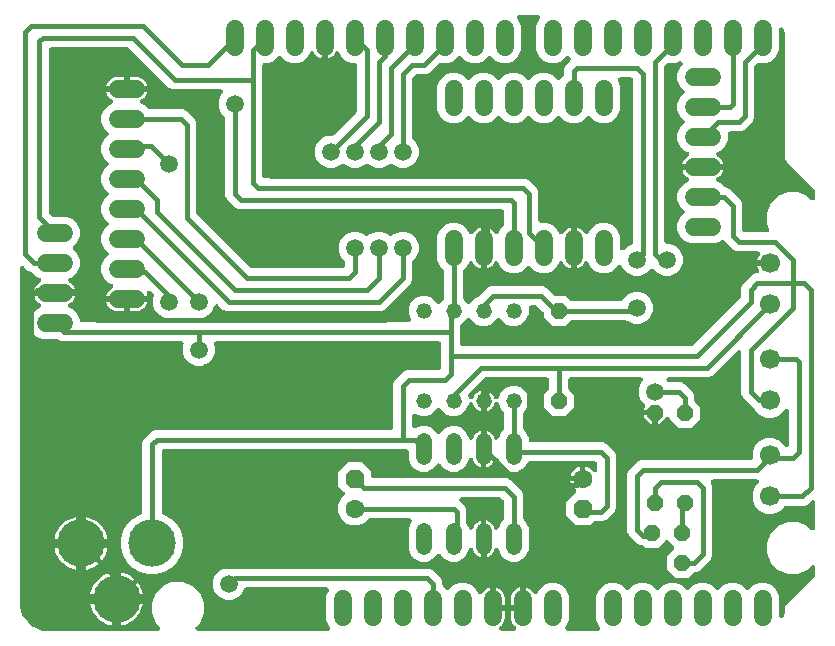
<source format=gbr>
G04 EAGLE Gerber RS-274X export*
G75*
%MOMM*%
%FSLAX34Y34*%
%LPD*%
%INBottom Copper*%
%IPPOS*%
%AMOC8*
5,1,8,0,0,1.08239X$1,22.5*%
G01*
%ADD10C,4.013200*%
%ADD11C,1.524000*%
%ADD12C,1.320800*%
%ADD13C,1.700000*%
%ADD14P,1.429621X8X292.500000*%
%ADD15P,1.429621X8X112.500000*%
%ADD16C,1.320800*%
%ADD17P,1.732040X8X112.500000*%
%ADD18C,1.600200*%
%ADD19P,1.732040X8X292.500000*%
%ADD20C,0.406400*%
%ADD21C,1.500000*%

G36*
X122859Y6098D02*
X122859Y6098D01*
X122868Y6097D01*
X123059Y6118D01*
X123251Y6137D01*
X123259Y6139D01*
X123268Y6140D01*
X123450Y6198D01*
X123635Y6255D01*
X123643Y6259D01*
X123652Y6262D01*
X123820Y6355D01*
X123989Y6447D01*
X123996Y6452D01*
X124004Y6457D01*
X124151Y6581D01*
X124299Y6704D01*
X124304Y6711D01*
X124311Y6717D01*
X124430Y6868D01*
X124551Y7018D01*
X124555Y7026D01*
X124561Y7033D01*
X124648Y7206D01*
X124737Y7375D01*
X124739Y7384D01*
X124743Y7392D01*
X124795Y7578D01*
X124848Y7762D01*
X124849Y7771D01*
X124851Y7780D01*
X124865Y7973D01*
X124881Y8164D01*
X124880Y8172D01*
X124880Y8181D01*
X124856Y8374D01*
X124834Y8563D01*
X124831Y8572D01*
X124830Y8581D01*
X124769Y8764D01*
X124709Y8946D01*
X124705Y8954D01*
X124702Y8962D01*
X124606Y9129D01*
X124511Y9297D01*
X124505Y9304D01*
X124501Y9311D01*
X124286Y9564D01*
X120967Y12883D01*
X117603Y21005D01*
X117603Y29795D01*
X120967Y37917D01*
X127183Y44133D01*
X128911Y44848D01*
X128911Y44849D01*
X133815Y46880D01*
X135305Y47497D01*
X144095Y47497D01*
X152217Y44133D01*
X158433Y37917D01*
X161797Y29795D01*
X161797Y21005D01*
X158433Y12883D01*
X155114Y9564D01*
X155108Y9557D01*
X155101Y9552D01*
X154981Y9402D01*
X154859Y9253D01*
X154855Y9245D01*
X154849Y9238D01*
X154760Y9068D01*
X154670Y8897D01*
X154668Y8888D01*
X154663Y8881D01*
X154610Y8696D01*
X154555Y8511D01*
X154555Y8502D01*
X154552Y8494D01*
X154536Y8303D01*
X154519Y8110D01*
X154520Y8101D01*
X154519Y8092D01*
X154541Y7903D01*
X154562Y7710D01*
X154565Y7701D01*
X154566Y7693D01*
X154625Y7511D01*
X154684Y7326D01*
X154688Y7318D01*
X154691Y7310D01*
X154786Y7141D01*
X154879Y6974D01*
X154884Y6967D01*
X154889Y6959D01*
X155015Y6813D01*
X155139Y6667D01*
X155146Y6661D01*
X155152Y6654D01*
X155303Y6537D01*
X155455Y6417D01*
X155463Y6413D01*
X155470Y6408D01*
X155642Y6322D01*
X155814Y6235D01*
X155823Y6232D01*
X155831Y6228D01*
X156017Y6178D01*
X156202Y6127D01*
X156211Y6126D01*
X156219Y6124D01*
X156550Y6097D01*
X266781Y6097D01*
X266790Y6098D01*
X266799Y6097D01*
X266989Y6117D01*
X267182Y6137D01*
X267190Y6139D01*
X267199Y6140D01*
X267382Y6198D01*
X267567Y6255D01*
X267574Y6259D01*
X267583Y6262D01*
X267752Y6355D01*
X267921Y6447D01*
X267927Y6452D01*
X267935Y6457D01*
X268083Y6582D01*
X268230Y6704D01*
X268235Y6711D01*
X268242Y6717D01*
X268362Y6868D01*
X268482Y7018D01*
X268486Y7026D01*
X268492Y7033D01*
X268580Y7206D01*
X268668Y7375D01*
X268670Y7384D01*
X268674Y7392D01*
X268726Y7577D01*
X268779Y7762D01*
X268780Y7771D01*
X268782Y7780D01*
X268796Y7972D01*
X268812Y8164D01*
X268811Y8172D01*
X268812Y8181D01*
X268787Y8373D01*
X268765Y8563D01*
X268762Y8572D01*
X268761Y8581D01*
X268700Y8763D01*
X268640Y8946D01*
X268636Y8954D01*
X268633Y8962D01*
X268537Y9130D01*
X268442Y9297D01*
X268436Y9304D01*
X268432Y9311D01*
X268217Y9564D01*
X267772Y10010D01*
X265683Y15052D01*
X265683Y35748D01*
X267387Y39863D01*
X267390Y39870D01*
X267393Y39875D01*
X267394Y39881D01*
X267398Y39887D01*
X267449Y40067D01*
X267504Y40248D01*
X267505Y40261D01*
X267509Y40274D01*
X267524Y40462D01*
X267542Y40649D01*
X267541Y40662D01*
X267542Y40676D01*
X267520Y40862D01*
X267500Y41049D01*
X267496Y41062D01*
X267495Y41075D01*
X267436Y41255D01*
X267381Y41434D01*
X267374Y41445D01*
X267370Y41458D01*
X267277Y41622D01*
X267187Y41787D01*
X267179Y41797D01*
X267172Y41809D01*
X267050Y41951D01*
X266928Y42095D01*
X266918Y42103D01*
X266909Y42114D01*
X266761Y42228D01*
X266613Y42346D01*
X266601Y42352D01*
X266591Y42360D01*
X266423Y42444D01*
X266255Y42530D01*
X266242Y42534D01*
X266230Y42540D01*
X266048Y42589D01*
X265868Y42640D01*
X265855Y42641D01*
X265842Y42644D01*
X265511Y42671D01*
X197691Y42671D01*
X197669Y42669D01*
X197647Y42671D01*
X197470Y42649D01*
X197291Y42631D01*
X197269Y42625D01*
X197247Y42622D01*
X197078Y42566D01*
X196906Y42513D01*
X196886Y42503D01*
X196865Y42496D01*
X196710Y42407D01*
X196552Y42321D01*
X196535Y42307D01*
X196515Y42296D01*
X196380Y42178D01*
X196243Y42064D01*
X196229Y42046D01*
X196212Y42032D01*
X196102Y41890D01*
X195990Y41750D01*
X195980Y41730D01*
X195966Y41712D01*
X195815Y41417D01*
X194407Y38018D01*
X190582Y34193D01*
X185585Y32123D01*
X180175Y32123D01*
X175178Y34193D01*
X171353Y38018D01*
X169283Y43015D01*
X169283Y48425D01*
X171353Y53422D01*
X175178Y57247D01*
X180175Y59317D01*
X185585Y59317D01*
X186148Y59083D01*
X186178Y59074D01*
X186206Y59060D01*
X186370Y59016D01*
X186533Y58967D01*
X186564Y58964D01*
X186595Y58956D01*
X186925Y58929D01*
X352137Y58929D01*
X355125Y57691D01*
X362491Y50325D01*
X363729Y47337D01*
X363729Y45131D01*
X363731Y45104D01*
X363729Y45078D01*
X363751Y44904D01*
X363769Y44730D01*
X363776Y44705D01*
X363780Y44678D01*
X363835Y44513D01*
X363887Y44345D01*
X363900Y44322D01*
X363908Y44297D01*
X363995Y44145D01*
X364079Y43991D01*
X364096Y43971D01*
X364109Y43948D01*
X364324Y43695D01*
X366864Y41155D01*
X366877Y41143D01*
X366889Y41130D01*
X367033Y41016D01*
X367175Y40900D01*
X367191Y40891D01*
X367205Y40880D01*
X367369Y40797D01*
X367531Y40711D01*
X367548Y40706D01*
X367564Y40698D01*
X367741Y40648D01*
X367917Y40596D01*
X367935Y40595D01*
X367952Y40590D01*
X368135Y40576D01*
X368318Y40560D01*
X368336Y40562D01*
X368353Y40560D01*
X368535Y40583D01*
X368718Y40603D01*
X368735Y40609D01*
X368753Y40611D01*
X368926Y40669D01*
X369102Y40725D01*
X369118Y40733D01*
X369134Y40739D01*
X369294Y40831D01*
X369454Y40920D01*
X369468Y40931D01*
X369483Y40940D01*
X369736Y41155D01*
X373230Y44648D01*
X378272Y46737D01*
X383728Y46737D01*
X388770Y44648D01*
X392628Y40790D01*
X393779Y38011D01*
X393841Y37896D01*
X393895Y37777D01*
X393936Y37719D01*
X393970Y37657D01*
X394053Y37556D01*
X394129Y37449D01*
X394181Y37401D01*
X394226Y37346D01*
X394328Y37264D01*
X394423Y37175D01*
X394484Y37137D01*
X394539Y37093D01*
X394654Y37032D01*
X394766Y36963D01*
X394832Y36938D01*
X394895Y36905D01*
X395021Y36869D01*
X395143Y36823D01*
X395213Y36812D01*
X395282Y36792D01*
X395412Y36781D01*
X395541Y36761D01*
X395612Y36764D01*
X395683Y36758D01*
X395812Y36772D01*
X395943Y36778D01*
X396012Y36795D01*
X396083Y36803D01*
X396207Y36843D01*
X396334Y36874D01*
X396398Y36904D01*
X396466Y36926D01*
X396580Y36990D01*
X396699Y37045D01*
X396756Y37088D01*
X396818Y37122D01*
X396917Y37207D01*
X397022Y37285D01*
X397069Y37338D01*
X397123Y37384D01*
X397204Y37487D01*
X397292Y37584D01*
X397335Y37654D01*
X397372Y37701D01*
X397406Y37769D01*
X397466Y37867D01*
X397710Y38345D01*
X398650Y39639D01*
X399781Y40770D01*
X401075Y41710D01*
X402500Y42436D01*
X403861Y42879D01*
X403861Y25908D01*
X403862Y25890D01*
X403861Y25873D01*
X403882Y25690D01*
X403901Y25508D01*
X403906Y25491D01*
X403908Y25473D01*
X403965Y25298D01*
X404019Y25123D01*
X404027Y25107D01*
X404033Y25090D01*
X404123Y24930D01*
X404210Y24769D01*
X404222Y24755D01*
X404231Y24739D01*
X404351Y24600D01*
X404468Y24459D01*
X404482Y24448D01*
X404494Y24435D01*
X404639Y24322D01*
X404782Y24207D01*
X404798Y24199D01*
X404812Y24188D01*
X404977Y24106D01*
X405053Y24066D01*
X405139Y23914D01*
X405227Y23752D01*
X405238Y23739D01*
X405247Y23723D01*
X405367Y23584D01*
X405485Y23443D01*
X405498Y23432D01*
X405510Y23418D01*
X405655Y23306D01*
X405798Y23191D01*
X405814Y23183D01*
X405828Y23172D01*
X405993Y23090D01*
X406156Y23005D01*
X406173Y23000D01*
X406189Y22992D01*
X406367Y22944D01*
X406542Y22894D01*
X406560Y22892D01*
X406577Y22888D01*
X406908Y22861D01*
X416561Y22861D01*
X416561Y16980D01*
X416311Y15401D01*
X415816Y13880D01*
X415090Y12455D01*
X414150Y11161D01*
X413019Y10030D01*
X412663Y9771D01*
X412537Y9659D01*
X412409Y9552D01*
X412388Y9526D01*
X412363Y9504D01*
X412262Y9369D01*
X412156Y9238D01*
X412141Y9208D01*
X412121Y9182D01*
X412048Y9030D01*
X411971Y8881D01*
X411961Y8849D01*
X411947Y8819D01*
X411906Y8655D01*
X411859Y8494D01*
X411857Y8461D01*
X411848Y8428D01*
X411840Y8260D01*
X411826Y8092D01*
X411830Y8059D01*
X411829Y8026D01*
X411854Y7860D01*
X411873Y7693D01*
X411884Y7661D01*
X411889Y7628D01*
X411946Y7470D01*
X411998Y7310D01*
X412015Y7281D01*
X412026Y7250D01*
X412113Y7106D01*
X412196Y6959D01*
X412218Y6934D01*
X412235Y6906D01*
X412349Y6782D01*
X412459Y6654D01*
X412486Y6634D01*
X412508Y6610D01*
X412644Y6511D01*
X412777Y6408D01*
X412807Y6393D01*
X412834Y6373D01*
X412987Y6303D01*
X413138Y6228D01*
X413170Y6220D01*
X413200Y6206D01*
X413364Y6168D01*
X413527Y6124D01*
X413564Y6121D01*
X413592Y6114D01*
X413679Y6111D01*
X413857Y6097D01*
X424343Y6097D01*
X424510Y6113D01*
X424678Y6125D01*
X424710Y6133D01*
X424743Y6137D01*
X424904Y6186D01*
X425067Y6230D01*
X425096Y6245D01*
X425128Y6255D01*
X425276Y6335D01*
X425427Y6410D01*
X425453Y6431D01*
X425482Y6447D01*
X425611Y6554D01*
X425744Y6658D01*
X425766Y6683D01*
X425791Y6704D01*
X425897Y6835D01*
X426007Y6963D01*
X426023Y6992D01*
X426044Y7018D01*
X426121Y7167D01*
X426204Y7314D01*
X426214Y7346D01*
X426229Y7375D01*
X426276Y7537D01*
X426328Y7697D01*
X426331Y7730D01*
X426341Y7762D01*
X426354Y7930D01*
X426374Y8097D01*
X426371Y8130D01*
X426374Y8164D01*
X426354Y8331D01*
X426340Y8498D01*
X426331Y8530D01*
X426327Y8563D01*
X426274Y8723D01*
X426228Y8885D01*
X426212Y8914D01*
X426202Y8946D01*
X426119Y9093D01*
X426041Y9242D01*
X426020Y9268D01*
X426004Y9297D01*
X425894Y9424D01*
X425788Y9555D01*
X425760Y9579D01*
X425741Y9601D01*
X425673Y9654D01*
X425537Y9771D01*
X425181Y10030D01*
X424050Y11161D01*
X423110Y12455D01*
X422384Y13880D01*
X421889Y15401D01*
X421639Y16980D01*
X421639Y22861D01*
X431292Y22861D01*
X431310Y22862D01*
X431327Y22861D01*
X431510Y22882D01*
X431692Y22901D01*
X431709Y22906D01*
X431727Y22908D01*
X431902Y22965D01*
X432077Y23019D01*
X432093Y23027D01*
X432110Y23033D01*
X432270Y23123D01*
X432431Y23210D01*
X432445Y23222D01*
X432461Y23231D01*
X432600Y23351D01*
X432741Y23468D01*
X432752Y23482D01*
X432765Y23494D01*
X432878Y23639D01*
X432993Y23782D01*
X433001Y23798D01*
X433012Y23812D01*
X433094Y23977D01*
X433134Y24053D01*
X433286Y24139D01*
X433448Y24227D01*
X433461Y24238D01*
X433477Y24247D01*
X433616Y24367D01*
X433757Y24485D01*
X433768Y24498D01*
X433782Y24510D01*
X433894Y24655D01*
X434009Y24798D01*
X434017Y24814D01*
X434028Y24828D01*
X434110Y24993D01*
X434195Y25156D01*
X434200Y25173D01*
X434208Y25189D01*
X434255Y25367D01*
X434306Y25542D01*
X434308Y25560D01*
X434312Y25577D01*
X434339Y25908D01*
X434339Y42879D01*
X435700Y42436D01*
X437125Y41710D01*
X438419Y40770D01*
X439550Y39639D01*
X440490Y38345D01*
X440734Y37867D01*
X440805Y37756D01*
X440868Y37642D01*
X440913Y37588D01*
X440952Y37528D01*
X441043Y37434D01*
X441127Y37334D01*
X441182Y37289D01*
X441232Y37238D01*
X441339Y37164D01*
X441441Y37083D01*
X441505Y37050D01*
X441563Y37010D01*
X441683Y36959D01*
X441800Y36899D01*
X441868Y36880D01*
X441933Y36852D01*
X442061Y36825D01*
X442187Y36789D01*
X442258Y36784D01*
X442327Y36769D01*
X442458Y36768D01*
X442588Y36758D01*
X442659Y36767D01*
X442730Y36766D01*
X442858Y36791D01*
X442988Y36807D01*
X443056Y36829D01*
X443125Y36842D01*
X443246Y36892D01*
X443370Y36933D01*
X443432Y36968D01*
X443498Y36995D01*
X443607Y37068D01*
X443720Y37133D01*
X443774Y37179D01*
X443833Y37219D01*
X443925Y37311D01*
X444024Y37397D01*
X444067Y37453D01*
X444117Y37504D01*
X444189Y37613D01*
X444269Y37716D01*
X444307Y37789D01*
X444340Y37839D01*
X444368Y37910D01*
X444421Y38011D01*
X445572Y40790D01*
X449430Y44648D01*
X454472Y46737D01*
X459928Y46737D01*
X464970Y44648D01*
X468828Y40790D01*
X470917Y35748D01*
X470917Y15052D01*
X468828Y10010D01*
X468383Y9564D01*
X468377Y9557D01*
X468370Y9552D01*
X468250Y9403D01*
X468128Y9253D01*
X468123Y9245D01*
X468118Y9238D01*
X468030Y9068D01*
X467939Y8897D01*
X467936Y8888D01*
X467932Y8881D01*
X467880Y8697D01*
X467824Y8511D01*
X467823Y8502D01*
X467821Y8494D01*
X467805Y8303D01*
X467788Y8110D01*
X467789Y8101D01*
X467788Y8092D01*
X467810Y7903D01*
X467831Y7710D01*
X467834Y7701D01*
X467835Y7693D01*
X467895Y7510D01*
X467953Y7326D01*
X467957Y7318D01*
X467960Y7310D01*
X468055Y7141D01*
X468147Y6974D01*
X468153Y6967D01*
X468158Y6959D01*
X468283Y6814D01*
X468408Y6667D01*
X468415Y6661D01*
X468421Y6654D01*
X468573Y6537D01*
X468724Y6417D01*
X468732Y6413D01*
X468739Y6408D01*
X468912Y6321D01*
X469083Y6235D01*
X469091Y6232D01*
X469099Y6228D01*
X469288Y6178D01*
X469471Y6127D01*
X469479Y6126D01*
X469488Y6124D01*
X469819Y6097D01*
X495381Y6097D01*
X495390Y6098D01*
X495399Y6097D01*
X495589Y6117D01*
X495782Y6137D01*
X495790Y6139D01*
X495799Y6140D01*
X495982Y6198D01*
X496167Y6255D01*
X496174Y6259D01*
X496183Y6262D01*
X496352Y6355D01*
X496521Y6447D01*
X496527Y6452D01*
X496535Y6457D01*
X496683Y6582D01*
X496830Y6704D01*
X496835Y6711D01*
X496842Y6717D01*
X496962Y6868D01*
X497082Y7018D01*
X497086Y7026D01*
X497092Y7033D01*
X497180Y7206D01*
X497268Y7375D01*
X497270Y7384D01*
X497274Y7392D01*
X497326Y7577D01*
X497379Y7762D01*
X497380Y7771D01*
X497382Y7780D01*
X497396Y7972D01*
X497412Y8164D01*
X497411Y8172D01*
X497412Y8181D01*
X497387Y8373D01*
X497365Y8563D01*
X497362Y8572D01*
X497361Y8581D01*
X497300Y8763D01*
X497240Y8946D01*
X497236Y8954D01*
X497233Y8962D01*
X497137Y9130D01*
X497042Y9297D01*
X497036Y9304D01*
X497032Y9311D01*
X496817Y9564D01*
X496372Y10010D01*
X494283Y15052D01*
X494283Y35748D01*
X496372Y40790D01*
X500230Y44648D01*
X505272Y46737D01*
X510728Y46737D01*
X515770Y44648D01*
X519264Y41155D01*
X519277Y41143D01*
X519289Y41130D01*
X519433Y41016D01*
X519575Y40900D01*
X519591Y40891D01*
X519605Y40880D01*
X519769Y40797D01*
X519931Y40711D01*
X519948Y40706D01*
X519964Y40698D01*
X520141Y40648D01*
X520317Y40596D01*
X520335Y40595D01*
X520352Y40590D01*
X520535Y40576D01*
X520718Y40560D01*
X520736Y40562D01*
X520753Y40560D01*
X520935Y40583D01*
X521118Y40603D01*
X521135Y40609D01*
X521153Y40611D01*
X521326Y40669D01*
X521502Y40725D01*
X521518Y40733D01*
X521534Y40739D01*
X521694Y40831D01*
X521854Y40920D01*
X521868Y40931D01*
X521883Y40940D01*
X522136Y41155D01*
X525630Y44648D01*
X530672Y46737D01*
X536128Y46737D01*
X541170Y44648D01*
X544664Y41155D01*
X544677Y41143D01*
X544689Y41130D01*
X544833Y41016D01*
X544975Y40900D01*
X544991Y40891D01*
X545005Y40880D01*
X545169Y40797D01*
X545331Y40711D01*
X545348Y40706D01*
X545364Y40698D01*
X545541Y40648D01*
X545717Y40596D01*
X545735Y40595D01*
X545752Y40590D01*
X545935Y40576D01*
X546118Y40560D01*
X546136Y40562D01*
X546153Y40560D01*
X546335Y40583D01*
X546518Y40603D01*
X546535Y40609D01*
X546553Y40611D01*
X546726Y40669D01*
X546902Y40725D01*
X546918Y40733D01*
X546934Y40739D01*
X547094Y40831D01*
X547254Y40920D01*
X547268Y40931D01*
X547283Y40940D01*
X547536Y41155D01*
X551030Y44648D01*
X556072Y46737D01*
X561528Y46737D01*
X566570Y44648D01*
X570064Y41155D01*
X570078Y41143D01*
X570089Y41130D01*
X570233Y41016D01*
X570375Y40900D01*
X570391Y40891D01*
X570405Y40880D01*
X570569Y40797D01*
X570731Y40711D01*
X570748Y40706D01*
X570764Y40698D01*
X570941Y40648D01*
X571117Y40596D01*
X571135Y40595D01*
X571152Y40590D01*
X571335Y40576D01*
X571518Y40560D01*
X571536Y40562D01*
X571553Y40560D01*
X571735Y40583D01*
X571918Y40603D01*
X571935Y40609D01*
X571953Y40611D01*
X572127Y40669D01*
X572302Y40725D01*
X572318Y40733D01*
X572334Y40739D01*
X572494Y40831D01*
X572654Y40920D01*
X572668Y40931D01*
X572683Y40940D01*
X572936Y41155D01*
X576430Y44648D01*
X581472Y46737D01*
X586928Y46737D01*
X591970Y44648D01*
X595464Y41155D01*
X595477Y41143D01*
X595489Y41130D01*
X595633Y41016D01*
X595775Y40900D01*
X595791Y40891D01*
X595805Y40880D01*
X595969Y40797D01*
X596131Y40711D01*
X596148Y40706D01*
X596164Y40698D01*
X596341Y40648D01*
X596517Y40596D01*
X596535Y40595D01*
X596552Y40590D01*
X596735Y40576D01*
X596918Y40560D01*
X596936Y40562D01*
X596953Y40560D01*
X597135Y40583D01*
X597318Y40603D01*
X597335Y40609D01*
X597353Y40611D01*
X597526Y40669D01*
X597702Y40725D01*
X597718Y40733D01*
X597734Y40739D01*
X597894Y40831D01*
X598054Y40920D01*
X598068Y40931D01*
X598083Y40940D01*
X598336Y41155D01*
X601830Y44648D01*
X606872Y46737D01*
X612328Y46737D01*
X617370Y44648D01*
X620864Y41155D01*
X620877Y41143D01*
X620889Y41130D01*
X621033Y41016D01*
X621175Y40900D01*
X621191Y40891D01*
X621205Y40880D01*
X621369Y40797D01*
X621531Y40711D01*
X621548Y40706D01*
X621564Y40698D01*
X621741Y40648D01*
X621917Y40596D01*
X621935Y40595D01*
X621952Y40590D01*
X622135Y40576D01*
X622318Y40560D01*
X622336Y40562D01*
X622353Y40560D01*
X622535Y40583D01*
X622718Y40603D01*
X622735Y40609D01*
X622753Y40611D01*
X622926Y40669D01*
X623102Y40725D01*
X623118Y40733D01*
X623134Y40739D01*
X623294Y40831D01*
X623454Y40920D01*
X623468Y40931D01*
X623483Y40940D01*
X623736Y41155D01*
X627230Y44648D01*
X632272Y46737D01*
X637728Y46737D01*
X642770Y44648D01*
X646628Y40790D01*
X648717Y35748D01*
X648717Y18662D01*
X648725Y18578D01*
X648724Y18494D01*
X648745Y18378D01*
X648757Y18261D01*
X648781Y18181D01*
X648797Y18098D01*
X648840Y17989D01*
X648875Y17876D01*
X648915Y17802D01*
X648946Y17724D01*
X649011Y17625D01*
X649067Y17522D01*
X649120Y17458D01*
X649167Y17387D01*
X649249Y17303D01*
X649324Y17213D01*
X649390Y17160D01*
X649449Y17100D01*
X649547Y17034D01*
X649638Y16961D01*
X649713Y16922D01*
X649783Y16875D01*
X649891Y16829D01*
X649995Y16775D01*
X650076Y16752D01*
X650154Y16719D01*
X650269Y16696D01*
X650382Y16664D01*
X650466Y16657D01*
X650549Y16640D01*
X650666Y16641D01*
X650784Y16631D01*
X650867Y16641D01*
X650952Y16641D01*
X651067Y16664D01*
X651183Y16678D01*
X651264Y16704D01*
X651346Y16721D01*
X651455Y16766D01*
X651566Y16803D01*
X651640Y16844D01*
X651717Y16877D01*
X651815Y16943D01*
X651917Y17001D01*
X651981Y17056D01*
X652050Y17103D01*
X652133Y17187D01*
X652221Y17264D01*
X652273Y17330D01*
X652332Y17391D01*
X652396Y17489D01*
X652468Y17582D01*
X652506Y17657D01*
X652552Y17728D01*
X652609Y17865D01*
X652648Y17942D01*
X652659Y17983D01*
X652680Y18034D01*
X653991Y22070D01*
X654007Y22142D01*
X654031Y22211D01*
X654058Y22379D01*
X654077Y22464D01*
X654078Y22497D01*
X654084Y22539D01*
X654297Y25241D01*
X654296Y25307D01*
X654303Y25400D01*
X654303Y26613D01*
X655231Y28854D01*
X679108Y52730D01*
X679125Y52751D01*
X679146Y52769D01*
X679253Y52907D01*
X679363Y53042D01*
X679376Y53066D01*
X679392Y53087D01*
X679470Y53244D01*
X679552Y53398D01*
X679560Y53423D01*
X679572Y53447D01*
X679617Y53617D01*
X679667Y53784D01*
X679669Y53810D01*
X679676Y53836D01*
X679703Y54167D01*
X679703Y59350D01*
X679702Y59359D01*
X679703Y59368D01*
X679682Y59559D01*
X679663Y59751D01*
X679661Y59759D01*
X679660Y59768D01*
X679602Y59950D01*
X679545Y60135D01*
X679541Y60143D01*
X679538Y60152D01*
X679445Y60320D01*
X679353Y60489D01*
X679348Y60496D01*
X679343Y60504D01*
X679219Y60651D01*
X679096Y60799D01*
X679089Y60804D01*
X679083Y60811D01*
X678932Y60930D01*
X678782Y61051D01*
X678774Y61055D01*
X678767Y61061D01*
X678594Y61148D01*
X678425Y61237D01*
X678416Y61239D01*
X678408Y61243D01*
X678222Y61295D01*
X678038Y61348D01*
X678029Y61349D01*
X678020Y61351D01*
X677827Y61365D01*
X677636Y61381D01*
X677628Y61380D01*
X677619Y61380D01*
X677426Y61356D01*
X677237Y61334D01*
X677228Y61331D01*
X677219Y61330D01*
X677036Y61269D01*
X676854Y61209D01*
X676846Y61205D01*
X676838Y61202D01*
X676671Y61106D01*
X676503Y61011D01*
X676496Y61005D01*
X676489Y61001D01*
X676236Y60786D01*
X672917Y57467D01*
X671113Y56720D01*
X666209Y54689D01*
X664795Y54103D01*
X656005Y54103D01*
X647883Y57467D01*
X641667Y63683D01*
X638303Y71805D01*
X638303Y80595D01*
X641667Y88717D01*
X647883Y94933D01*
X656005Y98297D01*
X664795Y98297D01*
X672917Y94933D01*
X676236Y91614D01*
X676243Y91608D01*
X676248Y91601D01*
X676398Y91481D01*
X676547Y91359D01*
X676555Y91355D01*
X676562Y91349D01*
X676732Y91260D01*
X676903Y91170D01*
X676912Y91168D01*
X676919Y91163D01*
X677104Y91110D01*
X677289Y91055D01*
X677298Y91055D01*
X677306Y91052D01*
X677497Y91036D01*
X677690Y91019D01*
X677699Y91020D01*
X677708Y91019D01*
X677897Y91041D01*
X678090Y91062D01*
X678099Y91065D01*
X678107Y91066D01*
X678289Y91125D01*
X678474Y91184D01*
X678482Y91188D01*
X678490Y91191D01*
X678659Y91286D01*
X678826Y91379D01*
X678833Y91384D01*
X678841Y91389D01*
X678987Y91515D01*
X679133Y91639D01*
X679139Y91646D01*
X679146Y91652D01*
X679263Y91803D01*
X679383Y91955D01*
X679387Y91963D01*
X679392Y91970D01*
X679478Y92142D01*
X679565Y92314D01*
X679568Y92323D01*
X679572Y92331D01*
X679622Y92517D01*
X679673Y92702D01*
X679674Y92711D01*
X679676Y92719D01*
X679703Y93050D01*
X679703Y114664D01*
X679702Y114672D01*
X679703Y114681D01*
X679682Y114873D01*
X679663Y115064D01*
X679661Y115073D01*
X679660Y115082D01*
X679602Y115264D01*
X679545Y115449D01*
X679541Y115457D01*
X679538Y115466D01*
X679445Y115634D01*
X679353Y115803D01*
X679348Y115810D01*
X679343Y115818D01*
X679219Y115965D01*
X679096Y116112D01*
X679089Y116118D01*
X679083Y116125D01*
X678932Y116244D01*
X678782Y116365D01*
X678774Y116369D01*
X678767Y116374D01*
X678594Y116462D01*
X678425Y116550D01*
X678416Y116553D01*
X678408Y116557D01*
X678222Y116609D01*
X678038Y116662D01*
X678029Y116662D01*
X678020Y116665D01*
X677827Y116679D01*
X677636Y116695D01*
X677628Y116694D01*
X677619Y116694D01*
X677426Y116670D01*
X677237Y116648D01*
X677228Y116645D01*
X677219Y116644D01*
X677036Y116582D01*
X676854Y116523D01*
X676846Y116518D01*
X676838Y116516D01*
X676671Y116419D01*
X676503Y116325D01*
X676496Y116319D01*
X676489Y116315D01*
X676236Y116100D01*
X672905Y112769D01*
X669995Y111564D01*
X669917Y111531D01*
X654436Y111531D01*
X654409Y111529D01*
X654382Y111531D01*
X654208Y111509D01*
X654035Y111491D01*
X654009Y111484D01*
X653983Y111480D01*
X653817Y111425D01*
X653650Y111373D01*
X653626Y111360D01*
X653601Y111352D01*
X653449Y111265D01*
X653296Y111181D01*
X653276Y111164D01*
X653252Y111151D01*
X652999Y110936D01*
X649348Y107285D01*
X643984Y105063D01*
X638176Y105063D01*
X632812Y107285D01*
X628705Y111392D01*
X626483Y116756D01*
X626483Y122564D01*
X628705Y127928D01*
X631421Y130644D01*
X631427Y130651D01*
X631433Y130656D01*
X631554Y130806D01*
X631676Y130955D01*
X631680Y130963D01*
X631686Y130970D01*
X631774Y131140D01*
X631865Y131311D01*
X631867Y131320D01*
X631871Y131327D01*
X631924Y131512D01*
X631979Y131697D01*
X631980Y131706D01*
X631983Y131714D01*
X631998Y131905D01*
X632016Y132098D01*
X632015Y132107D01*
X632015Y132116D01*
X631993Y132305D01*
X631972Y132498D01*
X631970Y132507D01*
X631969Y132515D01*
X631909Y132697D01*
X631851Y132882D01*
X631846Y132890D01*
X631844Y132898D01*
X631749Y133067D01*
X631656Y133234D01*
X631650Y133241D01*
X631646Y133249D01*
X631520Y133395D01*
X631395Y133541D01*
X631388Y133547D01*
X631383Y133554D01*
X631231Y133671D01*
X631080Y133791D01*
X631072Y133795D01*
X631065Y133800D01*
X630892Y133886D01*
X630721Y133973D01*
X630712Y133976D01*
X630704Y133980D01*
X630518Y134030D01*
X630333Y134081D01*
X630324Y134082D01*
X630315Y134084D01*
X629985Y134111D01*
X593093Y134111D01*
X593079Y134110D01*
X593066Y134111D01*
X592880Y134090D01*
X592692Y134071D01*
X592679Y134067D01*
X592666Y134066D01*
X592487Y134008D01*
X592307Y133953D01*
X592296Y133947D01*
X592283Y133943D01*
X592118Y133851D01*
X591953Y133761D01*
X591943Y133753D01*
X591931Y133746D01*
X591788Y133624D01*
X591644Y133504D01*
X591636Y133493D01*
X591625Y133485D01*
X591509Y133336D01*
X591392Y133190D01*
X591386Y133178D01*
X591377Y133168D01*
X591292Y132998D01*
X591206Y132833D01*
X591203Y132820D01*
X591196Y132808D01*
X591147Y132625D01*
X591095Y132446D01*
X591094Y132432D01*
X591090Y132419D01*
X591077Y132231D01*
X591062Y132044D01*
X591063Y132031D01*
X591063Y132018D01*
X591087Y131830D01*
X591109Y131645D01*
X591113Y131632D01*
X591115Y131619D01*
X591216Y131303D01*
X592329Y128617D01*
X592329Y69503D01*
X591091Y66515D01*
X581185Y56609D01*
X578197Y55371D01*
X577094Y55371D01*
X577068Y55369D01*
X577041Y55371D01*
X576867Y55349D01*
X576694Y55331D01*
X576668Y55324D01*
X576641Y55320D01*
X576476Y55265D01*
X576309Y55213D01*
X576285Y55200D01*
X576260Y55192D01*
X576108Y55105D01*
X575955Y55021D01*
X575934Y55004D01*
X575911Y54991D01*
X575658Y54776D01*
X571681Y50799D01*
X561159Y50799D01*
X553719Y58239D01*
X553719Y68761D01*
X559722Y74764D01*
X559733Y74777D01*
X559747Y74789D01*
X559861Y74933D01*
X559977Y75075D01*
X559986Y75091D01*
X559997Y75105D01*
X560080Y75269D01*
X560166Y75431D01*
X560171Y75448D01*
X560179Y75464D01*
X560228Y75641D01*
X560281Y75817D01*
X560282Y75835D01*
X560287Y75852D01*
X560300Y76035D01*
X560317Y76218D01*
X560315Y76236D01*
X560316Y76253D01*
X560293Y76435D01*
X560274Y76618D01*
X560268Y76635D01*
X560266Y76653D01*
X560208Y76826D01*
X560152Y77002D01*
X560143Y77018D01*
X560138Y77034D01*
X560047Y77192D01*
X559957Y77354D01*
X559946Y77368D01*
X559937Y77383D01*
X559722Y77636D01*
X555156Y82202D01*
X555143Y82213D01*
X555131Y82227D01*
X554987Y82341D01*
X554845Y82457D01*
X554829Y82466D01*
X554815Y82477D01*
X554651Y82560D01*
X554489Y82646D01*
X554472Y82651D01*
X554456Y82659D01*
X554279Y82708D01*
X554103Y82761D01*
X554085Y82762D01*
X554068Y82767D01*
X553885Y82780D01*
X553702Y82797D01*
X553684Y82795D01*
X553667Y82796D01*
X553485Y82773D01*
X553302Y82754D01*
X553285Y82748D01*
X553267Y82746D01*
X553094Y82688D01*
X552918Y82632D01*
X552902Y82623D01*
X552886Y82618D01*
X552726Y82526D01*
X552566Y82437D01*
X552552Y82426D01*
X552537Y82417D01*
X552284Y82202D01*
X546281Y76199D01*
X535759Y76199D01*
X534322Y77636D01*
X534301Y77653D01*
X534284Y77674D01*
X534146Y77781D01*
X534011Y77891D01*
X533987Y77904D01*
X533966Y77920D01*
X533809Y77998D01*
X533655Y78080D01*
X533629Y78088D01*
X533605Y78100D01*
X533436Y78145D01*
X533269Y78195D01*
X533242Y78197D01*
X533217Y78204D01*
X532886Y78231D01*
X531783Y78231D01*
X528795Y79469D01*
X521429Y86835D01*
X520191Y89823D01*
X520191Y138777D01*
X521429Y141765D01*
X528795Y149131D01*
X531783Y150369D01*
X624452Y150369D01*
X624470Y150371D01*
X624488Y150369D01*
X624670Y150390D01*
X624853Y150409D01*
X624870Y150414D01*
X624887Y150416D01*
X625062Y150473D01*
X625238Y150527D01*
X625253Y150535D01*
X625270Y150541D01*
X625430Y150631D01*
X625592Y150719D01*
X625605Y150730D01*
X625621Y150739D01*
X625760Y150859D01*
X625901Y150976D01*
X625912Y150990D01*
X625926Y151002D01*
X626038Y151147D01*
X626153Y151290D01*
X626161Y151306D01*
X626172Y151320D01*
X626254Y151485D01*
X626339Y151647D01*
X626344Y151664D01*
X626352Y151680D01*
X626399Y151859D01*
X626450Y152034D01*
X626452Y152052D01*
X626456Y152069D01*
X626483Y152400D01*
X626483Y157564D01*
X628705Y162928D01*
X632812Y167035D01*
X638176Y169257D01*
X643984Y169257D01*
X649348Y167035D01*
X653460Y162923D01*
X653539Y162776D01*
X653633Y162600D01*
X653636Y162597D01*
X653639Y162593D01*
X653763Y162444D01*
X653890Y162290D01*
X653893Y162287D01*
X653896Y162284D01*
X654049Y162161D01*
X654203Y162036D01*
X654207Y162034D01*
X654210Y162031D01*
X654383Y161942D01*
X654559Y161849D01*
X654563Y161848D01*
X654567Y161846D01*
X654756Y161792D01*
X654945Y161736D01*
X654950Y161736D01*
X654954Y161734D01*
X655153Y161718D01*
X655347Y161701D01*
X655351Y161702D01*
X655356Y161702D01*
X655553Y161725D01*
X655747Y161747D01*
X655751Y161748D01*
X655755Y161748D01*
X655944Y161810D01*
X656130Y161870D01*
X656134Y161872D01*
X656138Y161873D01*
X656312Y161971D01*
X656481Y162066D01*
X656485Y162069D01*
X656489Y162071D01*
X656637Y162199D01*
X656787Y162328D01*
X656790Y162331D01*
X656794Y162334D01*
X656912Y162487D01*
X657036Y162645D01*
X657038Y162649D01*
X657040Y162652D01*
X657127Y162827D01*
X657216Y163005D01*
X657218Y163009D01*
X657220Y163013D01*
X657272Y163206D01*
X657323Y163393D01*
X657323Y163397D01*
X657324Y163402D01*
X657351Y163733D01*
X657351Y191867D01*
X657351Y191872D01*
X657351Y191876D01*
X657331Y192073D01*
X657311Y192268D01*
X657310Y192272D01*
X657310Y192277D01*
X657250Y192467D01*
X657193Y192653D01*
X657191Y192657D01*
X657190Y192661D01*
X657095Y192835D01*
X657001Y193007D01*
X656999Y193011D01*
X656996Y193014D01*
X656871Y193163D01*
X656744Y193316D01*
X656740Y193319D01*
X656737Y193323D01*
X656583Y193446D01*
X656430Y193569D01*
X656426Y193571D01*
X656422Y193574D01*
X656245Y193664D01*
X656073Y193754D01*
X656068Y193755D01*
X656064Y193757D01*
X655874Y193811D01*
X655686Y193866D01*
X655681Y193866D01*
X655677Y193867D01*
X655483Y193882D01*
X655284Y193898D01*
X655280Y193898D01*
X655275Y193898D01*
X655079Y193874D01*
X654885Y193852D01*
X654880Y193850D01*
X654876Y193850D01*
X654688Y193787D01*
X654502Y193727D01*
X654498Y193724D01*
X654494Y193723D01*
X654322Y193625D01*
X654151Y193529D01*
X654148Y193526D01*
X654144Y193524D01*
X653994Y193393D01*
X653847Y193266D01*
X653844Y193262D01*
X653840Y193259D01*
X653719Y193102D01*
X653600Y192948D01*
X653598Y192943D01*
X653595Y192940D01*
X653460Y192677D01*
X649348Y188565D01*
X643984Y186343D01*
X638176Y186343D01*
X632812Y188565D01*
X628705Y192672D01*
X628573Y192992D01*
X628560Y193015D01*
X628552Y193041D01*
X628465Y193193D01*
X628383Y193347D01*
X628366Y193367D01*
X628352Y193390D01*
X628238Y193522D01*
X628126Y193657D01*
X628106Y193674D01*
X628088Y193694D01*
X627949Y193801D01*
X627814Y193911D01*
X627790Y193923D01*
X627769Y193939D01*
X627596Y194028D01*
X617949Y203675D01*
X616711Y206663D01*
X616711Y241452D01*
X616710Y241460D01*
X616711Y241469D01*
X616690Y241663D01*
X616671Y241852D01*
X616669Y241861D01*
X616668Y241870D01*
X616609Y242055D01*
X616553Y242237D01*
X616549Y242245D01*
X616546Y242254D01*
X616453Y242423D01*
X616361Y242591D01*
X616356Y242598D01*
X616351Y242606D01*
X616227Y242753D01*
X616104Y242900D01*
X616097Y242906D01*
X616091Y242913D01*
X615939Y243033D01*
X615790Y243153D01*
X615782Y243157D01*
X615775Y243162D01*
X615602Y243250D01*
X615433Y243338D01*
X615424Y243341D01*
X615416Y243345D01*
X615230Y243397D01*
X615046Y243450D01*
X615037Y243450D01*
X615028Y243453D01*
X614835Y243467D01*
X614644Y243483D01*
X614636Y243482D01*
X614627Y243482D01*
X614434Y243458D01*
X614245Y243436D01*
X614236Y243433D01*
X614227Y243432D01*
X614044Y243370D01*
X613862Y243311D01*
X613854Y243306D01*
X613846Y243304D01*
X613679Y243207D01*
X613511Y243113D01*
X613504Y243107D01*
X613497Y243103D01*
X613244Y242888D01*
X594637Y224281D01*
X592065Y221709D01*
X589077Y220471D01*
X555501Y220471D01*
X555368Y220458D01*
X555234Y220454D01*
X555168Y220438D01*
X555101Y220431D01*
X554973Y220392D01*
X554842Y220361D01*
X554781Y220333D01*
X554716Y220313D01*
X554598Y220249D01*
X554476Y220194D01*
X554421Y220154D01*
X554362Y220121D01*
X554259Y220036D01*
X554150Y219957D01*
X554104Y219907D01*
X554052Y219864D01*
X553969Y219759D01*
X553878Y219661D01*
X553842Y219603D01*
X553800Y219550D01*
X553738Y219431D01*
X553669Y219316D01*
X553646Y219253D01*
X553615Y219193D01*
X553578Y219064D01*
X553532Y218938D01*
X553522Y218871D01*
X553503Y218806D01*
X553492Y218672D01*
X553472Y218540D01*
X553476Y218472D01*
X553470Y218404D01*
X553486Y218271D01*
X553493Y218138D01*
X553509Y218072D01*
X553517Y218005D01*
X553559Y217877D01*
X553592Y217747D01*
X553621Y217686D01*
X553642Y217622D01*
X553708Y217505D01*
X553766Y217384D01*
X553807Y217330D01*
X553840Y217271D01*
X553928Y217170D01*
X554008Y217063D01*
X554059Y217018D01*
X554103Y216967D01*
X554209Y216884D01*
X554309Y216795D01*
X554376Y216755D01*
X554421Y216720D01*
X554491Y216685D01*
X554593Y216623D01*
X554689Y216586D01*
X554782Y216540D01*
X554877Y216515D01*
X554969Y216480D01*
X555071Y216463D01*
X555171Y216436D01*
X555289Y216426D01*
X555366Y216413D01*
X555424Y216415D01*
X555501Y216409D01*
X565497Y216409D01*
X568485Y215171D01*
X575851Y207805D01*
X577089Y204817D01*
X577089Y201174D01*
X577091Y201148D01*
X577089Y201121D01*
X577111Y200947D01*
X577129Y200774D01*
X577136Y200748D01*
X577140Y200721D01*
X577196Y200556D01*
X577247Y200389D01*
X577260Y200365D01*
X577268Y200340D01*
X577355Y200188D01*
X577439Y200035D01*
X577456Y200014D01*
X577469Y199991D01*
X577684Y199738D01*
X581661Y195761D01*
X581661Y185239D01*
X574221Y177799D01*
X563699Y177799D01*
X556259Y185239D01*
X556259Y185363D01*
X556258Y185372D01*
X556259Y185381D01*
X556238Y185572D01*
X556219Y185763D01*
X556217Y185772D01*
X556216Y185781D01*
X556158Y185963D01*
X556101Y186148D01*
X556097Y186156D01*
X556094Y186165D01*
X556001Y186333D01*
X555909Y186502D01*
X555904Y186509D01*
X555899Y186517D01*
X555775Y186664D01*
X555652Y186812D01*
X555645Y186817D01*
X555639Y186824D01*
X555488Y186943D01*
X555338Y187064D01*
X555330Y187068D01*
X555323Y187074D01*
X555150Y187161D01*
X554981Y187249D01*
X554972Y187252D01*
X554964Y187256D01*
X554778Y187308D01*
X554594Y187361D01*
X554585Y187362D01*
X554576Y187364D01*
X554383Y187378D01*
X554192Y187394D01*
X554184Y187393D01*
X554175Y187393D01*
X553982Y187369D01*
X553793Y187347D01*
X553784Y187344D01*
X553775Y187343D01*
X553592Y187282D01*
X553410Y187222D01*
X553402Y187218D01*
X553394Y187215D01*
X553227Y187119D01*
X553059Y187024D01*
X553052Y187018D01*
X553045Y187014D01*
X552792Y186799D01*
X547348Y181355D01*
X545591Y181355D01*
X545591Y190500D01*
X545590Y190517D01*
X545591Y190535D01*
X545570Y190718D01*
X545551Y190900D01*
X545546Y190917D01*
X545544Y190935D01*
X545487Y191110D01*
X545433Y191285D01*
X545425Y191301D01*
X545419Y191318D01*
X545329Y191478D01*
X545242Y191639D01*
X545230Y191653D01*
X545221Y191668D01*
X545101Y191808D01*
X544984Y191948D01*
X544984Y191949D01*
X544983Y191949D01*
X544970Y191960D01*
X544958Y191973D01*
X544958Y191974D01*
X544813Y192086D01*
X544670Y192201D01*
X544654Y192210D01*
X544640Y192220D01*
X544475Y192302D01*
X544312Y192387D01*
X544295Y192392D01*
X544279Y192400D01*
X544101Y192448D01*
X543925Y192498D01*
X543908Y192500D01*
X543890Y192504D01*
X543560Y192531D01*
X534415Y192531D01*
X534415Y194288D01*
X534933Y194806D01*
X534944Y194820D01*
X534958Y194831D01*
X535071Y194974D01*
X535188Y195117D01*
X535197Y195133D01*
X535208Y195147D01*
X535291Y195311D01*
X535377Y195473D01*
X535382Y195490D01*
X535390Y195506D01*
X535439Y195683D01*
X535492Y195859D01*
X535493Y195877D01*
X535498Y195894D01*
X535511Y196077D01*
X535528Y196260D01*
X535526Y196277D01*
X535527Y196295D01*
X535504Y196476D01*
X535485Y196660D01*
X535479Y196677D01*
X535477Y196695D01*
X535418Y196869D01*
X535363Y197044D01*
X535354Y197060D01*
X535349Y197076D01*
X535257Y197235D01*
X535168Y197396D01*
X535157Y197410D01*
X535148Y197425D01*
X534933Y197678D01*
X532033Y200578D01*
X529963Y205575D01*
X529963Y210985D01*
X532033Y215982D01*
X533055Y217004D01*
X533061Y217011D01*
X533068Y217016D01*
X533189Y217167D01*
X533310Y217315D01*
X533314Y217323D01*
X533320Y217330D01*
X533408Y217500D01*
X533499Y217671D01*
X533501Y217680D01*
X533505Y217687D01*
X533558Y217872D01*
X533614Y218057D01*
X533614Y218066D01*
X533617Y218074D01*
X533632Y218265D01*
X533650Y218458D01*
X533649Y218467D01*
X533650Y218476D01*
X533627Y218665D01*
X533607Y218858D01*
X533604Y218867D01*
X533603Y218875D01*
X533543Y219057D01*
X533485Y219242D01*
X533481Y219250D01*
X533478Y219258D01*
X533384Y219425D01*
X533290Y219594D01*
X533284Y219601D01*
X533280Y219609D01*
X533155Y219754D01*
X533030Y219901D01*
X533023Y219907D01*
X533017Y219914D01*
X532866Y220030D01*
X532714Y220151D01*
X532706Y220155D01*
X532699Y220160D01*
X532528Y220245D01*
X532355Y220333D01*
X532346Y220336D01*
X532338Y220340D01*
X532153Y220389D01*
X531967Y220441D01*
X531958Y220442D01*
X531949Y220444D01*
X531619Y220471D01*
X472440Y220471D01*
X472422Y220469D01*
X472404Y220471D01*
X472222Y220450D01*
X472039Y220431D01*
X472022Y220426D01*
X472005Y220424D01*
X471830Y220367D01*
X471654Y220313D01*
X471639Y220305D01*
X471622Y220299D01*
X471462Y220209D01*
X471300Y220121D01*
X471287Y220110D01*
X471271Y220101D01*
X471132Y219981D01*
X470991Y219864D01*
X470980Y219850D01*
X470966Y219838D01*
X470854Y219693D01*
X470739Y219550D01*
X470731Y219534D01*
X470720Y219520D01*
X470638Y219355D01*
X470553Y219193D01*
X470548Y219176D01*
X470540Y219160D01*
X470493Y218981D01*
X470442Y218806D01*
X470440Y218788D01*
X470436Y218771D01*
X470409Y218440D01*
X470409Y211334D01*
X470411Y211308D01*
X470409Y211281D01*
X470431Y211107D01*
X470449Y210934D01*
X470456Y210908D01*
X470460Y210881D01*
X470516Y210716D01*
X470567Y210549D01*
X470580Y210525D01*
X470588Y210500D01*
X470675Y210348D01*
X470759Y210195D01*
X470776Y210174D01*
X470789Y210151D01*
X471004Y209898D01*
X474981Y205921D01*
X474981Y195399D01*
X467541Y187959D01*
X457019Y187959D01*
X449579Y195399D01*
X449579Y205921D01*
X453556Y209898D01*
X453573Y209919D01*
X453594Y209936D01*
X453701Y210074D01*
X453811Y210209D01*
X453824Y210233D01*
X453840Y210254D01*
X453918Y210411D01*
X454000Y210565D01*
X454008Y210591D01*
X454020Y210615D01*
X454065Y210784D01*
X454115Y210951D01*
X454117Y210978D01*
X454124Y211003D01*
X454151Y211334D01*
X454151Y218440D01*
X454149Y218458D01*
X454151Y218476D01*
X454130Y218658D01*
X454111Y218841D01*
X454106Y218858D01*
X454104Y218875D01*
X454047Y219050D01*
X453993Y219226D01*
X453985Y219241D01*
X453979Y219258D01*
X453889Y219418D01*
X453801Y219580D01*
X453790Y219593D01*
X453781Y219609D01*
X453661Y219748D01*
X453544Y219889D01*
X453530Y219900D01*
X453518Y219914D01*
X453373Y220026D01*
X453230Y220141D01*
X453214Y220149D01*
X453200Y220160D01*
X453035Y220242D01*
X452873Y220327D01*
X452856Y220332D01*
X452840Y220340D01*
X452661Y220387D01*
X452486Y220438D01*
X452468Y220440D01*
X452451Y220444D01*
X452120Y220471D01*
X400448Y220471D01*
X400422Y220469D01*
X400395Y220471D01*
X400221Y220449D01*
X400048Y220431D01*
X400022Y220424D01*
X399996Y220420D01*
X399830Y220365D01*
X399663Y220313D01*
X399639Y220300D01*
X399614Y220292D01*
X399462Y220205D01*
X399309Y220121D01*
X399288Y220104D01*
X399265Y220091D01*
X399012Y219876D01*
X385940Y206804D01*
X385925Y206787D01*
X385908Y206772D01*
X385798Y206631D01*
X385684Y206492D01*
X385674Y206473D01*
X385660Y206455D01*
X385580Y206295D01*
X385496Y206137D01*
X385489Y206115D01*
X385479Y206095D01*
X385432Y205922D01*
X385381Y205751D01*
X385379Y205728D01*
X385373Y205707D01*
X385361Y205528D01*
X385345Y205350D01*
X385347Y205328D01*
X385346Y205305D01*
X385369Y205128D01*
X385388Y204949D01*
X385395Y204928D01*
X385398Y204906D01*
X385499Y204590D01*
X386162Y202990D01*
X386204Y202912D01*
X386237Y202830D01*
X386299Y202735D01*
X386352Y202635D01*
X386409Y202567D01*
X386457Y202493D01*
X386537Y202412D01*
X386609Y202325D01*
X386677Y202269D01*
X386740Y202206D01*
X386833Y202142D01*
X386921Y202071D01*
X387000Y202030D01*
X387073Y201980D01*
X387177Y201937D01*
X387278Y201884D01*
X387363Y201859D01*
X387445Y201825D01*
X387556Y201803D01*
X387664Y201771D01*
X387753Y201763D01*
X387840Y201746D01*
X387953Y201746D01*
X388065Y201736D01*
X388153Y201746D01*
X388242Y201747D01*
X388353Y201769D01*
X388465Y201782D01*
X388550Y201809D01*
X388637Y201826D01*
X388741Y201870D01*
X388849Y201905D01*
X388926Y201948D01*
X389008Y201983D01*
X389101Y202046D01*
X389200Y202101D01*
X389268Y202159D01*
X389341Y202209D01*
X389420Y202289D01*
X389506Y202363D01*
X389561Y202433D01*
X389623Y202496D01*
X389684Y202591D01*
X389754Y202680D01*
X389794Y202759D01*
X389842Y202834D01*
X389897Y202964D01*
X389935Y203040D01*
X389947Y203084D01*
X389970Y203140D01*
X390305Y204170D01*
X390959Y205453D01*
X391805Y206617D01*
X392823Y207635D01*
X393987Y208481D01*
X395270Y209135D01*
X396639Y209580D01*
X396749Y209597D01*
X396749Y200660D01*
X396749Y191723D01*
X396639Y191740D01*
X395270Y192185D01*
X393987Y192839D01*
X392823Y193685D01*
X391805Y194703D01*
X390959Y195867D01*
X390305Y197150D01*
X389970Y198180D01*
X389935Y198262D01*
X389908Y198346D01*
X389854Y198445D01*
X389809Y198549D01*
X389758Y198622D01*
X389715Y198699D01*
X389642Y198786D01*
X389577Y198878D01*
X389513Y198940D01*
X389456Y199007D01*
X389368Y199078D01*
X389286Y199156D01*
X389210Y199203D01*
X389141Y199258D01*
X389041Y199310D01*
X388945Y199370D01*
X388862Y199402D01*
X388783Y199442D01*
X388674Y199473D01*
X388569Y199513D01*
X388481Y199528D01*
X388396Y199552D01*
X388283Y199561D01*
X388171Y199579D01*
X388083Y199576D01*
X387994Y199583D01*
X387882Y199570D01*
X387769Y199566D01*
X387682Y199545D01*
X387594Y199535D01*
X387487Y199499D01*
X387377Y199473D01*
X387297Y199436D01*
X387212Y199408D01*
X387114Y199352D01*
X387011Y199305D01*
X386940Y199253D01*
X386863Y199209D01*
X386777Y199134D01*
X386686Y199068D01*
X386626Y199002D01*
X386559Y198944D01*
X386490Y198855D01*
X386414Y198771D01*
X386368Y198695D01*
X386314Y198625D01*
X386249Y198499D01*
X386205Y198427D01*
X386190Y198383D01*
X386162Y198330D01*
X384147Y193466D01*
X380574Y189893D01*
X375906Y187959D01*
X370854Y187959D01*
X366186Y189893D01*
X362613Y193466D01*
X362557Y193601D01*
X362552Y193609D01*
X362550Y193618D01*
X362458Y193786D01*
X362366Y193956D01*
X362361Y193963D01*
X362356Y193971D01*
X362233Y194118D01*
X362110Y194267D01*
X362103Y194272D01*
X362097Y194279D01*
X361948Y194398D01*
X361797Y194520D01*
X361789Y194525D01*
X361782Y194530D01*
X361613Y194617D01*
X361441Y194707D01*
X361432Y194710D01*
X361424Y194714D01*
X361239Y194766D01*
X361054Y194820D01*
X361046Y194821D01*
X361037Y194824D01*
X360844Y194839D01*
X360653Y194855D01*
X360644Y194854D01*
X360635Y194855D01*
X360444Y194831D01*
X360253Y194810D01*
X360245Y194807D01*
X360236Y194806D01*
X360052Y194745D01*
X359870Y194687D01*
X359862Y194682D01*
X359854Y194680D01*
X359687Y194584D01*
X359518Y194490D01*
X359512Y194484D01*
X359504Y194480D01*
X359361Y194355D01*
X359213Y194229D01*
X359207Y194221D01*
X359200Y194216D01*
X359084Y194064D01*
X358964Y193911D01*
X358960Y193903D01*
X358955Y193896D01*
X358803Y193601D01*
X358747Y193466D01*
X355174Y189893D01*
X350506Y187959D01*
X345454Y187959D01*
X341137Y189747D01*
X341124Y189751D01*
X341113Y189757D01*
X340933Y189809D01*
X340752Y189864D01*
X340739Y189865D01*
X340726Y189869D01*
X340538Y189884D01*
X340351Y189902D01*
X340338Y189900D01*
X340324Y189901D01*
X340138Y189880D01*
X339951Y189860D01*
X339938Y189856D01*
X339925Y189855D01*
X339746Y189796D01*
X339566Y189740D01*
X339555Y189734D01*
X339542Y189730D01*
X339377Y189637D01*
X339213Y189547D01*
X339203Y189538D01*
X339191Y189532D01*
X339049Y189409D01*
X338905Y189288D01*
X338897Y189277D01*
X338886Y189269D01*
X338772Y189121D01*
X338654Y188973D01*
X338648Y188961D01*
X338640Y188951D01*
X338556Y188782D01*
X338470Y188615D01*
X338466Y188602D01*
X338460Y188590D01*
X338411Y188407D01*
X338360Y188228D01*
X338359Y188214D01*
X338356Y188201D01*
X338329Y187871D01*
X338329Y179413D01*
X338330Y179400D01*
X338329Y179387D01*
X338350Y179201D01*
X338369Y179013D01*
X338373Y179000D01*
X338374Y178987D01*
X338432Y178808D01*
X338487Y178628D01*
X338493Y178616D01*
X338497Y178603D01*
X338589Y178439D01*
X338679Y178274D01*
X338687Y178264D01*
X338694Y178252D01*
X338816Y178109D01*
X338936Y177965D01*
X338947Y177956D01*
X338955Y177946D01*
X339104Y177830D01*
X339250Y177712D01*
X339262Y177706D01*
X339272Y177698D01*
X339441Y177613D01*
X339607Y177527D01*
X339620Y177523D01*
X339632Y177517D01*
X339813Y177467D01*
X339994Y177415D01*
X340008Y177414D01*
X340021Y177411D01*
X340209Y177398D01*
X340396Y177383D01*
X340409Y177384D01*
X340422Y177383D01*
X340610Y177408D01*
X340795Y177429D01*
X340808Y177434D01*
X340821Y177435D01*
X341137Y177537D01*
X345454Y179325D01*
X350506Y179325D01*
X355174Y177391D01*
X358747Y173818D01*
X358803Y173683D01*
X358808Y173675D01*
X358810Y173666D01*
X358902Y173498D01*
X358994Y173328D01*
X358999Y173321D01*
X359004Y173313D01*
X359128Y173165D01*
X359250Y173017D01*
X359257Y173012D01*
X359263Y173005D01*
X359413Y172885D01*
X359563Y172764D01*
X359571Y172760D01*
X359578Y172754D01*
X359750Y172666D01*
X359919Y172577D01*
X359928Y172574D01*
X359936Y172570D01*
X360122Y172517D01*
X360306Y172464D01*
X360315Y172463D01*
X360323Y172460D01*
X360515Y172445D01*
X360707Y172429D01*
X360716Y172430D01*
X360725Y172429D01*
X360917Y172453D01*
X361107Y172474D01*
X361115Y172477D01*
X361124Y172478D01*
X361308Y172539D01*
X361490Y172597D01*
X361498Y172602D01*
X361506Y172604D01*
X361674Y172700D01*
X361842Y172794D01*
X361848Y172799D01*
X361856Y172804D01*
X362001Y172930D01*
X362147Y173055D01*
X362153Y173063D01*
X362160Y173068D01*
X362275Y173219D01*
X362396Y173372D01*
X362400Y173381D01*
X362405Y173388D01*
X362557Y173683D01*
X362613Y173818D01*
X366186Y177391D01*
X370854Y179325D01*
X375906Y179325D01*
X380574Y177391D01*
X384147Y173818D01*
X386162Y168954D01*
X386204Y168876D01*
X386237Y168794D01*
X386299Y168699D01*
X386352Y168599D01*
X386409Y168531D01*
X386457Y168457D01*
X386537Y168376D01*
X386609Y168289D01*
X386677Y168233D01*
X386740Y168170D01*
X386833Y168106D01*
X386921Y168035D01*
X387000Y167994D01*
X387073Y167944D01*
X387178Y167901D01*
X387278Y167848D01*
X387363Y167823D01*
X387445Y167789D01*
X387556Y167767D01*
X387664Y167735D01*
X387753Y167727D01*
X387840Y167710D01*
X387953Y167710D01*
X388065Y167700D01*
X388153Y167710D01*
X388242Y167711D01*
X388353Y167733D01*
X388465Y167746D01*
X388550Y167773D01*
X388637Y167790D01*
X388741Y167834D01*
X388849Y167869D01*
X388926Y167912D01*
X389008Y167947D01*
X389101Y168010D01*
X389200Y168065D01*
X389268Y168123D01*
X389341Y168173D01*
X389420Y168253D01*
X389506Y168327D01*
X389561Y168397D01*
X389623Y168460D01*
X389684Y168555D01*
X389754Y168644D01*
X389794Y168723D01*
X389842Y168798D01*
X389897Y168928D01*
X389935Y169004D01*
X389947Y169048D01*
X389970Y169104D01*
X390305Y170134D01*
X390959Y171417D01*
X391805Y172581D01*
X392823Y173599D01*
X393987Y174445D01*
X395270Y175099D01*
X396639Y175544D01*
X396749Y175561D01*
X396749Y160020D01*
X396749Y144479D01*
X396639Y144496D01*
X395270Y144941D01*
X393987Y145595D01*
X392823Y146441D01*
X391805Y147459D01*
X390959Y148623D01*
X390305Y149906D01*
X389970Y150936D01*
X389935Y151017D01*
X389908Y151102D01*
X389854Y151201D01*
X389809Y151305D01*
X389758Y151378D01*
X389715Y151455D01*
X389642Y151542D01*
X389577Y151634D01*
X389513Y151696D01*
X389456Y151763D01*
X389368Y151834D01*
X389286Y151912D01*
X389210Y151959D01*
X389141Y152014D01*
X389041Y152066D01*
X388945Y152126D01*
X388862Y152158D01*
X388783Y152198D01*
X388674Y152229D01*
X388569Y152269D01*
X388481Y152284D01*
X388396Y152308D01*
X388283Y152317D01*
X388171Y152335D01*
X388083Y152332D01*
X387994Y152339D01*
X387882Y152326D01*
X387769Y152322D01*
X387683Y152301D01*
X387594Y152291D01*
X387487Y152255D01*
X387377Y152229D01*
X387296Y152192D01*
X387212Y152164D01*
X387114Y152108D01*
X387011Y152061D01*
X386940Y152009D01*
X386863Y151965D01*
X386777Y151890D01*
X386686Y151824D01*
X386626Y151758D01*
X386559Y151700D01*
X386490Y151610D01*
X386414Y151527D01*
X386368Y151451D01*
X386314Y151381D01*
X386249Y151255D01*
X386205Y151183D01*
X386189Y151139D01*
X386162Y151086D01*
X384147Y146222D01*
X380574Y142649D01*
X379086Y142032D01*
X375906Y140715D01*
X370854Y140715D01*
X366186Y142649D01*
X362613Y146222D01*
X362557Y146357D01*
X362552Y146365D01*
X362550Y146374D01*
X362458Y146541D01*
X362367Y146712D01*
X362361Y146719D01*
X362356Y146727D01*
X362233Y146873D01*
X362110Y147023D01*
X362103Y147028D01*
X362097Y147035D01*
X361947Y147155D01*
X361798Y147276D01*
X361790Y147280D01*
X361783Y147286D01*
X361613Y147373D01*
X361441Y147463D01*
X361432Y147466D01*
X361424Y147470D01*
X361241Y147522D01*
X361055Y147576D01*
X361046Y147577D01*
X361037Y147580D01*
X360846Y147594D01*
X360653Y147611D01*
X360645Y147610D01*
X360636Y147611D01*
X360445Y147588D01*
X360253Y147566D01*
X360245Y147563D01*
X360236Y147562D01*
X360054Y147502D01*
X359870Y147443D01*
X359862Y147438D01*
X359854Y147436D01*
X359686Y147340D01*
X359519Y147246D01*
X359512Y147241D01*
X359504Y147236D01*
X359358Y147109D01*
X359213Y146985D01*
X359207Y146978D01*
X359200Y146972D01*
X359083Y146819D01*
X358964Y146668D01*
X358960Y146660D01*
X358955Y146652D01*
X358803Y146357D01*
X358747Y146222D01*
X355174Y142649D01*
X353686Y142032D01*
X350506Y140715D01*
X345454Y140715D01*
X340786Y142649D01*
X337213Y146222D01*
X335279Y150890D01*
X335279Y157480D01*
X335277Y157498D01*
X335279Y157516D01*
X335258Y157698D01*
X335239Y157881D01*
X335234Y157898D01*
X335232Y157915D01*
X335175Y158090D01*
X335121Y158266D01*
X335113Y158281D01*
X335107Y158298D01*
X335017Y158458D01*
X334929Y158620D01*
X334918Y158633D01*
X334909Y158649D01*
X334789Y158788D01*
X334672Y158929D01*
X334658Y158940D01*
X334646Y158954D01*
X334501Y159066D01*
X334358Y159181D01*
X334342Y159189D01*
X334328Y159200D01*
X334163Y159282D01*
X334001Y159367D01*
X333984Y159372D01*
X333968Y159380D01*
X333789Y159427D01*
X333614Y159478D01*
X333596Y159480D01*
X333579Y159484D01*
X333248Y159511D01*
X128110Y159511D01*
X128092Y159509D01*
X128074Y159511D01*
X127892Y159490D01*
X127709Y159471D01*
X127692Y159466D01*
X127675Y159464D01*
X127500Y159407D01*
X127324Y159353D01*
X127309Y159345D01*
X127292Y159339D01*
X127132Y159249D01*
X126970Y159161D01*
X126957Y159150D01*
X126941Y159141D01*
X126802Y159021D01*
X126661Y158904D01*
X126650Y158890D01*
X126636Y158878D01*
X126524Y158733D01*
X126409Y158590D01*
X126401Y158574D01*
X126390Y158560D01*
X126308Y158395D01*
X126223Y158233D01*
X126218Y158216D01*
X126210Y158200D01*
X126163Y158021D01*
X126112Y157846D01*
X126110Y157828D01*
X126106Y157811D01*
X126079Y157480D01*
X126079Y106476D01*
X126094Y106322D01*
X126102Y106167D01*
X126114Y106122D01*
X126119Y106076D01*
X126164Y105927D01*
X126203Y105777D01*
X126223Y105735D01*
X126237Y105691D01*
X126311Y105554D01*
X126378Y105415D01*
X126406Y105378D01*
X126429Y105337D01*
X126528Y105218D01*
X126622Y105094D01*
X126656Y105063D01*
X126686Y105027D01*
X126807Y104930D01*
X126923Y104828D01*
X126964Y104804D01*
X127000Y104775D01*
X127138Y104704D01*
X127272Y104626D01*
X127321Y104608D01*
X127357Y104590D01*
X127440Y104566D01*
X127584Y104514D01*
X128048Y104390D01*
X134014Y100945D01*
X138885Y96074D01*
X142330Y90108D01*
X144113Y83454D01*
X144113Y76566D01*
X142330Y69912D01*
X138885Y63946D01*
X134014Y59075D01*
X128048Y55630D01*
X121394Y53847D01*
X114506Y53847D01*
X107852Y55630D01*
X101886Y59075D01*
X97015Y63946D01*
X93570Y69912D01*
X91787Y76566D01*
X91787Y83454D01*
X93570Y90108D01*
X97015Y96074D01*
X101886Y100945D01*
X107852Y104390D01*
X108316Y104514D01*
X108461Y104569D01*
X108608Y104617D01*
X108649Y104640D01*
X108692Y104656D01*
X108824Y104739D01*
X108959Y104815D01*
X108994Y104845D01*
X109034Y104870D01*
X109146Y104977D01*
X109264Y105078D01*
X109292Y105115D01*
X109326Y105147D01*
X109415Y105274D01*
X109510Y105396D01*
X109531Y105438D01*
X109558Y105476D01*
X109620Y105618D01*
X109690Y105757D01*
X109702Y105802D01*
X109720Y105844D01*
X109754Y105995D01*
X109794Y106145D01*
X109798Y106198D01*
X109807Y106238D01*
X109809Y106324D01*
X109821Y106476D01*
X109821Y165287D01*
X111059Y168275D01*
X117315Y174531D01*
X118081Y174848D01*
X118082Y174849D01*
X120303Y175769D01*
X320040Y175769D01*
X320058Y175771D01*
X320076Y175769D01*
X320258Y175790D01*
X320441Y175809D01*
X320458Y175814D01*
X320475Y175816D01*
X320650Y175873D01*
X320826Y175927D01*
X320841Y175935D01*
X320858Y175941D01*
X321018Y176031D01*
X321180Y176119D01*
X321193Y176130D01*
X321209Y176139D01*
X321348Y176259D01*
X321489Y176376D01*
X321500Y176390D01*
X321514Y176402D01*
X321626Y176547D01*
X321741Y176690D01*
X321749Y176706D01*
X321760Y176720D01*
X321842Y176885D01*
X321927Y177047D01*
X321932Y177064D01*
X321940Y177080D01*
X321987Y177259D01*
X322038Y177434D01*
X322040Y177452D01*
X322044Y177469D01*
X322071Y177800D01*
X322071Y214977D01*
X323309Y217965D01*
X325881Y220537D01*
X328103Y222759D01*
X330675Y225331D01*
X333663Y226569D01*
X360680Y226569D01*
X360698Y226571D01*
X360716Y226569D01*
X360898Y226590D01*
X361081Y226609D01*
X361098Y226614D01*
X361115Y226616D01*
X361290Y226673D01*
X361466Y226727D01*
X361481Y226735D01*
X361498Y226741D01*
X361658Y226831D01*
X361820Y226919D01*
X361833Y226930D01*
X361849Y226939D01*
X361988Y227059D01*
X362129Y227176D01*
X362140Y227190D01*
X362154Y227202D01*
X362266Y227347D01*
X362381Y227490D01*
X362389Y227506D01*
X362400Y227520D01*
X362482Y227685D01*
X362567Y227847D01*
X362572Y227864D01*
X362580Y227880D01*
X362627Y228059D01*
X362678Y228234D01*
X362680Y228252D01*
X362684Y228269D01*
X362711Y228600D01*
X362711Y248920D01*
X362709Y248938D01*
X362711Y248956D01*
X362690Y249138D01*
X362671Y249321D01*
X362666Y249338D01*
X362664Y249355D01*
X362607Y249530D01*
X362553Y249706D01*
X362545Y249721D01*
X362539Y249738D01*
X362449Y249898D01*
X362361Y250060D01*
X362350Y250073D01*
X362341Y250089D01*
X362221Y250228D01*
X362104Y250369D01*
X362090Y250380D01*
X362078Y250394D01*
X361933Y250506D01*
X361790Y250621D01*
X361774Y250629D01*
X361760Y250640D01*
X361595Y250722D01*
X361433Y250807D01*
X361416Y250812D01*
X361400Y250820D01*
X361221Y250867D01*
X361046Y250918D01*
X361028Y250920D01*
X361011Y250924D01*
X360680Y250951D01*
X172291Y250951D01*
X172278Y250950D01*
X172265Y250951D01*
X172079Y250930D01*
X171891Y250911D01*
X171878Y250907D01*
X171865Y250906D01*
X171685Y250848D01*
X171506Y250793D01*
X171494Y250787D01*
X171481Y250783D01*
X171317Y250691D01*
X171152Y250601D01*
X171142Y250593D01*
X171130Y250586D01*
X170987Y250464D01*
X170843Y250344D01*
X170834Y250333D01*
X170824Y250325D01*
X170708Y250176D01*
X170590Y250030D01*
X170584Y250018D01*
X170576Y250008D01*
X170491Y249839D01*
X170405Y249673D01*
X170401Y249660D01*
X170395Y249648D01*
X170345Y249467D01*
X170293Y249286D01*
X170292Y249272D01*
X170289Y249259D01*
X170276Y249071D01*
X170260Y248884D01*
X170262Y248871D01*
X170261Y248858D01*
X170286Y248670D01*
X170307Y248485D01*
X170311Y248472D01*
X170313Y248459D01*
X170415Y248143D01*
X171077Y246545D01*
X171077Y241135D01*
X169007Y236138D01*
X165182Y232313D01*
X162995Y231407D01*
X160185Y230243D01*
X154775Y230243D01*
X149778Y232313D01*
X145953Y236138D01*
X143883Y241135D01*
X143883Y246545D01*
X144545Y248143D01*
X144549Y248156D01*
X144555Y248167D01*
X144607Y248347D01*
X144662Y248528D01*
X144663Y248541D01*
X144667Y248554D01*
X144682Y248742D01*
X144700Y248929D01*
X144698Y248942D01*
X144700Y248956D01*
X144678Y249142D01*
X144658Y249329D01*
X144654Y249342D01*
X144653Y249355D01*
X144594Y249534D01*
X144538Y249714D01*
X144532Y249725D01*
X144528Y249738D01*
X144435Y249903D01*
X144345Y250067D01*
X144336Y250077D01*
X144330Y250089D01*
X144207Y250231D01*
X144086Y250375D01*
X144075Y250383D01*
X144067Y250394D01*
X143919Y250508D01*
X143771Y250626D01*
X143759Y250632D01*
X143749Y250640D01*
X143580Y250724D01*
X143413Y250810D01*
X143400Y250814D01*
X143388Y250820D01*
X143205Y250869D01*
X143026Y250920D01*
X143012Y250921D01*
X142999Y250924D01*
X142669Y250951D01*
X41563Y250951D01*
X38575Y252189D01*
X38376Y252388D01*
X38355Y252405D01*
X38338Y252426D01*
X38200Y252533D01*
X38064Y252643D01*
X38041Y252656D01*
X38020Y252672D01*
X37863Y252750D01*
X37709Y252832D01*
X37683Y252840D01*
X37659Y252852D01*
X37490Y252897D01*
X37323Y252947D01*
X37296Y252949D01*
X37270Y252956D01*
X36940Y252983D01*
X25212Y252983D01*
X20170Y255072D01*
X16312Y258930D01*
X14223Y263972D01*
X14223Y269428D01*
X16312Y274470D01*
X20170Y278328D01*
X22949Y279479D01*
X23064Y279541D01*
X23183Y279595D01*
X23241Y279636D01*
X23303Y279670D01*
X23404Y279753D01*
X23511Y279829D01*
X23559Y279881D01*
X23614Y279926D01*
X23696Y280028D01*
X23785Y280123D01*
X23823Y280184D01*
X23867Y280239D01*
X23928Y280354D01*
X23997Y280466D01*
X24022Y280532D01*
X24055Y280595D01*
X24091Y280721D01*
X24137Y280843D01*
X24148Y280913D01*
X24168Y280982D01*
X24179Y281112D01*
X24199Y281241D01*
X24196Y281312D01*
X24202Y281383D01*
X24188Y281512D01*
X24182Y281643D01*
X24165Y281712D01*
X24157Y281783D01*
X24117Y281907D01*
X24086Y282034D01*
X24056Y282098D01*
X24034Y282166D01*
X23970Y282280D01*
X23915Y282399D01*
X23872Y282456D01*
X23838Y282518D01*
X23753Y282617D01*
X23675Y282722D01*
X23622Y282769D01*
X23576Y282823D01*
X23473Y282904D01*
X23376Y282992D01*
X23306Y283035D01*
X23259Y283072D01*
X23191Y283106D01*
X23093Y283166D01*
X22615Y283410D01*
X21321Y284350D01*
X20190Y285481D01*
X19250Y286775D01*
X18524Y288200D01*
X18081Y289561D01*
X35052Y289561D01*
X35070Y289562D01*
X35087Y289561D01*
X35270Y289582D01*
X35452Y289601D01*
X35469Y289606D01*
X35487Y289608D01*
X35565Y289633D01*
X35702Y289594D01*
X35720Y289592D01*
X35737Y289588D01*
X36068Y289561D01*
X53039Y289561D01*
X52596Y288200D01*
X51870Y286775D01*
X50930Y285481D01*
X49799Y284350D01*
X48505Y283410D01*
X48027Y283166D01*
X47916Y283095D01*
X47802Y283032D01*
X47748Y282987D01*
X47688Y282948D01*
X47594Y282857D01*
X47494Y282773D01*
X47449Y282718D01*
X47398Y282668D01*
X47324Y282561D01*
X47243Y282459D01*
X47210Y282395D01*
X47170Y282337D01*
X47119Y282217D01*
X47059Y282100D01*
X47040Y282032D01*
X47012Y281967D01*
X46985Y281839D01*
X46949Y281713D01*
X46944Y281642D01*
X46929Y281573D01*
X46928Y281442D01*
X46918Y281312D01*
X46927Y281241D01*
X46926Y281170D01*
X46951Y281042D01*
X46967Y280912D01*
X46989Y280844D01*
X47002Y280775D01*
X47052Y280654D01*
X47093Y280530D01*
X47128Y280468D01*
X47155Y280402D01*
X47228Y280293D01*
X47293Y280180D01*
X47339Y280126D01*
X47379Y280067D01*
X47471Y279975D01*
X47557Y279876D01*
X47613Y279833D01*
X47664Y279783D01*
X47773Y279711D01*
X47876Y279631D01*
X47949Y279593D01*
X47999Y279560D01*
X48070Y279532D01*
X48171Y279479D01*
X50950Y278328D01*
X54808Y274470D01*
X56897Y269428D01*
X56897Y269240D01*
X56899Y269222D01*
X56897Y269204D01*
X56918Y269022D01*
X56937Y268839D01*
X56942Y268822D01*
X56944Y268805D01*
X57001Y268630D01*
X57055Y268454D01*
X57063Y268439D01*
X57069Y268422D01*
X57159Y268262D01*
X57247Y268100D01*
X57258Y268087D01*
X57267Y268071D01*
X57387Y267932D01*
X57504Y267791D01*
X57518Y267780D01*
X57530Y267766D01*
X57675Y267654D01*
X57818Y267539D01*
X57834Y267531D01*
X57848Y267520D01*
X58013Y267438D01*
X58175Y267353D01*
X58192Y267348D01*
X58208Y267340D01*
X58387Y267293D01*
X58562Y267242D01*
X58580Y267240D01*
X58597Y267236D01*
X58928Y267209D01*
X128035Y267209D01*
X128039Y267209D01*
X128044Y267209D01*
X128237Y267229D01*
X128435Y267249D01*
X128440Y267250D01*
X128444Y267250D01*
X128630Y267308D01*
X128820Y267367D01*
X128824Y267369D01*
X128829Y267370D01*
X129000Y267464D01*
X129174Y267559D01*
X129178Y267561D01*
X129182Y267564D01*
X129333Y267691D01*
X129484Y267816D01*
X129486Y267820D01*
X129490Y267823D01*
X129613Y267977D01*
X129736Y268130D01*
X129738Y268134D01*
X129741Y268137D01*
X129831Y268313D01*
X129921Y268487D01*
X129923Y268492D01*
X129925Y268496D01*
X129977Y268680D01*
X130033Y268874D01*
X130033Y268879D01*
X130034Y268883D01*
X130049Y269076D01*
X130066Y269276D01*
X130065Y269280D01*
X130066Y269284D01*
X130042Y269477D01*
X130019Y269675D01*
X130017Y269680D01*
X130017Y269684D01*
X129955Y269870D01*
X129894Y270058D01*
X129892Y270062D01*
X129890Y270066D01*
X129793Y270238D01*
X129696Y270409D01*
X129693Y270412D01*
X129691Y270416D01*
X129561Y270565D01*
X129433Y270713D01*
X129429Y270716D01*
X129426Y270720D01*
X129270Y270840D01*
X129115Y270960D01*
X129111Y270962D01*
X129107Y270965D01*
X128812Y271117D01*
X124378Y272953D01*
X120553Y276778D01*
X118483Y281775D01*
X118483Y287185D01*
X119275Y289096D01*
X119281Y289117D01*
X119292Y289137D01*
X119340Y289310D01*
X119391Y289481D01*
X119394Y289504D01*
X119400Y289525D01*
X119413Y289704D01*
X119430Y289882D01*
X119427Y289904D01*
X119429Y289927D01*
X119406Y290105D01*
X119388Y290283D01*
X119381Y290304D01*
X119379Y290326D01*
X119322Y290496D01*
X119268Y290667D01*
X119257Y290687D01*
X119250Y290708D01*
X119161Y290863D01*
X119075Y291020D01*
X119061Y291037D01*
X119049Y291057D01*
X118835Y291310D01*
X116737Y293407D01*
X116672Y293461D01*
X116613Y293521D01*
X116517Y293588D01*
X116426Y293662D01*
X116351Y293702D01*
X116282Y293750D01*
X116173Y293796D01*
X116070Y293851D01*
X115989Y293875D01*
X115912Y293908D01*
X115797Y293932D01*
X115684Y293966D01*
X115600Y293973D01*
X115517Y293990D01*
X115400Y293991D01*
X115283Y294002D01*
X115199Y293993D01*
X115115Y293994D01*
X115000Y293971D01*
X114883Y293959D01*
X114802Y293933D01*
X114720Y293917D01*
X114611Y293873D01*
X114499Y293837D01*
X114425Y293796D01*
X114347Y293764D01*
X114249Y293699D01*
X114147Y293642D01*
X114082Y293588D01*
X114012Y293541D01*
X113929Y293458D01*
X113840Y293382D01*
X113787Y293316D01*
X113728Y293256D01*
X113663Y293158D01*
X113590Y293066D01*
X113552Y292991D01*
X113505Y292920D01*
X113461Y292812D01*
X113408Y292707D01*
X113385Y292625D01*
X113353Y292547D01*
X113331Y292432D01*
X113300Y292319D01*
X113293Y292235D01*
X113278Y292152D01*
X113279Y292035D01*
X113270Y291917D01*
X113281Y291834D01*
X113282Y291749D01*
X113306Y291635D01*
X113321Y291518D01*
X113348Y291438D01*
X113365Y291356D01*
X113421Y291218D01*
X113449Y291136D01*
X113470Y291100D01*
X113491Y291049D01*
X113556Y290920D01*
X113999Y289559D01*
X97028Y289559D01*
X97010Y289557D01*
X96993Y289559D01*
X96810Y289538D01*
X96628Y289519D01*
X96611Y289514D01*
X96593Y289512D01*
X96515Y289487D01*
X96378Y289526D01*
X96360Y289528D01*
X96343Y289532D01*
X96012Y289559D01*
X79041Y289559D01*
X79484Y290920D01*
X80210Y292345D01*
X81150Y293639D01*
X82281Y294770D01*
X83575Y295710D01*
X84053Y295954D01*
X84163Y296025D01*
X84278Y296088D01*
X84332Y296133D01*
X84392Y296172D01*
X84486Y296263D01*
X84586Y296347D01*
X84631Y296402D01*
X84682Y296452D01*
X84756Y296559D01*
X84837Y296662D01*
X84870Y296725D01*
X84910Y296783D01*
X84961Y296903D01*
X85021Y297020D01*
X85041Y297088D01*
X85068Y297153D01*
X85095Y297281D01*
X85131Y297407D01*
X85136Y297478D01*
X85151Y297547D01*
X85152Y297678D01*
X85162Y297808D01*
X85153Y297879D01*
X85154Y297950D01*
X85129Y298078D01*
X85113Y298208D01*
X85091Y298275D01*
X85078Y298345D01*
X85028Y298466D01*
X84987Y298590D01*
X84952Y298652D01*
X84925Y298718D01*
X84852Y298826D01*
X84787Y298940D01*
X84741Y298994D01*
X84701Y299053D01*
X84609Y299145D01*
X84523Y299244D01*
X84467Y299287D01*
X84416Y299337D01*
X84307Y299409D01*
X84204Y299489D01*
X84131Y299527D01*
X84081Y299560D01*
X84010Y299588D01*
X83909Y299641D01*
X81130Y300792D01*
X77272Y304650D01*
X75183Y309692D01*
X75183Y315148D01*
X77272Y320190D01*
X80765Y323684D01*
X80777Y323697D01*
X80790Y323709D01*
X80904Y323853D01*
X81020Y323995D01*
X81029Y324011D01*
X81040Y324025D01*
X81123Y324189D01*
X81209Y324351D01*
X81214Y324368D01*
X81222Y324384D01*
X81272Y324561D01*
X81324Y324737D01*
X81325Y324755D01*
X81330Y324772D01*
X81344Y324955D01*
X81360Y325138D01*
X81358Y325156D01*
X81360Y325173D01*
X81337Y325355D01*
X81317Y325538D01*
X81311Y325555D01*
X81309Y325573D01*
X81251Y325746D01*
X81195Y325922D01*
X81187Y325938D01*
X81181Y325954D01*
X81089Y326114D01*
X81000Y326274D01*
X80989Y326288D01*
X80980Y326303D01*
X80765Y326556D01*
X77272Y330050D01*
X75183Y335092D01*
X75183Y340548D01*
X77272Y345590D01*
X80765Y349084D01*
X80777Y349097D01*
X80790Y349109D01*
X80904Y349253D01*
X81020Y349395D01*
X81029Y349411D01*
X81040Y349425D01*
X81123Y349589D01*
X81209Y349751D01*
X81214Y349768D01*
X81222Y349784D01*
X81272Y349961D01*
X81324Y350137D01*
X81325Y350155D01*
X81330Y350172D01*
X81344Y350355D01*
X81360Y350538D01*
X81358Y350556D01*
X81360Y350573D01*
X81337Y350755D01*
X81317Y350938D01*
X81311Y350955D01*
X81309Y350973D01*
X81251Y351146D01*
X81195Y351322D01*
X81187Y351338D01*
X81181Y351354D01*
X81090Y351513D01*
X81000Y351674D01*
X80989Y351688D01*
X80980Y351703D01*
X80765Y351956D01*
X77272Y355450D01*
X75183Y360492D01*
X75183Y365948D01*
X77272Y370990D01*
X80765Y374484D01*
X80777Y374497D01*
X80790Y374509D01*
X80904Y374653D01*
X81020Y374795D01*
X81029Y374811D01*
X81040Y374825D01*
X81123Y374989D01*
X81209Y375151D01*
X81214Y375168D01*
X81222Y375184D01*
X81272Y375361D01*
X81324Y375537D01*
X81325Y375555D01*
X81330Y375572D01*
X81344Y375755D01*
X81360Y375938D01*
X81358Y375956D01*
X81360Y375973D01*
X81337Y376155D01*
X81317Y376338D01*
X81311Y376355D01*
X81309Y376373D01*
X81251Y376546D01*
X81195Y376722D01*
X81187Y376738D01*
X81181Y376754D01*
X81090Y376913D01*
X81000Y377074D01*
X80989Y377088D01*
X80980Y377103D01*
X80765Y377356D01*
X77272Y380850D01*
X75183Y385892D01*
X75183Y391348D01*
X77272Y396390D01*
X80765Y399884D01*
X80777Y399897D01*
X80790Y399909D01*
X80904Y400053D01*
X81020Y400195D01*
X81029Y400211D01*
X81040Y400225D01*
X81123Y400389D01*
X81209Y400551D01*
X81214Y400568D01*
X81222Y400584D01*
X81272Y400761D01*
X81324Y400937D01*
X81325Y400955D01*
X81330Y400972D01*
X81344Y401155D01*
X81360Y401338D01*
X81358Y401356D01*
X81360Y401373D01*
X81337Y401555D01*
X81317Y401738D01*
X81311Y401755D01*
X81309Y401773D01*
X81251Y401946D01*
X81195Y402122D01*
X81187Y402138D01*
X81181Y402154D01*
X81089Y402314D01*
X81000Y402474D01*
X80989Y402488D01*
X80980Y402503D01*
X80765Y402756D01*
X77272Y406250D01*
X75183Y411292D01*
X75183Y416748D01*
X77272Y421790D01*
X80765Y425284D01*
X80777Y425297D01*
X80790Y425309D01*
X80904Y425453D01*
X81020Y425595D01*
X81029Y425611D01*
X81040Y425625D01*
X81123Y425789D01*
X81209Y425951D01*
X81214Y425968D01*
X81222Y425984D01*
X81272Y426161D01*
X81324Y426337D01*
X81325Y426355D01*
X81330Y426372D01*
X81344Y426555D01*
X81360Y426738D01*
X81358Y426756D01*
X81360Y426773D01*
X81337Y426955D01*
X81317Y427138D01*
X81311Y427155D01*
X81309Y427173D01*
X81251Y427346D01*
X81195Y427522D01*
X81187Y427538D01*
X81181Y427554D01*
X81090Y427713D01*
X81000Y427874D01*
X80989Y427888D01*
X80980Y427903D01*
X80765Y428156D01*
X77272Y431650D01*
X75183Y436692D01*
X75183Y442148D01*
X77272Y447190D01*
X81130Y451048D01*
X83909Y452199D01*
X84024Y452261D01*
X84143Y452315D01*
X84201Y452356D01*
X84263Y452390D01*
X84364Y452473D01*
X84471Y452549D01*
X84519Y452601D01*
X84574Y452646D01*
X84656Y452748D01*
X84746Y452843D01*
X84783Y452903D01*
X84828Y452959D01*
X84888Y453074D01*
X84957Y453186D01*
X84982Y453252D01*
X85015Y453315D01*
X85051Y453441D01*
X85097Y453563D01*
X85108Y453633D01*
X85128Y453702D01*
X85139Y453832D01*
X85159Y453961D01*
X85156Y454032D01*
X85162Y454103D01*
X85148Y454232D01*
X85142Y454363D01*
X85125Y454432D01*
X85117Y454503D01*
X85077Y454627D01*
X85046Y454754D01*
X85016Y454818D01*
X84994Y454886D01*
X84930Y455000D01*
X84875Y455119D01*
X84832Y455176D01*
X84798Y455238D01*
X84713Y455337D01*
X84635Y455442D01*
X84582Y455489D01*
X84536Y455543D01*
X84433Y455624D01*
X84336Y455712D01*
X84266Y455755D01*
X84219Y455792D01*
X84151Y455826D01*
X84053Y455886D01*
X83575Y456130D01*
X82281Y457070D01*
X81150Y458201D01*
X80210Y459495D01*
X79484Y460920D01*
X79041Y462281D01*
X96012Y462281D01*
X96030Y462282D01*
X96047Y462281D01*
X96230Y462302D01*
X96412Y462321D01*
X96429Y462326D01*
X96447Y462328D01*
X96525Y462353D01*
X96662Y462314D01*
X96680Y462312D01*
X96697Y462308D01*
X97028Y462281D01*
X113999Y462281D01*
X113556Y460920D01*
X112830Y459495D01*
X111890Y458201D01*
X110759Y457070D01*
X109465Y456130D01*
X108987Y455886D01*
X108877Y455815D01*
X108762Y455752D01*
X108708Y455707D01*
X108648Y455668D01*
X108554Y455577D01*
X108454Y455493D01*
X108409Y455438D01*
X108358Y455388D01*
X108284Y455281D01*
X108203Y455178D01*
X108170Y455115D01*
X108130Y455057D01*
X108079Y454937D01*
X108019Y454820D01*
X107999Y454752D01*
X107972Y454687D01*
X107945Y454559D01*
X107909Y454433D01*
X107904Y454362D01*
X107889Y454293D01*
X107888Y454162D01*
X107878Y454032D01*
X107887Y453961D01*
X107886Y453890D01*
X107911Y453762D01*
X107927Y453632D01*
X107949Y453565D01*
X107962Y453495D01*
X108012Y453374D01*
X108053Y453250D01*
X108088Y453188D01*
X108115Y453122D01*
X108188Y453014D01*
X108253Y452900D01*
X108299Y452846D01*
X108339Y452787D01*
X108431Y452695D01*
X108517Y452596D01*
X108573Y452553D01*
X108624Y452503D01*
X108733Y452431D01*
X108836Y452351D01*
X108909Y452313D01*
X108959Y452280D01*
X109030Y452252D01*
X109131Y452199D01*
X111910Y451048D01*
X114815Y448144D01*
X114835Y448127D01*
X114853Y448106D01*
X114991Y447999D01*
X115126Y447889D01*
X115150Y447876D01*
X115171Y447860D01*
X115328Y447782D01*
X115482Y447700D01*
X115507Y447692D01*
X115532Y447680D01*
X115701Y447635D01*
X115868Y447585D01*
X115894Y447583D01*
X115920Y447576D01*
X116251Y447549D01*
X143857Y447549D01*
X146845Y446311D01*
X154211Y438945D01*
X155449Y435957D01*
X155449Y359808D01*
X155451Y359782D01*
X155449Y359755D01*
X155471Y359581D01*
X155489Y359408D01*
X155496Y359382D01*
X155500Y359356D01*
X155555Y359190D01*
X155607Y359023D01*
X155620Y358999D01*
X155628Y358974D01*
X155715Y358822D01*
X155799Y358669D01*
X155816Y358648D01*
X155829Y358625D01*
X156044Y358372D01*
X200892Y313524D01*
X200913Y313507D01*
X200930Y313486D01*
X201068Y313379D01*
X201204Y313269D01*
X201227Y313256D01*
X201248Y313240D01*
X201405Y313162D01*
X201559Y313080D01*
X201585Y313072D01*
X201609Y313060D01*
X201778Y313015D01*
X201945Y312965D01*
X201972Y312963D01*
X201998Y312956D01*
X202328Y312929D01*
X279400Y312929D01*
X279418Y312931D01*
X279436Y312929D01*
X279618Y312950D01*
X279801Y312969D01*
X279818Y312974D01*
X279835Y312976D01*
X280010Y313033D01*
X280186Y313087D01*
X280201Y313095D01*
X280218Y313101D01*
X280378Y313191D01*
X280540Y313279D01*
X280553Y313290D01*
X280569Y313299D01*
X280708Y313419D01*
X280849Y313536D01*
X280860Y313550D01*
X280874Y313562D01*
X280986Y313707D01*
X281101Y313850D01*
X281109Y313866D01*
X281120Y313880D01*
X281202Y314045D01*
X281287Y314207D01*
X281292Y314224D01*
X281300Y314240D01*
X281347Y314419D01*
X281398Y314594D01*
X281400Y314612D01*
X281404Y314629D01*
X281431Y314960D01*
X281431Y318259D01*
X281429Y318285D01*
X281431Y318312D01*
X281409Y318486D01*
X281391Y318659D01*
X281384Y318685D01*
X281380Y318711D01*
X281325Y318877D01*
X281273Y319044D01*
X281260Y319068D01*
X281252Y319093D01*
X281165Y319245D01*
X281081Y319398D01*
X281064Y319419D01*
X281051Y319442D01*
X280836Y319695D01*
X278033Y322498D01*
X275963Y327495D01*
X275963Y332905D01*
X278033Y337902D01*
X281858Y341727D01*
X286855Y343797D01*
X292265Y343797D01*
X297262Y341727D01*
X298284Y340705D01*
X298297Y340694D01*
X298309Y340680D01*
X298454Y340566D01*
X298595Y340450D01*
X298611Y340442D01*
X298625Y340430D01*
X298789Y340347D01*
X298951Y340261D01*
X298968Y340256D01*
X298984Y340248D01*
X299161Y340199D01*
X299337Y340147D01*
X299355Y340145D01*
X299372Y340140D01*
X299555Y340127D01*
X299738Y340110D01*
X299756Y340112D01*
X299773Y340111D01*
X299955Y340134D01*
X300138Y340154D01*
X300155Y340159D01*
X300173Y340161D01*
X300346Y340219D01*
X300522Y340275D01*
X300538Y340284D01*
X300554Y340289D01*
X300713Y340381D01*
X300874Y340470D01*
X300888Y340481D01*
X300903Y340490D01*
X301156Y340705D01*
X302178Y341727D01*
X307175Y343797D01*
X312585Y343797D01*
X317582Y341727D01*
X318604Y340705D01*
X318618Y340694D01*
X318629Y340680D01*
X318773Y340566D01*
X318915Y340450D01*
X318931Y340442D01*
X318945Y340430D01*
X319109Y340347D01*
X319271Y340261D01*
X319288Y340256D01*
X319304Y340248D01*
X319481Y340199D01*
X319657Y340147D01*
X319675Y340145D01*
X319692Y340140D01*
X319875Y340127D01*
X320058Y340110D01*
X320076Y340112D01*
X320093Y340111D01*
X320275Y340134D01*
X320458Y340154D01*
X320475Y340159D01*
X320493Y340161D01*
X320667Y340220D01*
X320842Y340275D01*
X320858Y340284D01*
X320874Y340289D01*
X321033Y340381D01*
X321194Y340470D01*
X321208Y340481D01*
X321223Y340490D01*
X321476Y340705D01*
X322498Y341727D01*
X327495Y343797D01*
X332905Y343797D01*
X337902Y341727D01*
X341727Y337902D01*
X343797Y332905D01*
X343797Y327495D01*
X341727Y322498D01*
X338924Y319695D01*
X338907Y319674D01*
X338886Y319657D01*
X338779Y319519D01*
X338669Y319383D01*
X338656Y319360D01*
X338640Y319339D01*
X338562Y319182D01*
X338480Y319028D01*
X338472Y319002D01*
X338460Y318978D01*
X338415Y318809D01*
X338365Y318642D01*
X338363Y318615D01*
X338356Y318589D01*
X338329Y318259D01*
X338329Y303183D01*
X337091Y300195D01*
X314485Y277589D01*
X311497Y276351D01*
X181263Y276351D01*
X178275Y277589D01*
X174109Y281756D01*
X174098Y281764D01*
X174090Y281774D01*
X174081Y281781D01*
X174074Y281789D01*
X173963Y281875D01*
X173943Y281891D01*
X173797Y282011D01*
X173785Y282017D01*
X173775Y282025D01*
X173759Y282033D01*
X173756Y282036D01*
X173703Y282062D01*
X173607Y282111D01*
X173441Y282199D01*
X173428Y282203D01*
X173417Y282209D01*
X173236Y282260D01*
X173055Y282314D01*
X173042Y282315D01*
X173029Y282319D01*
X172843Y282333D01*
X172654Y282351D01*
X172641Y282349D01*
X172628Y282350D01*
X172443Y282328D01*
X172254Y282307D01*
X172241Y282303D01*
X172228Y282301D01*
X172052Y282243D01*
X171870Y282186D01*
X171858Y282179D01*
X171846Y282175D01*
X171682Y282082D01*
X171518Y281991D01*
X171508Y281982D01*
X171496Y281976D01*
X171354Y281852D01*
X171211Y281730D01*
X171203Y281720D01*
X171193Y281711D01*
X171078Y281562D01*
X171008Y281473D01*
X170969Y281425D01*
X170968Y281423D01*
X170961Y281414D01*
X170955Y281402D01*
X170947Y281392D01*
X170796Y281097D01*
X169007Y276778D01*
X165182Y272953D01*
X160748Y271117D01*
X160744Y271115D01*
X160740Y271113D01*
X160567Y271020D01*
X160393Y270926D01*
X160389Y270924D01*
X160386Y270921D01*
X160237Y270797D01*
X160083Y270670D01*
X160080Y270667D01*
X160076Y270664D01*
X159954Y270511D01*
X159829Y270357D01*
X159827Y270353D01*
X159824Y270350D01*
X159733Y270175D01*
X159642Y270001D01*
X159641Y269997D01*
X159639Y269993D01*
X159584Y269803D01*
X159529Y269614D01*
X159528Y269610D01*
X159527Y269606D01*
X159511Y269407D01*
X159494Y269213D01*
X159495Y269209D01*
X159494Y269204D01*
X159517Y269007D01*
X159539Y268813D01*
X159541Y268809D01*
X159541Y268805D01*
X159603Y268616D01*
X159662Y268430D01*
X159665Y268426D01*
X159666Y268422D01*
X159763Y268249D01*
X159859Y268078D01*
X159862Y268075D01*
X159864Y268071D01*
X159992Y267922D01*
X160121Y267773D01*
X160124Y267770D01*
X160127Y267766D01*
X160279Y267648D01*
X160438Y267524D01*
X160442Y267522D01*
X160445Y267520D01*
X160620Y267433D01*
X160797Y267344D01*
X160802Y267342D01*
X160806Y267340D01*
X160999Y267289D01*
X161186Y267237D01*
X161190Y267237D01*
X161194Y267236D01*
X161525Y267209D01*
X335191Y267209D01*
X335204Y267210D01*
X335217Y267209D01*
X335403Y267230D01*
X335591Y267249D01*
X335604Y267253D01*
X335617Y267254D01*
X335796Y267312D01*
X335976Y267367D01*
X335988Y267373D01*
X336001Y267377D01*
X336165Y267469D01*
X336330Y267559D01*
X336340Y267567D01*
X336352Y267574D01*
X336495Y267696D01*
X336639Y267816D01*
X336648Y267827D01*
X336658Y267835D01*
X336774Y267984D01*
X336892Y268130D01*
X336898Y268142D01*
X336906Y268152D01*
X336991Y268321D01*
X337077Y268487D01*
X337081Y268500D01*
X337087Y268512D01*
X337137Y268693D01*
X337189Y268874D01*
X337190Y268888D01*
X337193Y268901D01*
X337206Y269089D01*
X337221Y269276D01*
X337220Y269289D01*
X337221Y269302D01*
X337196Y269490D01*
X337175Y269675D01*
X337170Y269688D01*
X337169Y269701D01*
X337067Y270017D01*
X335279Y274334D01*
X335279Y279386D01*
X337213Y284054D01*
X340786Y287627D01*
X343131Y288598D01*
X343131Y288599D01*
X345454Y289561D01*
X350506Y289561D01*
X355174Y287627D01*
X358747Y284054D01*
X358803Y283919D01*
X358808Y283911D01*
X358810Y283902D01*
X358902Y283734D01*
X358994Y283564D01*
X358999Y283557D01*
X359004Y283549D01*
X359127Y283402D01*
X359250Y283253D01*
X359257Y283248D01*
X359263Y283241D01*
X359412Y283122D01*
X359563Y283000D01*
X359571Y282995D01*
X359578Y282990D01*
X359747Y282903D01*
X359919Y282813D01*
X359928Y282810D01*
X359936Y282806D01*
X360121Y282754D01*
X360306Y282700D01*
X360314Y282699D01*
X360323Y282696D01*
X360516Y282681D01*
X360707Y282665D01*
X360716Y282666D01*
X360725Y282665D01*
X360916Y282689D01*
X361107Y282710D01*
X361115Y282713D01*
X361124Y282714D01*
X361308Y282775D01*
X361490Y282833D01*
X361498Y282838D01*
X361506Y282840D01*
X361673Y282936D01*
X361842Y283030D01*
X361848Y283036D01*
X361856Y283040D01*
X361999Y283165D01*
X362147Y283291D01*
X362153Y283299D01*
X362160Y283304D01*
X362276Y283456D01*
X362396Y283609D01*
X362400Y283617D01*
X362405Y283624D01*
X362557Y283919D01*
X362613Y284054D01*
X364656Y286098D01*
X364673Y286119D01*
X364694Y286136D01*
X364801Y286274D01*
X364911Y286409D01*
X364924Y286433D01*
X364940Y286454D01*
X365018Y286611D01*
X365100Y286765D01*
X365108Y286791D01*
X365120Y286815D01*
X365165Y286984D01*
X365215Y287151D01*
X365217Y287178D01*
X365224Y287203D01*
X365251Y287534D01*
X365251Y310469D01*
X365249Y310496D01*
X365251Y310522D01*
X365229Y310696D01*
X365211Y310870D01*
X365204Y310895D01*
X365200Y310922D01*
X365145Y311087D01*
X365093Y311255D01*
X365080Y311278D01*
X365072Y311303D01*
X364985Y311455D01*
X364901Y311609D01*
X364884Y311629D01*
X364871Y311652D01*
X364656Y311905D01*
X361752Y314810D01*
X359663Y319852D01*
X359663Y340548D01*
X361752Y345590D01*
X365610Y349448D01*
X370652Y351537D01*
X376108Y351537D01*
X381150Y349448D01*
X385008Y345590D01*
X386159Y342811D01*
X386221Y342696D01*
X386275Y342577D01*
X386316Y342519D01*
X386350Y342457D01*
X386433Y342356D01*
X386509Y342249D01*
X386561Y342201D01*
X386606Y342146D01*
X386708Y342064D01*
X386803Y341975D01*
X386864Y341937D01*
X386919Y341893D01*
X387034Y341832D01*
X387146Y341763D01*
X387212Y341738D01*
X387275Y341705D01*
X387401Y341669D01*
X387523Y341623D01*
X387593Y341612D01*
X387662Y341592D01*
X387792Y341581D01*
X387921Y341561D01*
X387992Y341564D01*
X388063Y341558D01*
X388192Y341572D01*
X388323Y341578D01*
X388392Y341595D01*
X388463Y341603D01*
X388587Y341643D01*
X388714Y341674D01*
X388778Y341704D01*
X388846Y341726D01*
X388960Y341790D01*
X389079Y341845D01*
X389136Y341888D01*
X389198Y341922D01*
X389297Y342007D01*
X389402Y342085D01*
X389449Y342138D01*
X389503Y342184D01*
X389584Y342287D01*
X389672Y342384D01*
X389715Y342454D01*
X389752Y342501D01*
X389786Y342569D01*
X389846Y342667D01*
X390090Y343145D01*
X391030Y344439D01*
X392161Y345570D01*
X393455Y346510D01*
X394880Y347236D01*
X396241Y347679D01*
X396241Y330708D01*
X396242Y330690D01*
X396241Y330673D01*
X396262Y330490D01*
X396281Y330308D01*
X396286Y330291D01*
X396288Y330273D01*
X396313Y330195D01*
X396274Y330058D01*
X396272Y330040D01*
X396268Y330023D01*
X396241Y329692D01*
X396241Y312721D01*
X394880Y313164D01*
X393455Y313890D01*
X392161Y314830D01*
X391030Y315961D01*
X390090Y317255D01*
X389846Y317733D01*
X389775Y317844D01*
X389712Y317958D01*
X389667Y318012D01*
X389628Y318072D01*
X389537Y318166D01*
X389453Y318266D01*
X389398Y318311D01*
X389348Y318362D01*
X389241Y318436D01*
X389139Y318517D01*
X389075Y318550D01*
X389017Y318590D01*
X388897Y318641D01*
X388780Y318701D01*
X388712Y318720D01*
X388647Y318748D01*
X388519Y318775D01*
X388393Y318811D01*
X388322Y318816D01*
X388253Y318831D01*
X388122Y318832D01*
X387992Y318842D01*
X387921Y318833D01*
X387850Y318834D01*
X387722Y318809D01*
X387592Y318793D01*
X387524Y318771D01*
X387455Y318758D01*
X387334Y318708D01*
X387210Y318667D01*
X387148Y318632D01*
X387082Y318605D01*
X386973Y318532D01*
X386860Y318467D01*
X386806Y318421D01*
X386747Y318381D01*
X386655Y318289D01*
X386556Y318203D01*
X386513Y318147D01*
X386463Y318096D01*
X386391Y317987D01*
X386311Y317884D01*
X386273Y317811D01*
X386240Y317761D01*
X386212Y317690D01*
X386159Y317589D01*
X385008Y314810D01*
X382104Y311905D01*
X382087Y311885D01*
X382066Y311867D01*
X381959Y311729D01*
X381849Y311594D01*
X381836Y311570D01*
X381820Y311549D01*
X381742Y311392D01*
X381660Y311238D01*
X381652Y311213D01*
X381640Y311188D01*
X381595Y311019D01*
X381545Y310852D01*
X381543Y310826D01*
X381536Y310800D01*
X381509Y310469D01*
X381509Y287534D01*
X381511Y287508D01*
X381509Y287481D01*
X381531Y287307D01*
X381549Y287134D01*
X381556Y287108D01*
X381560Y287081D01*
X381615Y286916D01*
X381667Y286749D01*
X381680Y286725D01*
X381688Y286700D01*
X381775Y286548D01*
X381859Y286395D01*
X381876Y286374D01*
X381889Y286351D01*
X382104Y286098D01*
X384147Y284054D01*
X384203Y283919D01*
X384208Y283911D01*
X384210Y283902D01*
X384303Y283733D01*
X384393Y283564D01*
X384399Y283557D01*
X384403Y283549D01*
X384527Y283402D01*
X384650Y283253D01*
X384657Y283248D01*
X384663Y283241D01*
X384813Y283121D01*
X384963Y283000D01*
X384970Y282996D01*
X384977Y282990D01*
X385149Y282902D01*
X385319Y282813D01*
X385328Y282810D01*
X385336Y282806D01*
X385521Y282754D01*
X385705Y282700D01*
X385714Y282699D01*
X385723Y282696D01*
X385915Y282681D01*
X386107Y282665D01*
X386115Y282666D01*
X386124Y282665D01*
X386316Y282689D01*
X386507Y282710D01*
X386515Y282713D01*
X386524Y282714D01*
X386707Y282774D01*
X386890Y282833D01*
X386898Y282838D01*
X386906Y282840D01*
X387072Y282935D01*
X387241Y283030D01*
X387248Y283036D01*
X387256Y283040D01*
X387400Y283165D01*
X387547Y283291D01*
X387553Y283298D01*
X387560Y283304D01*
X387677Y283457D01*
X387796Y283608D01*
X387799Y283616D01*
X387805Y283624D01*
X387957Y283919D01*
X388013Y284054D01*
X391586Y287627D01*
X393578Y288452D01*
X393606Y288467D01*
X393635Y288477D01*
X393783Y288562D01*
X393933Y288643D01*
X393957Y288662D01*
X393984Y288678D01*
X394237Y288893D01*
X401795Y296451D01*
X404783Y297689D01*
X448657Y297689D01*
X451645Y296451D01*
X457940Y290156D01*
X457961Y290139D01*
X457978Y290118D01*
X458116Y290011D01*
X458252Y289901D01*
X458275Y289888D01*
X458296Y289872D01*
X458453Y289794D01*
X458607Y289712D01*
X458633Y289704D01*
X458657Y289692D01*
X458826Y289647D01*
X458993Y289597D01*
X459020Y289595D01*
X459046Y289588D01*
X459376Y289561D01*
X467541Y289561D01*
X471518Y285584D01*
X471539Y285567D01*
X471556Y285546D01*
X471694Y285439D01*
X471829Y285329D01*
X471853Y285316D01*
X471874Y285300D01*
X472031Y285222D01*
X472185Y285140D01*
X472211Y285132D01*
X472235Y285120D01*
X472404Y285075D01*
X472571Y285025D01*
X472598Y285023D01*
X472623Y285016D01*
X472954Y284989D01*
X514561Y284989D01*
X514583Y284991D01*
X514605Y284989D01*
X514783Y285011D01*
X514961Y285029D01*
X514983Y285035D01*
X515005Y285038D01*
X515175Y285094D01*
X515346Y285147D01*
X515366Y285157D01*
X515387Y285164D01*
X515543Y285253D01*
X515700Y285339D01*
X515717Y285353D01*
X515737Y285364D01*
X515873Y285482D01*
X516010Y285596D01*
X516023Y285614D01*
X516040Y285628D01*
X516150Y285770D01*
X516262Y285910D01*
X516272Y285930D01*
X516286Y285948D01*
X516437Y286243D01*
X516793Y287102D01*
X520618Y290927D01*
X525615Y292997D01*
X531025Y292997D01*
X536022Y290927D01*
X539847Y287102D01*
X541917Y282105D01*
X541917Y276695D01*
X539847Y271698D01*
X536022Y267873D01*
X531352Y265939D01*
X531351Y265939D01*
X531025Y265803D01*
X525615Y265803D01*
X520618Y267873D01*
X520355Y268136D01*
X520334Y268153D01*
X520317Y268174D01*
X520179Y268281D01*
X520043Y268391D01*
X520020Y268404D01*
X519999Y268420D01*
X519842Y268498D01*
X519688Y268580D01*
X519662Y268588D01*
X519638Y268600D01*
X519469Y268645D01*
X519302Y268695D01*
X519275Y268697D01*
X519249Y268704D01*
X518919Y268731D01*
X472954Y268731D01*
X472928Y268729D01*
X472901Y268731D01*
X472727Y268709D01*
X472554Y268691D01*
X472528Y268684D01*
X472501Y268680D01*
X472336Y268624D01*
X472169Y268573D01*
X472145Y268560D01*
X472120Y268552D01*
X471968Y268465D01*
X471815Y268381D01*
X471794Y268364D01*
X471771Y268351D01*
X471518Y268136D01*
X467541Y264159D01*
X457019Y264159D01*
X449579Y271599D01*
X449579Y274684D01*
X449577Y274710D01*
X449579Y274737D01*
X449557Y274911D01*
X449539Y275084D01*
X449532Y275110D01*
X449528Y275136D01*
X449473Y275302D01*
X449421Y275469D01*
X449408Y275493D01*
X449400Y275518D01*
X449313Y275670D01*
X449229Y275823D01*
X449212Y275844D01*
X449199Y275867D01*
X448984Y276120D01*
X444268Y280836D01*
X444247Y280853D01*
X444230Y280874D01*
X444092Y280981D01*
X443956Y281091D01*
X443933Y281104D01*
X443912Y281120D01*
X443755Y281198D01*
X443601Y281280D01*
X443575Y281288D01*
X443551Y281300D01*
X443382Y281345D01*
X443215Y281395D01*
X443188Y281397D01*
X443162Y281404D01*
X442832Y281431D01*
X438912Y281431D01*
X438894Y281429D01*
X438876Y281431D01*
X438694Y281410D01*
X438511Y281391D01*
X438494Y281386D01*
X438477Y281384D01*
X438302Y281327D01*
X438126Y281273D01*
X438111Y281265D01*
X438094Y281259D01*
X437934Y281169D01*
X437772Y281081D01*
X437759Y281070D01*
X437743Y281061D01*
X437604Y280941D01*
X437463Y280824D01*
X437452Y280810D01*
X437438Y280798D01*
X437326Y280653D01*
X437211Y280510D01*
X437203Y280494D01*
X437192Y280480D01*
X437110Y280315D01*
X437025Y280153D01*
X437020Y280136D01*
X437012Y280120D01*
X436965Y279941D01*
X436914Y279766D01*
X436912Y279748D01*
X436908Y279731D01*
X436881Y279400D01*
X436881Y274334D01*
X434947Y269666D01*
X431374Y266093D01*
X431002Y265939D01*
X426706Y264159D01*
X421654Y264159D01*
X416986Y266093D01*
X413413Y269666D01*
X413357Y269801D01*
X413352Y269809D01*
X413350Y269818D01*
X413258Y269985D01*
X413167Y270156D01*
X413161Y270163D01*
X413156Y270171D01*
X413033Y270317D01*
X412910Y270467D01*
X412903Y270472D01*
X412897Y270479D01*
X412747Y270599D01*
X412598Y270720D01*
X412590Y270724D01*
X412583Y270730D01*
X412413Y270817D01*
X412241Y270907D01*
X412232Y270910D01*
X412224Y270914D01*
X412041Y270966D01*
X411855Y271020D01*
X411846Y271021D01*
X411837Y271024D01*
X411646Y271038D01*
X411453Y271055D01*
X411445Y271054D01*
X411436Y271055D01*
X411245Y271032D01*
X411053Y271010D01*
X411045Y271007D01*
X411036Y271006D01*
X410854Y270946D01*
X410670Y270887D01*
X410662Y270882D01*
X410654Y270880D01*
X410486Y270784D01*
X410319Y270690D01*
X410312Y270685D01*
X410304Y270680D01*
X410158Y270553D01*
X410013Y270429D01*
X410007Y270422D01*
X410000Y270416D01*
X409883Y270263D01*
X409764Y270112D01*
X409760Y270104D01*
X409755Y270096D01*
X409603Y269801D01*
X409547Y269666D01*
X405974Y266093D01*
X405602Y265939D01*
X401306Y264159D01*
X396254Y264159D01*
X391586Y266093D01*
X388013Y269666D01*
X387957Y269801D01*
X387952Y269809D01*
X387950Y269818D01*
X387858Y269986D01*
X387766Y270156D01*
X387761Y270163D01*
X387756Y270171D01*
X387633Y270317D01*
X387510Y270467D01*
X387503Y270472D01*
X387497Y270479D01*
X387348Y270598D01*
X387197Y270720D01*
X387189Y270725D01*
X387182Y270730D01*
X387013Y270817D01*
X386841Y270907D01*
X386832Y270910D01*
X386824Y270914D01*
X386639Y270966D01*
X386454Y271020D01*
X386446Y271021D01*
X386437Y271024D01*
X386244Y271039D01*
X386053Y271055D01*
X386044Y271054D01*
X386035Y271055D01*
X385844Y271031D01*
X385653Y271010D01*
X385645Y271007D01*
X385636Y271006D01*
X385452Y270945D01*
X385270Y270887D01*
X385262Y270882D01*
X385254Y270880D01*
X385087Y270784D01*
X384918Y270690D01*
X384912Y270684D01*
X384904Y270680D01*
X384761Y270555D01*
X384613Y270429D01*
X384607Y270421D01*
X384600Y270416D01*
X384484Y270264D01*
X384364Y270111D01*
X384360Y270103D01*
X384355Y270096D01*
X384203Y269801D01*
X384147Y269666D01*
X380574Y266093D01*
X380223Y265947D01*
X380203Y265937D01*
X380182Y265930D01*
X380026Y265842D01*
X379868Y265757D01*
X379851Y265743D01*
X379831Y265732D01*
X379696Y265615D01*
X379557Y265501D01*
X379543Y265483D01*
X379526Y265469D01*
X379417Y265327D01*
X379304Y265188D01*
X379293Y265168D01*
X379280Y265151D01*
X379200Y264990D01*
X379117Y264831D01*
X379110Y264810D01*
X379100Y264790D01*
X379054Y264616D01*
X379004Y264445D01*
X379003Y264433D01*
X379002Y264431D01*
X379001Y264421D01*
X378996Y264401D01*
X378969Y264071D01*
X378969Y248920D01*
X378971Y248902D01*
X378969Y248884D01*
X378990Y248702D01*
X379009Y248519D01*
X379014Y248502D01*
X379016Y248485D01*
X379073Y248310D01*
X379127Y248134D01*
X379135Y248119D01*
X379141Y248102D01*
X379231Y247942D01*
X379319Y247780D01*
X379330Y247767D01*
X379339Y247751D01*
X379459Y247612D01*
X379576Y247471D01*
X379590Y247460D01*
X379602Y247446D01*
X379747Y247334D01*
X379890Y247219D01*
X379906Y247211D01*
X379920Y247200D01*
X380085Y247118D01*
X380247Y247033D01*
X380264Y247028D01*
X380280Y247020D01*
X380459Y246973D01*
X380634Y246922D01*
X380652Y246920D01*
X380669Y246916D01*
X381000Y246889D01*
X574912Y246889D01*
X574938Y246891D01*
X574965Y246889D01*
X575139Y246911D01*
X575312Y246929D01*
X575338Y246936D01*
X575364Y246940D01*
X575530Y246995D01*
X575697Y247047D01*
X575721Y247060D01*
X575746Y247068D01*
X575898Y247155D01*
X576051Y247239D01*
X576072Y247256D01*
X576095Y247269D01*
X576348Y247484D01*
X616116Y287252D01*
X616133Y287273D01*
X616154Y287290D01*
X616261Y287428D01*
X616371Y287564D01*
X616384Y287587D01*
X616400Y287608D01*
X616478Y287765D01*
X616560Y287919D01*
X616568Y287945D01*
X616580Y287969D01*
X616625Y288138D01*
X616675Y288305D01*
X616677Y288332D01*
X616684Y288358D01*
X616711Y288688D01*
X616711Y296257D01*
X617949Y299245D01*
X625967Y307263D01*
X628955Y308501D01*
X629817Y308501D01*
X629909Y308510D01*
X630003Y308509D01*
X630109Y308530D01*
X630217Y308541D01*
X630306Y308568D01*
X630398Y308586D01*
X630499Y308627D01*
X630602Y308659D01*
X630684Y308703D01*
X630770Y308739D01*
X630861Y308799D01*
X630956Y308851D01*
X631028Y308910D01*
X631105Y308962D01*
X631182Y309039D01*
X631266Y309108D01*
X631324Y309181D01*
X631390Y309247D01*
X631450Y309338D01*
X631518Y309422D01*
X631561Y309505D01*
X631612Y309582D01*
X631653Y309683D01*
X631703Y309779D01*
X631729Y309869D01*
X631764Y309955D01*
X631785Y310062D01*
X631815Y310166D01*
X631822Y310259D01*
X631840Y310351D01*
X631839Y310459D01*
X631848Y310568D01*
X631837Y310660D01*
X631836Y310753D01*
X631813Y310860D01*
X631801Y310967D01*
X631772Y311056D01*
X631753Y311147D01*
X631702Y311271D01*
X631676Y311350D01*
X631652Y311393D01*
X631627Y311454D01*
X630848Y312982D01*
X630364Y314471D01*
X640362Y314471D01*
X640380Y314472D01*
X640397Y314471D01*
X640580Y314492D01*
X640762Y314511D01*
X640779Y314516D01*
X640797Y314518D01*
X640972Y314575D01*
X641147Y314629D01*
X641163Y314637D01*
X641180Y314643D01*
X641340Y314733D01*
X641501Y314820D01*
X641515Y314832D01*
X641531Y314841D01*
X641670Y314961D01*
X641811Y315078D01*
X641822Y315092D01*
X641835Y315104D01*
X641948Y315249D01*
X642063Y315392D01*
X642071Y315408D01*
X642082Y315422D01*
X642164Y315587D01*
X642248Y315749D01*
X642253Y315766D01*
X642261Y315782D01*
X642309Y315961D01*
X642360Y316136D01*
X642361Y316154D01*
X642366Y316171D01*
X642393Y316502D01*
X642393Y317938D01*
X642391Y317956D01*
X642393Y317974D01*
X642371Y318156D01*
X642353Y318339D01*
X642348Y318356D01*
X642346Y318373D01*
X642289Y318548D01*
X642235Y318724D01*
X642227Y318739D01*
X642221Y318756D01*
X642131Y318916D01*
X642043Y319078D01*
X642032Y319091D01*
X642023Y319107D01*
X641903Y319246D01*
X641785Y319387D01*
X641772Y319398D01*
X641760Y319412D01*
X641615Y319524D01*
X641472Y319639D01*
X641456Y319647D01*
X641442Y319658D01*
X641277Y319740D01*
X641114Y319825D01*
X641097Y319830D01*
X641081Y319838D01*
X640903Y319885D01*
X640728Y319936D01*
X640710Y319938D01*
X640693Y319942D01*
X640362Y319969D01*
X630364Y319969D01*
X630848Y321458D01*
X631637Y323007D01*
X632305Y323926D01*
X632331Y323970D01*
X632363Y324010D01*
X632432Y324144D01*
X632508Y324274D01*
X632525Y324322D01*
X632549Y324367D01*
X632590Y324512D01*
X632639Y324654D01*
X632646Y324705D01*
X632660Y324754D01*
X632672Y324905D01*
X632692Y325054D01*
X632689Y325105D01*
X632693Y325156D01*
X632675Y325305D01*
X632665Y325455D01*
X632652Y325505D01*
X632646Y325555D01*
X632599Y325699D01*
X632560Y325844D01*
X632537Y325889D01*
X632521Y325938D01*
X632447Y326070D01*
X632380Y326204D01*
X632348Y326244D01*
X632323Y326289D01*
X632225Y326403D01*
X632132Y326521D01*
X632093Y326555D01*
X632060Y326594D01*
X631941Y326686D01*
X631827Y326784D01*
X631782Y326809D01*
X631742Y326840D01*
X631607Y326907D01*
X631476Y326981D01*
X631427Y326997D01*
X631381Y327020D01*
X631236Y327059D01*
X631093Y327105D01*
X631042Y327111D01*
X630993Y327124D01*
X630762Y327143D01*
X630693Y327151D01*
X630679Y327150D01*
X630662Y327151D01*
X613063Y327151D01*
X610075Y328389D01*
X602661Y335803D01*
X602594Y335928D01*
X602585Y335939D01*
X602579Y335951D01*
X602457Y336094D01*
X602338Y336239D01*
X602327Y336247D01*
X602318Y336258D01*
X602171Y336374D01*
X602025Y336493D01*
X602013Y336499D01*
X602002Y336507D01*
X601836Y336592D01*
X601668Y336680D01*
X601655Y336684D01*
X601644Y336690D01*
X601463Y336740D01*
X601282Y336793D01*
X601269Y336794D01*
X601256Y336798D01*
X601067Y336811D01*
X600881Y336827D01*
X600868Y336826D01*
X600854Y336827D01*
X600666Y336803D01*
X600481Y336782D01*
X600468Y336778D01*
X600455Y336777D01*
X600277Y336717D01*
X600098Y336659D01*
X600086Y336653D01*
X600073Y336648D01*
X599910Y336555D01*
X599746Y336463D01*
X599736Y336454D01*
X599724Y336447D01*
X599631Y336369D01*
X594548Y334263D01*
X573852Y334263D01*
X568810Y336352D01*
X564952Y340210D01*
X562863Y345252D01*
X562863Y350708D01*
X564952Y355750D01*
X568445Y359244D01*
X568457Y359257D01*
X568470Y359269D01*
X568584Y359413D01*
X568700Y359555D01*
X568709Y359571D01*
X568720Y359585D01*
X568803Y359749D01*
X568889Y359911D01*
X568894Y359928D01*
X568902Y359944D01*
X568952Y360121D01*
X569004Y360297D01*
X569005Y360315D01*
X569010Y360332D01*
X569024Y360515D01*
X569040Y360698D01*
X569038Y360716D01*
X569040Y360733D01*
X569017Y360915D01*
X568997Y361098D01*
X568991Y361115D01*
X568989Y361133D01*
X568931Y361306D01*
X568875Y361482D01*
X568867Y361498D01*
X568861Y361514D01*
X568769Y361674D01*
X568680Y361834D01*
X568669Y361848D01*
X568660Y361863D01*
X568445Y362116D01*
X564952Y365610D01*
X562863Y370652D01*
X562863Y376108D01*
X564952Y381150D01*
X568810Y385008D01*
X571589Y386159D01*
X571704Y386221D01*
X571823Y386275D01*
X571881Y386316D01*
X571943Y386350D01*
X572044Y386433D01*
X572151Y386509D01*
X572199Y386561D01*
X572254Y386606D01*
X572336Y386708D01*
X572426Y386803D01*
X572463Y386863D01*
X572508Y386919D01*
X572568Y387034D01*
X572637Y387146D01*
X572662Y387212D01*
X572695Y387275D01*
X572731Y387401D01*
X572777Y387523D01*
X572788Y387593D01*
X572808Y387662D01*
X572819Y387792D01*
X572839Y387921D01*
X572836Y387992D01*
X572842Y388063D01*
X572828Y388192D01*
X572822Y388323D01*
X572805Y388392D01*
X572797Y388463D01*
X572757Y388587D01*
X572726Y388714D01*
X572696Y388778D01*
X572674Y388846D01*
X572610Y388960D01*
X572555Y389079D01*
X572512Y389136D01*
X572478Y389198D01*
X572393Y389297D01*
X572315Y389402D01*
X572262Y389449D01*
X572216Y389503D01*
X572113Y389584D01*
X572016Y389672D01*
X571946Y389715D01*
X571899Y389752D01*
X571831Y389786D01*
X571733Y389846D01*
X571255Y390090D01*
X569961Y391030D01*
X568830Y392161D01*
X567890Y393455D01*
X567164Y394880D01*
X566721Y396241D01*
X583692Y396241D01*
X583710Y396242D01*
X583727Y396241D01*
X583910Y396262D01*
X584092Y396281D01*
X584109Y396286D01*
X584127Y396288D01*
X584205Y396313D01*
X584342Y396274D01*
X584360Y396272D01*
X584377Y396268D01*
X584708Y396241D01*
X601679Y396241D01*
X601236Y394880D01*
X600510Y393455D01*
X599570Y392161D01*
X598439Y391030D01*
X597145Y390090D01*
X596667Y389846D01*
X596556Y389775D01*
X596442Y389712D01*
X596388Y389667D01*
X596328Y389628D01*
X596234Y389537D01*
X596134Y389453D01*
X596089Y389398D01*
X596038Y389348D01*
X595964Y389241D01*
X595883Y389139D01*
X595850Y389075D01*
X595810Y389017D01*
X595759Y388897D01*
X595699Y388780D01*
X595680Y388712D01*
X595652Y388647D01*
X595625Y388519D01*
X595589Y388393D01*
X595584Y388322D01*
X595569Y388253D01*
X595568Y388122D01*
X595558Y387992D01*
X595567Y387921D01*
X595566Y387850D01*
X595591Y387722D01*
X595607Y387592D01*
X595629Y387524D01*
X595642Y387455D01*
X595692Y387334D01*
X595733Y387210D01*
X595768Y387148D01*
X595795Y387082D01*
X595868Y386973D01*
X595933Y386860D01*
X595979Y386806D01*
X596019Y386747D01*
X596111Y386655D01*
X596197Y386556D01*
X596253Y386513D01*
X596304Y386463D01*
X596413Y386391D01*
X596516Y386311D01*
X596589Y386273D01*
X596639Y386240D01*
X596710Y386212D01*
X596811Y386159D01*
X599590Y385008D01*
X602495Y382104D01*
X602515Y382087D01*
X602533Y382066D01*
X602671Y381959D01*
X602806Y381849D01*
X602830Y381836D01*
X602851Y381820D01*
X603008Y381742D01*
X603162Y381660D01*
X603187Y381652D01*
X603212Y381640D01*
X603381Y381595D01*
X603410Y381586D01*
X606585Y380271D01*
X616491Y370365D01*
X617729Y367377D01*
X617729Y345440D01*
X617731Y345422D01*
X617729Y345404D01*
X617750Y345222D01*
X617769Y345039D01*
X617774Y345022D01*
X617776Y345005D01*
X617833Y344830D01*
X617887Y344654D01*
X617895Y344639D01*
X617901Y344622D01*
X617991Y344462D01*
X618079Y344300D01*
X618090Y344287D01*
X618099Y344271D01*
X618219Y344132D01*
X618336Y343991D01*
X618350Y343980D01*
X618362Y343966D01*
X618507Y343854D01*
X618650Y343739D01*
X618666Y343731D01*
X618680Y343720D01*
X618845Y343638D01*
X619007Y343553D01*
X619024Y343548D01*
X619040Y343540D01*
X619219Y343493D01*
X619394Y343442D01*
X619412Y343440D01*
X619429Y343436D01*
X619760Y343409D01*
X638492Y343409D01*
X638506Y343410D01*
X638519Y343409D01*
X638705Y343430D01*
X638893Y343449D01*
X638906Y343453D01*
X638919Y343454D01*
X639098Y343512D01*
X639278Y343567D01*
X639290Y343573D01*
X639303Y343577D01*
X639467Y343669D01*
X639632Y343759D01*
X639642Y343767D01*
X639654Y343774D01*
X639797Y343896D01*
X639941Y344016D01*
X639950Y344027D01*
X639960Y344035D01*
X640076Y344183D01*
X640194Y344330D01*
X640200Y344342D01*
X640208Y344352D01*
X640293Y344521D01*
X640379Y344687D01*
X640383Y344700D01*
X640389Y344712D01*
X640439Y344894D01*
X640491Y345074D01*
X640492Y345088D01*
X640495Y345101D01*
X640508Y345288D01*
X640523Y345476D01*
X640522Y345489D01*
X640523Y345502D01*
X640498Y345690D01*
X640477Y345875D01*
X640472Y345888D01*
X640471Y345901D01*
X640369Y346217D01*
X638303Y351205D01*
X638303Y359995D01*
X641667Y368117D01*
X647883Y374333D01*
X651769Y375942D01*
X656005Y377697D01*
X664795Y377697D01*
X672917Y374333D01*
X676236Y371014D01*
X676243Y371008D01*
X676248Y371001D01*
X676398Y370881D01*
X676547Y370759D01*
X676555Y370755D01*
X676562Y370749D01*
X676732Y370660D01*
X676903Y370570D01*
X676912Y370568D01*
X676919Y370563D01*
X677104Y370510D01*
X677289Y370455D01*
X677298Y370455D01*
X677306Y370452D01*
X677497Y370436D01*
X677690Y370419D01*
X677699Y370420D01*
X677708Y370419D01*
X677897Y370441D01*
X678090Y370462D01*
X678099Y370465D01*
X678107Y370466D01*
X678289Y370525D01*
X678474Y370584D01*
X678482Y370588D01*
X678490Y370591D01*
X678659Y370686D01*
X678826Y370779D01*
X678833Y370784D01*
X678841Y370789D01*
X678987Y370915D01*
X679133Y371039D01*
X679139Y371046D01*
X679146Y371052D01*
X679263Y371203D01*
X679383Y371355D01*
X679387Y371363D01*
X679392Y371370D01*
X679478Y371542D01*
X679565Y371714D01*
X679568Y371722D01*
X679572Y371731D01*
X679622Y371917D01*
X679673Y372102D01*
X679674Y372111D01*
X679676Y372119D01*
X679703Y372450D01*
X679703Y377633D01*
X679701Y377660D01*
X679703Y377687D01*
X679681Y377860D01*
X679663Y378034D01*
X679656Y378059D01*
X679652Y378086D01*
X679597Y378252D01*
X679545Y378419D01*
X679532Y378442D01*
X679524Y378468D01*
X679437Y378619D01*
X679353Y378773D01*
X679336Y378793D01*
X679323Y378817D01*
X679108Y379070D01*
X655231Y402946D01*
X654303Y405187D01*
X654303Y508000D01*
X654297Y508066D01*
X654297Y508159D01*
X654084Y510861D01*
X654071Y510934D01*
X654068Y511007D01*
X654029Y511172D01*
X654013Y511258D01*
X654001Y511288D01*
X653991Y511330D01*
X652680Y515366D01*
X652646Y515443D01*
X652621Y515524D01*
X652565Y515627D01*
X652518Y515734D01*
X652470Y515804D01*
X652429Y515878D01*
X652354Y515968D01*
X652287Y516064D01*
X652226Y516122D01*
X652172Y516187D01*
X652080Y516260D01*
X651995Y516341D01*
X651924Y516386D01*
X651858Y516439D01*
X651754Y516493D01*
X651654Y516556D01*
X651575Y516586D01*
X651501Y516625D01*
X651388Y516657D01*
X651278Y516699D01*
X651195Y516713D01*
X651114Y516736D01*
X650997Y516746D01*
X650881Y516765D01*
X650796Y516762D01*
X650712Y516769D01*
X650596Y516755D01*
X650478Y516751D01*
X650396Y516732D01*
X650313Y516722D01*
X650201Y516686D01*
X650087Y516659D01*
X650010Y516623D01*
X649930Y516597D01*
X649827Y516539D01*
X649721Y516490D01*
X649653Y516441D01*
X649579Y516399D01*
X649490Y516323D01*
X649395Y516253D01*
X649338Y516191D01*
X649274Y516136D01*
X649203Y516044D01*
X649123Y515957D01*
X649079Y515885D01*
X649028Y515818D01*
X648975Y515713D01*
X648915Y515612D01*
X648886Y515533D01*
X648848Y515458D01*
X648818Y515344D01*
X648778Y515234D01*
X648766Y515150D01*
X648744Y515069D01*
X648732Y514920D01*
X648719Y514835D01*
X648721Y514793D01*
X648717Y514738D01*
X648717Y497652D01*
X646628Y492610D01*
X642770Y488752D01*
X637728Y486663D01*
X632272Y486663D01*
X632088Y486739D01*
X632067Y486746D01*
X632047Y486756D01*
X631874Y486804D01*
X631703Y486856D01*
X631681Y486858D01*
X631659Y486864D01*
X631480Y486877D01*
X631302Y486894D01*
X631280Y486891D01*
X631258Y486893D01*
X631079Y486871D01*
X630902Y486852D01*
X630880Y486846D01*
X630858Y486843D01*
X630688Y486785D01*
X630517Y486732D01*
X630498Y486722D01*
X630477Y486715D01*
X630322Y486625D01*
X630164Y486539D01*
X630147Y486525D01*
X630128Y486514D01*
X629875Y486299D01*
X628484Y484908D01*
X628467Y484887D01*
X628446Y484870D01*
X628339Y484732D01*
X628229Y484596D01*
X628216Y484573D01*
X628200Y484552D01*
X628122Y484395D01*
X628040Y484241D01*
X628032Y484215D01*
X628020Y484191D01*
X627975Y484022D01*
X627925Y483855D01*
X627923Y483828D01*
X627916Y483802D01*
X627889Y483472D01*
X627889Y440343D01*
X626651Y437355D01*
X624079Y434783D01*
X619285Y429989D01*
X616297Y428751D01*
X607568Y428751D01*
X607550Y428749D01*
X607532Y428751D01*
X607350Y428730D01*
X607167Y428711D01*
X607150Y428706D01*
X607133Y428704D01*
X606958Y428647D01*
X606782Y428593D01*
X606767Y428585D01*
X606750Y428579D01*
X606590Y428489D01*
X606428Y428401D01*
X606415Y428390D01*
X606399Y428381D01*
X606260Y428261D01*
X606119Y428144D01*
X606108Y428130D01*
X606094Y428118D01*
X605982Y427973D01*
X605867Y427830D01*
X605859Y427814D01*
X605848Y427800D01*
X605766Y427635D01*
X605681Y427473D01*
X605676Y427456D01*
X605668Y427440D01*
X605621Y427261D01*
X605570Y427086D01*
X605568Y427068D01*
X605564Y427051D01*
X605537Y426720D01*
X605537Y421452D01*
X603448Y416410D01*
X599590Y412552D01*
X598714Y412189D01*
X596811Y411401D01*
X596696Y411339D01*
X596577Y411285D01*
X596519Y411244D01*
X596457Y411211D01*
X596356Y411127D01*
X596249Y411051D01*
X596201Y410999D01*
X596146Y410954D01*
X596064Y410853D01*
X595975Y410757D01*
X595937Y410697D01*
X595892Y410641D01*
X595832Y410526D01*
X595763Y410414D01*
X595738Y410348D01*
X595705Y410285D01*
X595669Y410160D01*
X595623Y410037D01*
X595612Y409967D01*
X595592Y409899D01*
X595581Y409768D01*
X595561Y409639D01*
X595564Y409568D01*
X595558Y409497D01*
X595572Y409368D01*
X595578Y409237D01*
X595595Y409168D01*
X595603Y409097D01*
X595643Y408973D01*
X595674Y408846D01*
X595704Y408782D01*
X595726Y408714D01*
X595790Y408600D01*
X595845Y408482D01*
X595888Y408425D01*
X595922Y408363D01*
X596007Y408263D01*
X596085Y408158D01*
X596138Y408111D01*
X596184Y408057D01*
X596287Y407976D01*
X596384Y407888D01*
X596454Y407845D01*
X596501Y407808D01*
X596569Y407774D01*
X596667Y407714D01*
X597145Y407470D01*
X598439Y406530D01*
X599570Y405399D01*
X600510Y404105D01*
X601236Y402680D01*
X601679Y401319D01*
X584708Y401319D01*
X584690Y401317D01*
X584673Y401319D01*
X584490Y401298D01*
X584308Y401279D01*
X584291Y401274D01*
X584273Y401272D01*
X584195Y401247D01*
X584058Y401286D01*
X584040Y401288D01*
X584023Y401292D01*
X583692Y401319D01*
X566721Y401319D01*
X567164Y402680D01*
X567890Y404105D01*
X568830Y405399D01*
X569961Y406530D01*
X571255Y407470D01*
X571733Y407714D01*
X571843Y407785D01*
X571958Y407848D01*
X572012Y407893D01*
X572072Y407932D01*
X572166Y408023D01*
X572266Y408107D01*
X572311Y408162D01*
X572362Y408212D01*
X572436Y408319D01*
X572517Y408422D01*
X572550Y408485D01*
X572590Y408543D01*
X572641Y408663D01*
X572701Y408780D01*
X572721Y408848D01*
X572748Y408913D01*
X572775Y409041D01*
X572811Y409167D01*
X572816Y409238D01*
X572831Y409307D01*
X572832Y409438D01*
X572842Y409568D01*
X572833Y409639D01*
X572834Y409710D01*
X572809Y409838D01*
X572793Y409968D01*
X572771Y410035D01*
X572758Y410105D01*
X572708Y410226D01*
X572667Y410350D01*
X572632Y410412D01*
X572605Y410478D01*
X572532Y410586D01*
X572467Y410700D01*
X572421Y410754D01*
X572381Y410813D01*
X572289Y410905D01*
X572203Y411004D01*
X572147Y411047D01*
X572096Y411097D01*
X571987Y411169D01*
X571884Y411249D01*
X571811Y411287D01*
X571761Y411320D01*
X571690Y411348D01*
X571589Y411401D01*
X568810Y412552D01*
X564952Y416410D01*
X562863Y421452D01*
X562863Y426908D01*
X564952Y431950D01*
X568445Y435444D01*
X568457Y435457D01*
X568470Y435469D01*
X568584Y435613D01*
X568700Y435755D01*
X568709Y435771D01*
X568720Y435785D01*
X568803Y435949D01*
X568889Y436111D01*
X568894Y436128D01*
X568902Y436144D01*
X568952Y436321D01*
X569004Y436497D01*
X569005Y436515D01*
X569010Y436532D01*
X569024Y436715D01*
X569040Y436898D01*
X569038Y436916D01*
X569040Y436933D01*
X569017Y437115D01*
X568997Y437298D01*
X568991Y437315D01*
X568989Y437333D01*
X568931Y437506D01*
X568875Y437682D01*
X568867Y437698D01*
X568861Y437714D01*
X568769Y437874D01*
X568680Y438034D01*
X568669Y438048D01*
X568660Y438063D01*
X568445Y438316D01*
X564952Y441810D01*
X562863Y446852D01*
X562863Y452308D01*
X564952Y457350D01*
X568445Y460844D01*
X568457Y460857D01*
X568470Y460869D01*
X568584Y461013D01*
X568700Y461155D01*
X568709Y461171D01*
X568720Y461185D01*
X568803Y461349D01*
X568889Y461511D01*
X568894Y461528D01*
X568902Y461544D01*
X568952Y461721D01*
X569004Y461897D01*
X569005Y461915D01*
X569010Y461932D01*
X569024Y462115D01*
X569040Y462298D01*
X569038Y462316D01*
X569040Y462333D01*
X569017Y462515D01*
X568997Y462698D01*
X568991Y462715D01*
X568989Y462733D01*
X568931Y462906D01*
X568875Y463082D01*
X568867Y463098D01*
X568861Y463114D01*
X568769Y463274D01*
X568680Y463434D01*
X568669Y463448D01*
X568660Y463463D01*
X568445Y463716D01*
X564952Y467210D01*
X562863Y472252D01*
X562863Y477708D01*
X564952Y482750D01*
X566832Y484630D01*
X566835Y484634D01*
X566838Y484636D01*
X566963Y484790D01*
X567087Y484942D01*
X567089Y484946D01*
X567092Y484949D01*
X567185Y485127D01*
X567276Y485297D01*
X567277Y485302D01*
X567279Y485306D01*
X567334Y485495D01*
X567390Y485683D01*
X567391Y485688D01*
X567392Y485692D01*
X567408Y485883D01*
X567427Y486084D01*
X567426Y486089D01*
X567427Y486093D01*
X567405Y486280D01*
X567383Y486485D01*
X567382Y486489D01*
X567381Y486493D01*
X567323Y486676D01*
X567262Y486868D01*
X567260Y486872D01*
X567258Y486877D01*
X567163Y487048D01*
X567067Y487221D01*
X567064Y487224D01*
X567062Y487228D01*
X566934Y487378D01*
X566806Y487528D01*
X566803Y487530D01*
X566800Y487534D01*
X566645Y487656D01*
X566491Y487777D01*
X566487Y487779D01*
X566483Y487782D01*
X566306Y487871D01*
X566132Y487960D01*
X566127Y487961D01*
X566123Y487963D01*
X565934Y488015D01*
X565744Y488068D01*
X565739Y488068D01*
X565735Y488069D01*
X565539Y488083D01*
X565342Y488097D01*
X565338Y488096D01*
X565333Y488097D01*
X565137Y488071D01*
X564943Y488047D01*
X564939Y488045D01*
X564934Y488045D01*
X564618Y487943D01*
X561528Y486663D01*
X556072Y486663D01*
X555888Y486739D01*
X555867Y486746D01*
X555847Y486756D01*
X555674Y486804D01*
X555503Y486856D01*
X555481Y486858D01*
X555459Y486864D01*
X555280Y486877D01*
X555102Y486894D01*
X555080Y486891D01*
X555058Y486893D01*
X554879Y486871D01*
X554702Y486852D01*
X554680Y486846D01*
X554658Y486843D01*
X554488Y486785D01*
X554317Y486732D01*
X554298Y486722D01*
X554277Y486715D01*
X554122Y486625D01*
X553964Y486539D01*
X553947Y486525D01*
X553928Y486514D01*
X553675Y486299D01*
X552284Y484908D01*
X552267Y484887D01*
X552246Y484870D01*
X552139Y484732D01*
X552029Y484596D01*
X552016Y484573D01*
X552000Y484552D01*
X551922Y484395D01*
X551840Y484241D01*
X551832Y484215D01*
X551820Y484191D01*
X551775Y484022D01*
X551725Y483855D01*
X551723Y483828D01*
X551716Y483802D01*
X551689Y483472D01*
X551689Y335668D01*
X551691Y335650D01*
X551689Y335632D01*
X551710Y335450D01*
X551729Y335267D01*
X551734Y335250D01*
X551736Y335233D01*
X551793Y335058D01*
X551847Y334882D01*
X551855Y334867D01*
X551861Y334850D01*
X551951Y334690D01*
X552039Y334528D01*
X552050Y334515D01*
X552059Y334499D01*
X552179Y334360D01*
X552296Y334219D01*
X552310Y334208D01*
X552322Y334194D01*
X552467Y334082D01*
X552610Y333967D01*
X552626Y333959D01*
X552640Y333948D01*
X552805Y333866D01*
X552967Y333781D01*
X552984Y333776D01*
X553000Y333768D01*
X553179Y333721D01*
X553354Y333670D01*
X553372Y333668D01*
X553389Y333664D01*
X553720Y333637D01*
X556425Y333637D01*
X561422Y331567D01*
X565247Y327742D01*
X567317Y322745D01*
X567317Y317335D01*
X565247Y312338D01*
X561422Y308513D01*
X556425Y306443D01*
X551015Y306443D01*
X546018Y308513D01*
X542456Y312075D01*
X542442Y312086D01*
X542431Y312100D01*
X542287Y312213D01*
X542145Y312330D01*
X542129Y312338D01*
X542115Y312350D01*
X541951Y312433D01*
X541789Y312519D01*
X541772Y312524D01*
X541756Y312532D01*
X541579Y312581D01*
X541403Y312633D01*
X541385Y312635D01*
X541368Y312640D01*
X541185Y312653D01*
X541002Y312670D01*
X540984Y312668D01*
X540967Y312669D01*
X540785Y312646D01*
X540602Y312626D01*
X540585Y312621D01*
X540567Y312619D01*
X540393Y312560D01*
X540218Y312505D01*
X540202Y312496D01*
X540186Y312491D01*
X540026Y312399D01*
X539866Y312310D01*
X539852Y312299D01*
X539837Y312290D01*
X539584Y312075D01*
X536022Y308513D01*
X531025Y306443D01*
X525615Y306443D01*
X520618Y308513D01*
X516793Y312338D01*
X515766Y314819D01*
X515761Y314827D01*
X515759Y314836D01*
X515666Y315005D01*
X515575Y315174D01*
X515570Y315181D01*
X515565Y315189D01*
X515442Y315336D01*
X515319Y315484D01*
X515312Y315490D01*
X515306Y315497D01*
X515155Y315618D01*
X515006Y315738D01*
X514998Y315742D01*
X514991Y315748D01*
X514818Y315837D01*
X514650Y315925D01*
X514641Y315928D01*
X514633Y315932D01*
X514447Y315985D01*
X514263Y316038D01*
X514254Y316039D01*
X514246Y316042D01*
X514055Y316056D01*
X513862Y316073D01*
X513853Y316072D01*
X513844Y316073D01*
X513653Y316049D01*
X513462Y316028D01*
X513454Y316025D01*
X513445Y316024D01*
X513262Y315964D01*
X513079Y315905D01*
X513071Y315900D01*
X513063Y315897D01*
X512896Y315802D01*
X512727Y315708D01*
X512721Y315702D01*
X512713Y315698D01*
X512568Y315572D01*
X512422Y315446D01*
X512416Y315439D01*
X512409Y315434D01*
X512292Y315281D01*
X512173Y315129D01*
X512169Y315121D01*
X512164Y315114D01*
X512012Y314819D01*
X512008Y314810D01*
X508150Y310952D01*
X503108Y308863D01*
X497652Y308863D01*
X492610Y310952D01*
X488752Y314810D01*
X487601Y317589D01*
X487539Y317704D01*
X487485Y317823D01*
X487444Y317881D01*
X487410Y317943D01*
X487327Y318044D01*
X487251Y318151D01*
X487199Y318199D01*
X487154Y318254D01*
X487052Y318336D01*
X486957Y318426D01*
X486897Y318463D01*
X486841Y318508D01*
X486726Y318568D01*
X486614Y318637D01*
X486548Y318662D01*
X486485Y318695D01*
X486359Y318731D01*
X486237Y318777D01*
X486167Y318788D01*
X486098Y318808D01*
X485968Y318819D01*
X485839Y318839D01*
X485768Y318836D01*
X485697Y318842D01*
X485568Y318828D01*
X485437Y318822D01*
X485368Y318805D01*
X485297Y318797D01*
X485173Y318757D01*
X485046Y318726D01*
X484982Y318696D01*
X484914Y318674D01*
X484800Y318610D01*
X484681Y318555D01*
X484624Y318512D01*
X484562Y318478D01*
X484463Y318393D01*
X484358Y318315D01*
X484311Y318262D01*
X484257Y318216D01*
X484176Y318113D01*
X484088Y318016D01*
X484045Y317946D01*
X484008Y317899D01*
X483974Y317831D01*
X483914Y317733D01*
X483670Y317255D01*
X482730Y315961D01*
X481599Y314830D01*
X480305Y313890D01*
X478880Y313164D01*
X477519Y312721D01*
X477519Y329692D01*
X477517Y329710D01*
X477519Y329727D01*
X477498Y329910D01*
X477479Y330092D01*
X477474Y330109D01*
X477472Y330127D01*
X477447Y330205D01*
X477486Y330342D01*
X477488Y330360D01*
X477492Y330377D01*
X477519Y330708D01*
X477519Y347679D01*
X478880Y347236D01*
X480305Y346510D01*
X481599Y345570D01*
X482730Y344439D01*
X483670Y343145D01*
X483914Y342667D01*
X483985Y342557D01*
X484048Y342442D01*
X484093Y342388D01*
X484132Y342328D01*
X484223Y342234D01*
X484307Y342134D01*
X484362Y342089D01*
X484412Y342038D01*
X484519Y341964D01*
X484622Y341883D01*
X484685Y341850D01*
X484743Y341810D01*
X484863Y341759D01*
X484980Y341699D01*
X485048Y341679D01*
X485113Y341652D01*
X485241Y341625D01*
X485367Y341589D01*
X485438Y341584D01*
X485507Y341569D01*
X485638Y341568D01*
X485768Y341558D01*
X485839Y341567D01*
X485910Y341566D01*
X486038Y341591D01*
X486168Y341607D01*
X486235Y341629D01*
X486305Y341642D01*
X486426Y341692D01*
X486550Y341733D01*
X486612Y341768D01*
X486678Y341795D01*
X486786Y341868D01*
X486900Y341933D01*
X486954Y341979D01*
X487013Y342019D01*
X487105Y342111D01*
X487204Y342197D01*
X487247Y342253D01*
X487297Y342304D01*
X487369Y342413D01*
X487449Y342516D01*
X487487Y342589D01*
X487520Y342639D01*
X487548Y342710D01*
X487601Y342811D01*
X488752Y345590D01*
X492610Y349448D01*
X497652Y351537D01*
X503108Y351537D01*
X508150Y349448D01*
X512008Y345590D01*
X514097Y340548D01*
X514097Y329949D01*
X514098Y329940D01*
X514097Y329931D01*
X514118Y329740D01*
X514137Y329549D01*
X514139Y329540D01*
X514140Y329531D01*
X514198Y329349D01*
X514255Y329164D01*
X514259Y329156D01*
X514262Y329147D01*
X514355Y328979D01*
X514447Y328810D01*
X514452Y328803D01*
X514457Y328795D01*
X514581Y328648D01*
X514704Y328500D01*
X514711Y328495D01*
X514717Y328488D01*
X514868Y328369D01*
X515018Y328248D01*
X515026Y328244D01*
X515033Y328238D01*
X515206Y328151D01*
X515375Y328063D01*
X515384Y328060D01*
X515392Y328056D01*
X515578Y328004D01*
X515762Y327951D01*
X515771Y327950D01*
X515780Y327948D01*
X515973Y327934D01*
X516164Y327918D01*
X516172Y327919D01*
X516181Y327919D01*
X516374Y327943D01*
X516563Y327965D01*
X516572Y327968D01*
X516581Y327969D01*
X516764Y328031D01*
X516946Y328090D01*
X516954Y328095D01*
X516962Y328097D01*
X517129Y328193D01*
X517297Y328288D01*
X517304Y328294D01*
X517311Y328298D01*
X517564Y328513D01*
X520618Y331567D01*
X524017Y332975D01*
X524037Y332985D01*
X524058Y332992D01*
X524214Y333080D01*
X524372Y333165D01*
X524389Y333179D01*
X524409Y333190D01*
X524544Y333307D01*
X524683Y333421D01*
X524697Y333439D01*
X524714Y333453D01*
X524823Y333595D01*
X524936Y333734D01*
X524947Y333754D01*
X524960Y333771D01*
X525040Y333932D01*
X525123Y334091D01*
X525130Y334112D01*
X525140Y334132D01*
X525186Y334306D01*
X525236Y334477D01*
X525238Y334499D01*
X525244Y334521D01*
X525271Y334851D01*
X525271Y472440D01*
X525269Y472458D01*
X525271Y472476D01*
X525250Y472658D01*
X525231Y472841D01*
X525226Y472858D01*
X525224Y472875D01*
X525167Y473050D01*
X525113Y473226D01*
X525105Y473241D01*
X525099Y473258D01*
X525009Y473418D01*
X524921Y473580D01*
X524910Y473593D01*
X524901Y473609D01*
X524781Y473748D01*
X524664Y473889D01*
X524650Y473900D01*
X524638Y473914D01*
X524493Y474026D01*
X524350Y474141D01*
X524334Y474149D01*
X524320Y474160D01*
X524155Y474242D01*
X523993Y474327D01*
X523976Y474332D01*
X523960Y474340D01*
X523781Y474387D01*
X523606Y474438D01*
X523588Y474440D01*
X523571Y474444D01*
X523240Y474471D01*
X514269Y474471D01*
X514256Y474470D01*
X514243Y474471D01*
X514056Y474450D01*
X513869Y474431D01*
X513856Y474427D01*
X513842Y474426D01*
X513663Y474368D01*
X513484Y474313D01*
X513472Y474307D01*
X513459Y474303D01*
X513294Y474211D01*
X513130Y474121D01*
X513119Y474113D01*
X513108Y474106D01*
X512965Y473984D01*
X512820Y473864D01*
X512812Y473853D01*
X512802Y473845D01*
X512686Y473697D01*
X512568Y473550D01*
X512562Y473538D01*
X512554Y473528D01*
X512469Y473359D01*
X512383Y473193D01*
X512379Y473180D01*
X512373Y473168D01*
X512323Y472987D01*
X512271Y472806D01*
X512270Y472792D01*
X512266Y472779D01*
X512254Y472591D01*
X512238Y472404D01*
X512240Y472391D01*
X512239Y472378D01*
X512263Y472190D01*
X512285Y472005D01*
X512289Y471992D01*
X512291Y471979D01*
X512393Y471663D01*
X514097Y467548D01*
X514097Y446852D01*
X512008Y441810D01*
X508150Y437952D01*
X503108Y435863D01*
X497652Y435863D01*
X492610Y437952D01*
X489116Y441445D01*
X489102Y441457D01*
X489091Y441470D01*
X488947Y441584D01*
X488805Y441700D01*
X488789Y441709D01*
X488775Y441720D01*
X488611Y441803D01*
X488449Y441889D01*
X488432Y441894D01*
X488416Y441902D01*
X488239Y441952D01*
X488063Y442004D01*
X488045Y442005D01*
X488028Y442010D01*
X487845Y442024D01*
X487662Y442040D01*
X487644Y442038D01*
X487627Y442040D01*
X487445Y442017D01*
X487262Y441997D01*
X487245Y441991D01*
X487227Y441989D01*
X487053Y441931D01*
X486878Y441875D01*
X486862Y441867D01*
X486846Y441861D01*
X486686Y441769D01*
X486526Y441680D01*
X486512Y441669D01*
X486497Y441660D01*
X486244Y441445D01*
X482750Y437952D01*
X477708Y435863D01*
X472252Y435863D01*
X467210Y437952D01*
X463716Y441445D01*
X463702Y441457D01*
X463691Y441470D01*
X463547Y441584D01*
X463405Y441700D01*
X463389Y441709D01*
X463375Y441720D01*
X463211Y441803D01*
X463049Y441889D01*
X463032Y441894D01*
X463016Y441902D01*
X462839Y441952D01*
X462663Y442004D01*
X462645Y442005D01*
X462628Y442010D01*
X462445Y442024D01*
X462262Y442040D01*
X462244Y442038D01*
X462227Y442040D01*
X462045Y442017D01*
X461862Y441997D01*
X461845Y441991D01*
X461827Y441989D01*
X461653Y441931D01*
X461478Y441875D01*
X461462Y441867D01*
X461446Y441861D01*
X461286Y441769D01*
X461126Y441680D01*
X461112Y441669D01*
X461097Y441660D01*
X460844Y441445D01*
X457350Y437952D01*
X452308Y435863D01*
X446852Y435863D01*
X441810Y437952D01*
X438316Y441445D01*
X438302Y441457D01*
X438291Y441470D01*
X438147Y441584D01*
X438005Y441700D01*
X437989Y441709D01*
X437975Y441720D01*
X437811Y441803D01*
X437649Y441889D01*
X437632Y441894D01*
X437616Y441902D01*
X437439Y441952D01*
X437263Y442004D01*
X437245Y442005D01*
X437228Y442010D01*
X437045Y442024D01*
X436862Y442040D01*
X436844Y442038D01*
X436827Y442040D01*
X436645Y442017D01*
X436462Y441997D01*
X436445Y441991D01*
X436427Y441989D01*
X436253Y441931D01*
X436078Y441875D01*
X436062Y441867D01*
X436046Y441861D01*
X435886Y441769D01*
X435726Y441680D01*
X435712Y441669D01*
X435697Y441660D01*
X435444Y441445D01*
X431950Y437952D01*
X426908Y435863D01*
X421452Y435863D01*
X416410Y437952D01*
X412916Y441445D01*
X412902Y441457D01*
X412891Y441470D01*
X412747Y441584D01*
X412605Y441700D01*
X412589Y441709D01*
X412575Y441720D01*
X412411Y441803D01*
X412249Y441889D01*
X412232Y441894D01*
X412216Y441902D01*
X412039Y441952D01*
X411863Y442004D01*
X411845Y442005D01*
X411828Y442010D01*
X411645Y442024D01*
X411462Y442040D01*
X411444Y442038D01*
X411427Y442040D01*
X411245Y442017D01*
X411062Y441997D01*
X411045Y441991D01*
X411027Y441989D01*
X410853Y441931D01*
X410678Y441875D01*
X410662Y441867D01*
X410646Y441861D01*
X410486Y441769D01*
X410326Y441680D01*
X410312Y441669D01*
X410297Y441660D01*
X410044Y441445D01*
X406550Y437952D01*
X401508Y435863D01*
X396052Y435863D01*
X391010Y437952D01*
X387516Y441445D01*
X387502Y441457D01*
X387491Y441470D01*
X387347Y441584D01*
X387205Y441700D01*
X387189Y441709D01*
X387175Y441720D01*
X387011Y441803D01*
X386849Y441889D01*
X386832Y441894D01*
X386816Y441902D01*
X386639Y441952D01*
X386463Y442004D01*
X386445Y442005D01*
X386428Y442010D01*
X386245Y442024D01*
X386062Y442040D01*
X386044Y442038D01*
X386027Y442040D01*
X385845Y442017D01*
X385662Y441997D01*
X385645Y441991D01*
X385627Y441989D01*
X385453Y441931D01*
X385278Y441875D01*
X385262Y441867D01*
X385246Y441861D01*
X385086Y441769D01*
X384926Y441680D01*
X384912Y441669D01*
X384897Y441660D01*
X384644Y441445D01*
X381150Y437952D01*
X376108Y435863D01*
X370652Y435863D01*
X365610Y437952D01*
X361752Y441810D01*
X359663Y446852D01*
X359663Y467548D01*
X361752Y472590D01*
X365610Y476448D01*
X370652Y478537D01*
X376108Y478537D01*
X381150Y476448D01*
X384644Y472955D01*
X384657Y472943D01*
X384669Y472930D01*
X384813Y472816D01*
X384955Y472700D01*
X384971Y472691D01*
X384985Y472680D01*
X385149Y472597D01*
X385311Y472511D01*
X385328Y472506D01*
X385344Y472498D01*
X385521Y472448D01*
X385697Y472396D01*
X385715Y472395D01*
X385732Y472390D01*
X385915Y472376D01*
X386098Y472360D01*
X386116Y472362D01*
X386133Y472360D01*
X386315Y472383D01*
X386498Y472403D01*
X386515Y472409D01*
X386533Y472411D01*
X386706Y472469D01*
X386882Y472525D01*
X386898Y472533D01*
X386914Y472539D01*
X387074Y472631D01*
X387234Y472720D01*
X387248Y472731D01*
X387263Y472740D01*
X387516Y472955D01*
X391010Y476448D01*
X396052Y478537D01*
X401508Y478537D01*
X406550Y476448D01*
X410044Y472955D01*
X410057Y472943D01*
X410069Y472930D01*
X410213Y472816D01*
X410355Y472700D01*
X410371Y472691D01*
X410385Y472680D01*
X410549Y472597D01*
X410711Y472511D01*
X410728Y472506D01*
X410744Y472498D01*
X410921Y472448D01*
X411097Y472396D01*
X411115Y472395D01*
X411132Y472390D01*
X411315Y472376D01*
X411498Y472360D01*
X411516Y472362D01*
X411533Y472360D01*
X411715Y472383D01*
X411898Y472403D01*
X411915Y472409D01*
X411933Y472411D01*
X412106Y472469D01*
X412282Y472525D01*
X412298Y472533D01*
X412314Y472539D01*
X412474Y472631D01*
X412634Y472720D01*
X412648Y472731D01*
X412663Y472740D01*
X412916Y472955D01*
X416410Y476448D01*
X421452Y478537D01*
X426908Y478537D01*
X431950Y476448D01*
X435444Y472955D01*
X435457Y472943D01*
X435469Y472930D01*
X435613Y472816D01*
X435755Y472700D01*
X435771Y472691D01*
X435785Y472680D01*
X435949Y472597D01*
X436111Y472511D01*
X436128Y472506D01*
X436144Y472498D01*
X436321Y472448D01*
X436497Y472396D01*
X436515Y472395D01*
X436532Y472390D01*
X436715Y472376D01*
X436898Y472360D01*
X436916Y472362D01*
X436933Y472360D01*
X437115Y472383D01*
X437298Y472403D01*
X437315Y472409D01*
X437333Y472411D01*
X437506Y472469D01*
X437682Y472525D01*
X437698Y472533D01*
X437714Y472539D01*
X437874Y472631D01*
X438034Y472720D01*
X438048Y472731D01*
X438063Y472740D01*
X438316Y472955D01*
X441810Y476448D01*
X446852Y478537D01*
X452308Y478537D01*
X457350Y476448D01*
X460844Y472955D01*
X460857Y472943D01*
X460869Y472930D01*
X461013Y472816D01*
X461155Y472700D01*
X461171Y472691D01*
X461185Y472680D01*
X461349Y472597D01*
X461511Y472511D01*
X461528Y472506D01*
X461544Y472498D01*
X461721Y472448D01*
X461897Y472396D01*
X461915Y472395D01*
X461932Y472390D01*
X462115Y472376D01*
X462298Y472360D01*
X462316Y472362D01*
X462333Y472360D01*
X462515Y472383D01*
X462698Y472403D01*
X462715Y472409D01*
X462733Y472411D01*
X462906Y472469D01*
X463082Y472525D01*
X463098Y472533D01*
X463114Y472539D01*
X463274Y472631D01*
X463434Y472720D01*
X463448Y472731D01*
X463463Y472740D01*
X463716Y472955D01*
X466256Y475495D01*
X466273Y475515D01*
X466294Y475533D01*
X466401Y475671D01*
X466511Y475806D01*
X466524Y475830D01*
X466540Y475851D01*
X466618Y476008D01*
X466700Y476162D01*
X466708Y476187D01*
X466720Y476212D01*
X466765Y476381D01*
X466815Y476548D01*
X466817Y476574D01*
X466824Y476600D01*
X466851Y476931D01*
X466851Y481677D01*
X468089Y484665D01*
X470343Y486919D01*
X472067Y488642D01*
X472078Y488656D01*
X472092Y488668D01*
X472205Y488812D01*
X472322Y488954D01*
X472330Y488970D01*
X472341Y488984D01*
X472424Y489148D01*
X472510Y489310D01*
X472515Y489327D01*
X472524Y489343D01*
X472573Y489520D01*
X472625Y489695D01*
X472627Y489713D01*
X472632Y489730D01*
X472645Y489914D01*
X472662Y490096D01*
X472660Y490114D01*
X472661Y490132D01*
X472638Y490314D01*
X472618Y490497D01*
X472613Y490514D01*
X472610Y490531D01*
X472552Y490705D01*
X472497Y490881D01*
X472488Y490896D01*
X472482Y490913D01*
X472391Y491072D01*
X472302Y491233D01*
X472290Y491247D01*
X472281Y491262D01*
X472067Y491515D01*
X471336Y492245D01*
X471323Y492257D01*
X471311Y492270D01*
X471167Y492384D01*
X471025Y492500D01*
X471009Y492509D01*
X470995Y492520D01*
X470831Y492603D01*
X470669Y492689D01*
X470652Y492694D01*
X470636Y492702D01*
X470459Y492752D01*
X470283Y492804D01*
X470265Y492805D01*
X470248Y492810D01*
X470065Y492824D01*
X469882Y492840D01*
X469864Y492838D01*
X469847Y492840D01*
X469665Y492817D01*
X469482Y492797D01*
X469465Y492791D01*
X469447Y492789D01*
X469274Y492731D01*
X469098Y492675D01*
X469082Y492667D01*
X469066Y492661D01*
X468906Y492569D01*
X468746Y492480D01*
X468732Y492469D01*
X468717Y492460D01*
X468464Y492245D01*
X464970Y488752D01*
X459928Y486663D01*
X454472Y486663D01*
X449430Y488752D01*
X445572Y492610D01*
X443483Y497652D01*
X443483Y518348D01*
X445572Y523390D01*
X446017Y523836D01*
X446023Y523843D01*
X446030Y523848D01*
X446150Y523997D01*
X446272Y524147D01*
X446277Y524155D01*
X446282Y524162D01*
X446370Y524331D01*
X446461Y524503D01*
X446464Y524512D01*
X446468Y524519D01*
X446520Y524703D01*
X446576Y524889D01*
X446577Y524898D01*
X446579Y524906D01*
X446595Y525097D01*
X446612Y525290D01*
X446611Y525299D01*
X446612Y525308D01*
X446590Y525497D01*
X446569Y525690D01*
X446566Y525699D01*
X446565Y525707D01*
X446505Y525890D01*
X446447Y526074D01*
X446443Y526082D01*
X446440Y526090D01*
X446345Y526259D01*
X446253Y526426D01*
X446247Y526433D01*
X446242Y526441D01*
X446117Y526586D01*
X445992Y526733D01*
X445985Y526739D01*
X445979Y526746D01*
X445827Y526863D01*
X445676Y526983D01*
X445668Y526987D01*
X445661Y526992D01*
X445488Y527079D01*
X445317Y527165D01*
X445309Y527168D01*
X445301Y527172D01*
X445112Y527222D01*
X444929Y527273D01*
X444921Y527274D01*
X444912Y527276D01*
X444581Y527303D01*
X429179Y527303D01*
X429170Y527302D01*
X429161Y527303D01*
X428971Y527283D01*
X428778Y527263D01*
X428770Y527261D01*
X428761Y527260D01*
X428578Y527202D01*
X428393Y527145D01*
X428386Y527141D01*
X428377Y527138D01*
X428208Y527045D01*
X428039Y526953D01*
X428033Y526948D01*
X428025Y526943D01*
X427877Y526818D01*
X427730Y526696D01*
X427725Y526689D01*
X427718Y526683D01*
X427598Y526531D01*
X427478Y526382D01*
X427474Y526374D01*
X427468Y526367D01*
X427380Y526194D01*
X427292Y526025D01*
X427290Y526016D01*
X427286Y526008D01*
X427234Y525823D01*
X427181Y525638D01*
X427180Y525629D01*
X427178Y525620D01*
X427164Y525428D01*
X427148Y525236D01*
X427149Y525228D01*
X427148Y525219D01*
X427173Y525027D01*
X427195Y524837D01*
X427198Y524828D01*
X427199Y524819D01*
X427260Y524637D01*
X427320Y524454D01*
X427324Y524446D01*
X427327Y524438D01*
X427423Y524270D01*
X427518Y524103D01*
X427524Y524096D01*
X427528Y524089D01*
X427743Y523836D01*
X428188Y523390D01*
X430277Y518348D01*
X430277Y497652D01*
X428188Y492610D01*
X424330Y488752D01*
X419288Y486663D01*
X413832Y486663D01*
X408790Y488752D01*
X405296Y492245D01*
X405283Y492257D01*
X405271Y492270D01*
X405127Y492384D01*
X404985Y492500D01*
X404969Y492509D01*
X404955Y492520D01*
X404791Y492603D01*
X404629Y492689D01*
X404612Y492694D01*
X404596Y492702D01*
X404419Y492752D01*
X404243Y492804D01*
X404225Y492805D01*
X404208Y492810D01*
X404025Y492824D01*
X403842Y492840D01*
X403824Y492838D01*
X403807Y492840D01*
X403625Y492817D01*
X403442Y492797D01*
X403425Y492791D01*
X403407Y492789D01*
X403234Y492731D01*
X403058Y492675D01*
X403042Y492667D01*
X403026Y492661D01*
X402866Y492569D01*
X402706Y492480D01*
X402692Y492469D01*
X402677Y492460D01*
X402424Y492245D01*
X398930Y488752D01*
X393888Y486663D01*
X388432Y486663D01*
X383390Y488752D01*
X379896Y492245D01*
X379883Y492257D01*
X379871Y492270D01*
X379727Y492384D01*
X379585Y492500D01*
X379569Y492509D01*
X379555Y492520D01*
X379391Y492603D01*
X379229Y492689D01*
X379212Y492694D01*
X379196Y492702D01*
X379019Y492752D01*
X378843Y492804D01*
X378825Y492805D01*
X378808Y492810D01*
X378625Y492824D01*
X378442Y492840D01*
X378424Y492838D01*
X378407Y492840D01*
X378225Y492817D01*
X378042Y492797D01*
X378025Y492791D01*
X378007Y492789D01*
X377834Y492731D01*
X377658Y492675D01*
X377642Y492667D01*
X377626Y492661D01*
X377466Y492569D01*
X377306Y492480D01*
X377292Y492469D01*
X377277Y492460D01*
X377024Y492245D01*
X373530Y488752D01*
X368488Y486663D01*
X363032Y486663D01*
X362848Y486739D01*
X362827Y486746D01*
X362807Y486756D01*
X362634Y486804D01*
X362463Y486856D01*
X362441Y486858D01*
X362419Y486864D01*
X362240Y486877D01*
X362062Y486894D01*
X362040Y486892D01*
X362018Y486893D01*
X361839Y486871D01*
X361662Y486852D01*
X361640Y486846D01*
X361618Y486843D01*
X361448Y486785D01*
X361277Y486732D01*
X361258Y486722D01*
X361237Y486715D01*
X361081Y486625D01*
X360924Y486539D01*
X360907Y486525D01*
X360888Y486514D01*
X360635Y486299D01*
X355157Y480821D01*
X352585Y478249D01*
X350025Y477189D01*
X349597Y477011D01*
X342028Y477011D01*
X342002Y477009D01*
X341975Y477011D01*
X341801Y476989D01*
X341628Y476971D01*
X341602Y476964D01*
X341576Y476960D01*
X341410Y476905D01*
X341243Y476853D01*
X341219Y476840D01*
X341194Y476832D01*
X341042Y476745D01*
X340889Y476661D01*
X340868Y476644D01*
X340845Y476631D01*
X340592Y476416D01*
X338924Y474748D01*
X338907Y474727D01*
X338886Y474710D01*
X338779Y474572D01*
X338669Y474436D01*
X338656Y474413D01*
X338640Y474392D01*
X338562Y474235D01*
X338480Y474081D01*
X338472Y474055D01*
X338460Y474031D01*
X338415Y473862D01*
X338365Y473695D01*
X338363Y473668D01*
X338356Y473642D01*
X338329Y473312D01*
X338329Y423421D01*
X338331Y423395D01*
X338329Y423368D01*
X338351Y423194D01*
X338369Y423021D01*
X338376Y422995D01*
X338380Y422969D01*
X338436Y422803D01*
X338487Y422636D01*
X338500Y422612D01*
X338508Y422587D01*
X338595Y422435D01*
X338679Y422282D01*
X338696Y422261D01*
X338709Y422238D01*
X338924Y421985D01*
X341727Y419182D01*
X343797Y414185D01*
X343797Y408775D01*
X341727Y403778D01*
X337902Y399953D01*
X333114Y397970D01*
X332905Y397883D01*
X327495Y397883D01*
X322498Y399953D01*
X321476Y400975D01*
X321463Y400986D01*
X321451Y401000D01*
X321306Y401114D01*
X321165Y401230D01*
X321149Y401238D01*
X321135Y401250D01*
X320971Y401333D01*
X320809Y401419D01*
X320792Y401424D01*
X320776Y401432D01*
X320599Y401481D01*
X320423Y401533D01*
X320405Y401535D01*
X320388Y401540D01*
X320205Y401553D01*
X320022Y401570D01*
X320004Y401568D01*
X319987Y401569D01*
X319805Y401546D01*
X319622Y401526D01*
X319605Y401521D01*
X319587Y401519D01*
X319414Y401461D01*
X319238Y401405D01*
X319222Y401396D01*
X319206Y401391D01*
X319047Y401299D01*
X318886Y401210D01*
X318872Y401199D01*
X318857Y401190D01*
X318604Y400975D01*
X317582Y399953D01*
X312794Y397970D01*
X312585Y397883D01*
X307175Y397883D01*
X302178Y399953D01*
X301156Y400975D01*
X301142Y400986D01*
X301131Y401000D01*
X300987Y401114D01*
X300845Y401230D01*
X300829Y401238D01*
X300815Y401250D01*
X300651Y401333D01*
X300489Y401419D01*
X300472Y401424D01*
X300456Y401432D01*
X300279Y401481D01*
X300103Y401533D01*
X300085Y401535D01*
X300068Y401540D01*
X299885Y401553D01*
X299702Y401570D01*
X299684Y401568D01*
X299667Y401569D01*
X299485Y401546D01*
X299302Y401526D01*
X299285Y401521D01*
X299267Y401519D01*
X299093Y401460D01*
X298918Y401405D01*
X298902Y401396D01*
X298886Y401391D01*
X298727Y401299D01*
X298566Y401210D01*
X298552Y401199D01*
X298537Y401190D01*
X298284Y400975D01*
X297262Y399953D01*
X292474Y397970D01*
X292265Y397883D01*
X286855Y397883D01*
X281858Y399953D01*
X280836Y400975D01*
X280822Y400986D01*
X280811Y401000D01*
X280667Y401114D01*
X280525Y401230D01*
X280509Y401238D01*
X280495Y401250D01*
X280331Y401333D01*
X280169Y401419D01*
X280152Y401424D01*
X280136Y401432D01*
X279959Y401481D01*
X279783Y401533D01*
X279765Y401535D01*
X279748Y401540D01*
X279565Y401553D01*
X279382Y401570D01*
X279364Y401568D01*
X279347Y401569D01*
X279165Y401546D01*
X278982Y401526D01*
X278965Y401521D01*
X278947Y401519D01*
X278773Y401460D01*
X278598Y401405D01*
X278582Y401396D01*
X278566Y401391D01*
X278407Y401299D01*
X278246Y401210D01*
X278232Y401199D01*
X278217Y401190D01*
X277964Y400975D01*
X276942Y399953D01*
X272154Y397970D01*
X271945Y397883D01*
X266535Y397883D01*
X261538Y399953D01*
X257713Y403778D01*
X255643Y408775D01*
X255643Y414185D01*
X257713Y419182D01*
X261538Y423007D01*
X265607Y424692D01*
X266535Y425077D01*
X270500Y425077D01*
X270526Y425079D01*
X270553Y425077D01*
X270727Y425099D01*
X270900Y425117D01*
X270926Y425124D01*
X270952Y425128D01*
X271118Y425183D01*
X271285Y425235D01*
X271309Y425248D01*
X271334Y425256D01*
X271486Y425343D01*
X271639Y425427D01*
X271660Y425444D01*
X271683Y425457D01*
X271936Y425672D01*
X290996Y444732D01*
X291013Y444753D01*
X291034Y444770D01*
X291141Y444908D01*
X291251Y445044D01*
X291264Y445067D01*
X291280Y445088D01*
X291358Y445245D01*
X291440Y445399D01*
X291448Y445425D01*
X291460Y445449D01*
X291505Y445618D01*
X291555Y445785D01*
X291557Y445812D01*
X291564Y445838D01*
X291591Y446168D01*
X291591Y484632D01*
X291589Y484650D01*
X291591Y484668D01*
X291570Y484850D01*
X291551Y485033D01*
X291546Y485050D01*
X291544Y485067D01*
X291487Y485242D01*
X291433Y485418D01*
X291425Y485433D01*
X291419Y485450D01*
X291329Y485610D01*
X291241Y485772D01*
X291230Y485785D01*
X291221Y485801D01*
X291101Y485940D01*
X290984Y486081D01*
X290970Y486092D01*
X290958Y486106D01*
X290813Y486218D01*
X290670Y486333D01*
X290654Y486341D01*
X290640Y486352D01*
X290475Y486434D01*
X290313Y486519D01*
X290296Y486524D01*
X290280Y486532D01*
X290101Y486579D01*
X289926Y486630D01*
X289908Y486632D01*
X289891Y486636D01*
X289560Y486663D01*
X286832Y486663D01*
X281790Y488752D01*
X277932Y492610D01*
X276781Y495389D01*
X276719Y495504D01*
X276665Y495623D01*
X276624Y495681D01*
X276590Y495743D01*
X276507Y495844D01*
X276431Y495951D01*
X276379Y495999D01*
X276334Y496054D01*
X276232Y496136D01*
X276137Y496226D01*
X276077Y496263D01*
X276021Y496308D01*
X275906Y496368D01*
X275794Y496437D01*
X275728Y496462D01*
X275665Y496495D01*
X275539Y496531D01*
X275417Y496577D01*
X275347Y496588D01*
X275278Y496608D01*
X275148Y496619D01*
X275019Y496639D01*
X274948Y496636D01*
X274877Y496642D01*
X274748Y496628D01*
X274617Y496622D01*
X274548Y496605D01*
X274477Y496597D01*
X274353Y496557D01*
X274226Y496526D01*
X274162Y496496D01*
X274094Y496474D01*
X273980Y496410D01*
X273861Y496355D01*
X273804Y496312D01*
X273742Y496278D01*
X273643Y496193D01*
X273538Y496115D01*
X273491Y496062D01*
X273437Y496016D01*
X273356Y495913D01*
X273268Y495816D01*
X273225Y495746D01*
X273188Y495699D01*
X273154Y495631D01*
X273094Y495533D01*
X272850Y495055D01*
X271910Y493761D01*
X270779Y492630D01*
X269485Y491690D01*
X268060Y490964D01*
X266699Y490521D01*
X266699Y507492D01*
X266697Y507510D01*
X266699Y507527D01*
X266678Y507710D01*
X266659Y507892D01*
X266654Y507909D01*
X266652Y507927D01*
X266595Y508102D01*
X266541Y508277D01*
X266533Y508293D01*
X266527Y508310D01*
X266437Y508470D01*
X266349Y508631D01*
X266338Y508645D01*
X266329Y508661D01*
X266209Y508800D01*
X266092Y508941D01*
X266078Y508952D01*
X266066Y508965D01*
X265921Y509078D01*
X265778Y509193D01*
X265762Y509201D01*
X265748Y509212D01*
X265583Y509294D01*
X265421Y509378D01*
X265404Y509383D01*
X265388Y509391D01*
X265209Y509439D01*
X265034Y509490D01*
X265016Y509491D01*
X264999Y509496D01*
X264668Y509523D01*
X263652Y509523D01*
X263634Y509521D01*
X263616Y509523D01*
X263434Y509501D01*
X263251Y509483D01*
X263234Y509478D01*
X263217Y509476D01*
X263042Y509419D01*
X262866Y509365D01*
X262851Y509357D01*
X262834Y509351D01*
X262674Y509261D01*
X262512Y509173D01*
X262499Y509162D01*
X262483Y509153D01*
X262344Y509033D01*
X262203Y508915D01*
X262192Y508902D01*
X262178Y508890D01*
X262066Y508745D01*
X261951Y508602D01*
X261943Y508586D01*
X261932Y508572D01*
X261850Y508407D01*
X261765Y508244D01*
X261760Y508227D01*
X261752Y508211D01*
X261704Y508033D01*
X261654Y507858D01*
X261652Y507840D01*
X261648Y507823D01*
X261621Y507492D01*
X261621Y490521D01*
X260260Y490964D01*
X258835Y491690D01*
X257541Y492630D01*
X256410Y493761D01*
X255470Y495055D01*
X255226Y495533D01*
X255155Y495644D01*
X255092Y495758D01*
X255047Y495812D01*
X255008Y495872D01*
X254917Y495966D01*
X254833Y496066D01*
X254778Y496111D01*
X254728Y496162D01*
X254621Y496236D01*
X254519Y496317D01*
X254455Y496350D01*
X254397Y496390D01*
X254277Y496441D01*
X254160Y496501D01*
X254092Y496520D01*
X254027Y496548D01*
X253899Y496575D01*
X253773Y496611D01*
X253702Y496616D01*
X253633Y496631D01*
X253502Y496632D01*
X253372Y496642D01*
X253301Y496633D01*
X253230Y496634D01*
X253102Y496609D01*
X252972Y496593D01*
X252904Y496571D01*
X252835Y496558D01*
X252714Y496508D01*
X252590Y496467D01*
X252528Y496432D01*
X252462Y496405D01*
X252353Y496332D01*
X252240Y496267D01*
X252186Y496221D01*
X252127Y496181D01*
X252035Y496089D01*
X251936Y496003D01*
X251893Y495947D01*
X251843Y495896D01*
X251771Y495787D01*
X251691Y495684D01*
X251653Y495611D01*
X251620Y495561D01*
X251592Y495490D01*
X251539Y495389D01*
X250388Y492610D01*
X246530Y488752D01*
X241488Y486663D01*
X236032Y486663D01*
X230990Y488752D01*
X227496Y492245D01*
X227483Y492257D01*
X227471Y492270D01*
X227327Y492384D01*
X227185Y492500D01*
X227169Y492509D01*
X227155Y492520D01*
X226991Y492603D01*
X226829Y492689D01*
X226812Y492694D01*
X226796Y492702D01*
X226619Y492752D01*
X226443Y492804D01*
X226425Y492805D01*
X226408Y492810D01*
X226225Y492824D01*
X226042Y492840D01*
X226024Y492838D01*
X226007Y492840D01*
X225825Y492817D01*
X225642Y492797D01*
X225625Y492791D01*
X225607Y492789D01*
X225434Y492731D01*
X225258Y492675D01*
X225242Y492667D01*
X225226Y492661D01*
X225066Y492569D01*
X224906Y492480D01*
X224892Y492469D01*
X224877Y492460D01*
X224624Y492245D01*
X221130Y488752D01*
X216088Y486663D01*
X213360Y486663D01*
X213342Y486661D01*
X213324Y486663D01*
X213142Y486642D01*
X212959Y486623D01*
X212942Y486618D01*
X212925Y486616D01*
X212750Y486559D01*
X212574Y486505D01*
X212559Y486497D01*
X212542Y486491D01*
X212382Y486401D01*
X212220Y486313D01*
X212207Y486302D01*
X212191Y486293D01*
X212052Y486173D01*
X211911Y486056D01*
X211900Y486042D01*
X211886Y486030D01*
X211774Y485885D01*
X211659Y485742D01*
X211651Y485726D01*
X211640Y485712D01*
X211558Y485547D01*
X211473Y485385D01*
X211468Y485368D01*
X211460Y485352D01*
X211413Y485173D01*
X211362Y484998D01*
X211360Y484980D01*
X211356Y484963D01*
X211329Y484632D01*
X211329Y391160D01*
X211331Y391142D01*
X211329Y391124D01*
X211350Y390942D01*
X211369Y390759D01*
X211374Y390742D01*
X211376Y390725D01*
X211433Y390550D01*
X211487Y390374D01*
X211495Y390359D01*
X211501Y390342D01*
X211591Y390182D01*
X211679Y390020D01*
X211690Y390007D01*
X211699Y389991D01*
X211819Y389852D01*
X211936Y389711D01*
X211950Y389700D01*
X211962Y389686D01*
X212107Y389574D01*
X212250Y389459D01*
X212266Y389451D01*
X212280Y389440D01*
X212445Y389358D01*
X212607Y389273D01*
X212624Y389268D01*
X212640Y389260D01*
X212819Y389213D01*
X212994Y389162D01*
X213012Y389160D01*
X213029Y389156D01*
X213360Y389129D01*
X433417Y389129D01*
X436405Y387891D01*
X441199Y383097D01*
X443771Y380525D01*
X445009Y377537D01*
X445009Y353568D01*
X445011Y353550D01*
X445009Y353532D01*
X445030Y353350D01*
X445049Y353167D01*
X445054Y353150D01*
X445056Y353133D01*
X445113Y352958D01*
X445167Y352782D01*
X445175Y352767D01*
X445181Y352750D01*
X445271Y352590D01*
X445359Y352428D01*
X445370Y352415D01*
X445379Y352399D01*
X445499Y352260D01*
X445616Y352119D01*
X445630Y352108D01*
X445642Y352094D01*
X445787Y351982D01*
X445930Y351867D01*
X445946Y351859D01*
X445960Y351848D01*
X446125Y351766D01*
X446287Y351681D01*
X446304Y351676D01*
X446320Y351668D01*
X446499Y351621D01*
X446674Y351570D01*
X446692Y351568D01*
X446709Y351564D01*
X447040Y351537D01*
X452308Y351537D01*
X457350Y349448D01*
X461208Y345590D01*
X462359Y342811D01*
X462421Y342696D01*
X462475Y342577D01*
X462516Y342519D01*
X462550Y342457D01*
X462633Y342356D01*
X462709Y342249D01*
X462761Y342201D01*
X462806Y342146D01*
X462908Y342064D01*
X463003Y341974D01*
X463063Y341937D01*
X463119Y341892D01*
X463234Y341832D01*
X463346Y341763D01*
X463412Y341738D01*
X463475Y341705D01*
X463601Y341669D01*
X463723Y341623D01*
X463793Y341612D01*
X463862Y341592D01*
X463992Y341581D01*
X464121Y341561D01*
X464192Y341564D01*
X464263Y341558D01*
X464392Y341572D01*
X464523Y341578D01*
X464592Y341595D01*
X464663Y341603D01*
X464787Y341643D01*
X464914Y341674D01*
X464978Y341704D01*
X465046Y341726D01*
X465160Y341790D01*
X465279Y341845D01*
X465336Y341888D01*
X465398Y341922D01*
X465497Y342007D01*
X465602Y342085D01*
X465649Y342138D01*
X465703Y342184D01*
X465784Y342287D01*
X465872Y342384D01*
X465915Y342454D01*
X465952Y342501D01*
X465986Y342569D01*
X466046Y342667D01*
X466290Y343145D01*
X467230Y344439D01*
X468361Y345570D01*
X469655Y346510D01*
X471080Y347236D01*
X472441Y347679D01*
X472441Y330708D01*
X472442Y330690D01*
X472441Y330673D01*
X472462Y330490D01*
X472481Y330308D01*
X472486Y330291D01*
X472488Y330273D01*
X472513Y330195D01*
X472474Y330058D01*
X472472Y330040D01*
X472468Y330023D01*
X472441Y329692D01*
X472441Y312721D01*
X471080Y313164D01*
X469655Y313890D01*
X468361Y314830D01*
X467230Y315961D01*
X466290Y317255D01*
X466046Y317733D01*
X465975Y317843D01*
X465912Y317958D01*
X465867Y318012D01*
X465828Y318072D01*
X465737Y318166D01*
X465653Y318266D01*
X465598Y318311D01*
X465548Y318362D01*
X465441Y318436D01*
X465338Y318517D01*
X465275Y318550D01*
X465217Y318590D01*
X465097Y318641D01*
X464980Y318701D01*
X464912Y318721D01*
X464847Y318748D01*
X464719Y318775D01*
X464593Y318811D01*
X464522Y318816D01*
X464453Y318831D01*
X464322Y318832D01*
X464192Y318842D01*
X464121Y318833D01*
X464050Y318834D01*
X463922Y318809D01*
X463792Y318793D01*
X463725Y318771D01*
X463655Y318758D01*
X463534Y318708D01*
X463410Y318667D01*
X463348Y318632D01*
X463282Y318605D01*
X463174Y318532D01*
X463060Y318467D01*
X463006Y318421D01*
X462947Y318381D01*
X462855Y318289D01*
X462756Y318203D01*
X462713Y318147D01*
X462663Y318096D01*
X462591Y317987D01*
X462511Y317884D01*
X462473Y317811D01*
X462440Y317761D01*
X462412Y317690D01*
X462359Y317589D01*
X461208Y314810D01*
X457350Y310952D01*
X452308Y308863D01*
X446852Y308863D01*
X441810Y310952D01*
X438316Y314445D01*
X438302Y314457D01*
X438291Y314470D01*
X438147Y314584D01*
X438005Y314700D01*
X437989Y314709D01*
X437975Y314720D01*
X437811Y314803D01*
X437649Y314889D01*
X437632Y314894D01*
X437616Y314902D01*
X437439Y314952D01*
X437263Y315004D01*
X437245Y315005D01*
X437228Y315010D01*
X437045Y315024D01*
X436862Y315040D01*
X436844Y315038D01*
X436827Y315040D01*
X436645Y315017D01*
X436462Y314997D01*
X436445Y314991D01*
X436427Y314989D01*
X436253Y314931D01*
X436078Y314875D01*
X436062Y314867D01*
X436046Y314861D01*
X435886Y314769D01*
X435726Y314680D01*
X435712Y314669D01*
X435697Y314660D01*
X435444Y314445D01*
X431950Y310952D01*
X426908Y308863D01*
X421452Y308863D01*
X416410Y310952D01*
X412552Y314810D01*
X411401Y317589D01*
X411339Y317704D01*
X411285Y317823D01*
X411244Y317881D01*
X411211Y317943D01*
X411127Y318044D01*
X411051Y318151D01*
X410999Y318199D01*
X410954Y318254D01*
X410853Y318336D01*
X410757Y318425D01*
X410697Y318463D01*
X410641Y318508D01*
X410526Y318568D01*
X410414Y318637D01*
X410348Y318662D01*
X410285Y318695D01*
X410160Y318731D01*
X410037Y318777D01*
X409967Y318788D01*
X409899Y318808D01*
X409768Y318819D01*
X409639Y318839D01*
X409568Y318836D01*
X409497Y318842D01*
X409368Y318828D01*
X409237Y318822D01*
X409168Y318805D01*
X409097Y318797D01*
X408973Y318757D01*
X408846Y318726D01*
X408782Y318696D01*
X408714Y318674D01*
X408600Y318610D01*
X408482Y318555D01*
X408425Y318512D01*
X408363Y318478D01*
X408263Y318393D01*
X408158Y318315D01*
X408111Y318262D01*
X408057Y318216D01*
X407976Y318113D01*
X407888Y318016D01*
X407845Y317946D01*
X407808Y317899D01*
X407774Y317831D01*
X407714Y317733D01*
X407470Y317255D01*
X406530Y315961D01*
X405399Y314830D01*
X404105Y313890D01*
X402680Y313164D01*
X401319Y312721D01*
X401319Y329692D01*
X401317Y329710D01*
X401319Y329727D01*
X401298Y329910D01*
X401279Y330092D01*
X401274Y330109D01*
X401272Y330127D01*
X401247Y330205D01*
X401286Y330342D01*
X401288Y330360D01*
X401292Y330377D01*
X401319Y330708D01*
X401319Y347679D01*
X402680Y347236D01*
X404105Y346510D01*
X405399Y345570D01*
X406530Y344439D01*
X407470Y343145D01*
X407714Y342667D01*
X407785Y342556D01*
X407848Y342442D01*
X407893Y342388D01*
X407932Y342328D01*
X408023Y342234D01*
X408107Y342134D01*
X408162Y342089D01*
X408212Y342038D01*
X408319Y341964D01*
X408422Y341883D01*
X408485Y341850D01*
X408543Y341810D01*
X408664Y341758D01*
X408780Y341699D01*
X408848Y341680D01*
X408913Y341652D01*
X409041Y341625D01*
X409167Y341589D01*
X409238Y341584D01*
X409307Y341569D01*
X409438Y341568D01*
X409568Y341558D01*
X409639Y341567D01*
X409710Y341566D01*
X409838Y341591D01*
X409968Y341607D01*
X410036Y341629D01*
X410105Y341642D01*
X410226Y341692D01*
X410350Y341733D01*
X410412Y341768D01*
X410478Y341795D01*
X410586Y341868D01*
X410700Y341933D01*
X410754Y341979D01*
X410813Y342019D01*
X410905Y342111D01*
X411004Y342197D01*
X411047Y342253D01*
X411097Y342304D01*
X411169Y342413D01*
X411249Y342516D01*
X411287Y342589D01*
X411320Y342639D01*
X411348Y342710D01*
X411401Y342811D01*
X412552Y345590D01*
X415456Y348495D01*
X415473Y348515D01*
X415494Y348533D01*
X415601Y348671D01*
X415711Y348806D01*
X415724Y348830D01*
X415740Y348851D01*
X415818Y349008D01*
X415900Y349162D01*
X415908Y349187D01*
X415920Y349211D01*
X415965Y349381D01*
X416015Y349548D01*
X416017Y349574D01*
X416024Y349600D01*
X416051Y349931D01*
X416051Y360680D01*
X416049Y360698D01*
X416051Y360716D01*
X416030Y360898D01*
X416011Y361081D01*
X416006Y361098D01*
X416004Y361115D01*
X415947Y361290D01*
X415893Y361466D01*
X415885Y361481D01*
X415879Y361498D01*
X415789Y361658D01*
X415701Y361820D01*
X415690Y361833D01*
X415681Y361849D01*
X415561Y361988D01*
X415444Y362129D01*
X415430Y362140D01*
X415418Y362154D01*
X415273Y362266D01*
X415130Y362381D01*
X415114Y362389D01*
X415100Y362400D01*
X414935Y362482D01*
X414773Y362567D01*
X414756Y362572D01*
X414740Y362580D01*
X414561Y362627D01*
X414386Y362678D01*
X414368Y362680D01*
X414351Y362684D01*
X414020Y362711D01*
X191423Y362711D01*
X188435Y363949D01*
X181069Y371315D01*
X179831Y374303D01*
X179831Y440179D01*
X179829Y440205D01*
X179831Y440232D01*
X179809Y440406D01*
X179791Y440579D01*
X179784Y440605D01*
X179780Y440631D01*
X179725Y440797D01*
X179673Y440964D01*
X179660Y440988D01*
X179652Y441013D01*
X179565Y441165D01*
X179481Y441318D01*
X179464Y441339D01*
X179451Y441362D01*
X179236Y441615D01*
X176433Y444418D01*
X174363Y449415D01*
X174363Y454825D01*
X176433Y459822D01*
X177455Y460844D01*
X177461Y460851D01*
X177468Y460856D01*
X177589Y461007D01*
X177710Y461155D01*
X177714Y461163D01*
X177720Y461170D01*
X177808Y461340D01*
X177899Y461511D01*
X177901Y461520D01*
X177905Y461527D01*
X177958Y461710D01*
X178014Y461897D01*
X178014Y461906D01*
X178017Y461914D01*
X178032Y462105D01*
X178050Y462298D01*
X178049Y462307D01*
X178050Y462316D01*
X178027Y462505D01*
X178007Y462698D01*
X178004Y462707D01*
X178003Y462715D01*
X177943Y462897D01*
X177885Y463082D01*
X177881Y463090D01*
X177878Y463098D01*
X177784Y463265D01*
X177690Y463434D01*
X177684Y463441D01*
X177680Y463449D01*
X177556Y463592D01*
X177430Y463741D01*
X177423Y463747D01*
X177417Y463754D01*
X177266Y463870D01*
X177114Y463991D01*
X177106Y463995D01*
X177099Y464000D01*
X176928Y464085D01*
X176755Y464173D01*
X176746Y464176D01*
X176738Y464180D01*
X176553Y464229D01*
X176367Y464281D01*
X176358Y464282D01*
X176349Y464284D01*
X176019Y464311D01*
X135543Y464311D01*
X132555Y465549D01*
X98828Y499276D01*
X98807Y499293D01*
X98790Y499314D01*
X98652Y499421D01*
X98516Y499531D01*
X98493Y499544D01*
X98472Y499560D01*
X98315Y499638D01*
X98161Y499720D01*
X98135Y499728D01*
X98111Y499740D01*
X97942Y499785D01*
X97775Y499835D01*
X97748Y499837D01*
X97722Y499844D01*
X97392Y499871D01*
X32656Y499871D01*
X32638Y499869D01*
X32620Y499871D01*
X32438Y499850D01*
X32255Y499831D01*
X32238Y499826D01*
X32221Y499824D01*
X32046Y499767D01*
X31870Y499713D01*
X31855Y499705D01*
X31838Y499699D01*
X31678Y499609D01*
X31516Y499521D01*
X31503Y499510D01*
X31487Y499501D01*
X31348Y499381D01*
X31207Y499264D01*
X31196Y499250D01*
X31182Y499238D01*
X31070Y499093D01*
X30955Y498950D01*
X30947Y498934D01*
X30936Y498920D01*
X30854Y498755D01*
X30769Y498593D01*
X30764Y498576D01*
X30756Y498560D01*
X30709Y498381D01*
X30658Y498206D01*
X30656Y498188D01*
X30652Y498171D01*
X30625Y497840D01*
X30625Y360172D01*
X30627Y360146D01*
X30625Y360119D01*
X30647Y359945D01*
X30665Y359772D01*
X30672Y359746D01*
X30676Y359720D01*
X30732Y359554D01*
X30783Y359387D01*
X30795Y359363D01*
X30804Y359338D01*
X30891Y359186D01*
X30975Y359033D01*
X30992Y359012D01*
X31005Y358989D01*
X31220Y358736D01*
X32744Y357212D01*
X32765Y357195D01*
X32782Y357174D01*
X32921Y357067D01*
X33056Y356957D01*
X33079Y356944D01*
X33100Y356928D01*
X33257Y356850D01*
X33411Y356768D01*
X33437Y356760D01*
X33461Y356748D01*
X33630Y356703D01*
X33797Y356653D01*
X33824Y356651D01*
X33850Y356644D01*
X34180Y356617D01*
X45908Y356617D01*
X50950Y354528D01*
X54808Y350670D01*
X56897Y345628D01*
X56897Y340172D01*
X54808Y335130D01*
X51315Y331636D01*
X51303Y331622D01*
X51290Y331611D01*
X51176Y331467D01*
X51060Y331325D01*
X51051Y331309D01*
X51040Y331295D01*
X50957Y331131D01*
X50871Y330969D01*
X50866Y330952D01*
X50858Y330936D01*
X50808Y330759D01*
X50756Y330583D01*
X50755Y330565D01*
X50750Y330548D01*
X50736Y330365D01*
X50720Y330182D01*
X50722Y330164D01*
X50720Y330147D01*
X50743Y329965D01*
X50763Y329782D01*
X50769Y329765D01*
X50771Y329747D01*
X50829Y329573D01*
X50885Y329398D01*
X50893Y329382D01*
X50899Y329366D01*
X50991Y329206D01*
X51080Y329046D01*
X51091Y329032D01*
X51100Y329017D01*
X51315Y328764D01*
X54808Y325270D01*
X56897Y320228D01*
X56897Y314772D01*
X54808Y309730D01*
X50950Y305872D01*
X48171Y304721D01*
X48056Y304659D01*
X47937Y304605D01*
X47879Y304564D01*
X47817Y304530D01*
X47716Y304447D01*
X47609Y304371D01*
X47561Y304319D01*
X47506Y304274D01*
X47424Y304172D01*
X47335Y304077D01*
X47297Y304016D01*
X47253Y303961D01*
X47192Y303846D01*
X47123Y303734D01*
X47098Y303668D01*
X47065Y303605D01*
X47029Y303479D01*
X46983Y303357D01*
X46972Y303287D01*
X46952Y303218D01*
X46941Y303088D01*
X46921Y302959D01*
X46924Y302888D01*
X46918Y302817D01*
X46932Y302688D01*
X46938Y302557D01*
X46955Y302488D01*
X46963Y302417D01*
X47003Y302293D01*
X47034Y302166D01*
X47064Y302101D01*
X47086Y302034D01*
X47150Y301920D01*
X47205Y301801D01*
X47248Y301744D01*
X47282Y301682D01*
X47367Y301583D01*
X47445Y301478D01*
X47498Y301431D01*
X47544Y301377D01*
X47647Y301296D01*
X47744Y301208D01*
X47814Y301165D01*
X47861Y301128D01*
X47929Y301094D01*
X48027Y301034D01*
X48505Y300790D01*
X49799Y299850D01*
X50930Y298719D01*
X51870Y297425D01*
X52596Y296000D01*
X53039Y294639D01*
X36068Y294639D01*
X36050Y294637D01*
X36033Y294639D01*
X35850Y294618D01*
X35668Y294599D01*
X35651Y294594D01*
X35633Y294592D01*
X35555Y294567D01*
X35418Y294606D01*
X35400Y294608D01*
X35383Y294612D01*
X35052Y294639D01*
X18081Y294639D01*
X18524Y296000D01*
X19250Y297425D01*
X20190Y298719D01*
X21321Y299850D01*
X22615Y300790D01*
X23093Y301034D01*
X23204Y301105D01*
X23318Y301168D01*
X23372Y301213D01*
X23432Y301252D01*
X23526Y301343D01*
X23626Y301427D01*
X23671Y301482D01*
X23722Y301532D01*
X23796Y301639D01*
X23877Y301741D01*
X23910Y301805D01*
X23950Y301863D01*
X24001Y301983D01*
X24061Y302100D01*
X24080Y302168D01*
X24108Y302233D01*
X24135Y302361D01*
X24171Y302487D01*
X24176Y302558D01*
X24191Y302627D01*
X24192Y302758D01*
X24202Y302888D01*
X24193Y302959D01*
X24194Y303030D01*
X24169Y303158D01*
X24153Y303288D01*
X24131Y303356D01*
X24118Y303425D01*
X24068Y303546D01*
X24027Y303670D01*
X23992Y303732D01*
X23965Y303798D01*
X23892Y303907D01*
X23827Y304020D01*
X23781Y304074D01*
X23741Y304133D01*
X23649Y304225D01*
X23563Y304324D01*
X23507Y304367D01*
X23456Y304417D01*
X23347Y304489D01*
X23244Y304569D01*
X23171Y304607D01*
X23121Y304640D01*
X23050Y304668D01*
X22949Y304721D01*
X20170Y305872D01*
X17265Y308776D01*
X17245Y308793D01*
X17227Y308814D01*
X17089Y308921D01*
X16954Y309031D01*
X16930Y309044D01*
X16909Y309060D01*
X16752Y309138D01*
X16598Y309220D01*
X16573Y309228D01*
X16548Y309240D01*
X16379Y309285D01*
X16350Y309294D01*
X13175Y310609D01*
X9564Y314220D01*
X9557Y314226D01*
X9552Y314232D01*
X9402Y314353D01*
X9253Y314475D01*
X9245Y314479D01*
X9238Y314485D01*
X9068Y314573D01*
X8897Y314664D01*
X8888Y314666D01*
X8881Y314670D01*
X8696Y314723D01*
X8511Y314778D01*
X8502Y314779D01*
X8494Y314782D01*
X8303Y314797D01*
X8110Y314815D01*
X8101Y314814D01*
X8092Y314815D01*
X7903Y314792D01*
X7710Y314771D01*
X7701Y314769D01*
X7693Y314768D01*
X7511Y314708D01*
X7326Y314650D01*
X7318Y314646D01*
X7310Y314643D01*
X7141Y314548D01*
X6974Y314455D01*
X6967Y314449D01*
X6959Y314445D01*
X6813Y314319D01*
X6667Y314195D01*
X6661Y314188D01*
X6654Y314182D01*
X6537Y314030D01*
X6417Y313879D01*
X6413Y313871D01*
X6408Y313864D01*
X6322Y313692D01*
X6235Y313520D01*
X6232Y313511D01*
X6228Y313503D01*
X6178Y313317D01*
X6127Y313132D01*
X6126Y313123D01*
X6124Y313114D01*
X6097Y312784D01*
X6097Y26159D01*
X6101Y26116D01*
X6099Y26072D01*
X6132Y25807D01*
X6137Y25758D01*
X6139Y25752D01*
X6140Y25743D01*
X6632Y23388D01*
X6641Y23360D01*
X6646Y23330D01*
X6749Y23015D01*
X8925Y17858D01*
X8971Y17774D01*
X9007Y17686D01*
X9079Y17576D01*
X9118Y17504D01*
X9151Y17465D01*
X9188Y17407D01*
X12605Y12974D01*
X12671Y12904D01*
X12728Y12829D01*
X12785Y12777D01*
X12810Y12748D01*
X12840Y12725D01*
X12881Y12681D01*
X12923Y12651D01*
X12974Y12605D01*
X17407Y9188D01*
X17488Y9137D01*
X17563Y9079D01*
X17679Y9018D01*
X17749Y8975D01*
X17797Y8957D01*
X17857Y8925D01*
X23015Y6749D01*
X23043Y6740D01*
X23070Y6727D01*
X23388Y6632D01*
X25743Y6140D01*
X25786Y6135D01*
X25828Y6124D01*
X26095Y6102D01*
X26143Y6097D01*
X26150Y6097D01*
X26159Y6097D01*
X122850Y6097D01*
X122859Y6098D01*
G37*
%LPC*%
G36*
X345454Y64515D02*
X345454Y64515D01*
X340786Y66449D01*
X337213Y70022D01*
X335279Y74690D01*
X335279Y92950D01*
X337213Y97618D01*
X337218Y97624D01*
X337224Y97631D01*
X337231Y97636D01*
X337352Y97787D01*
X337473Y97935D01*
X337477Y97943D01*
X337483Y97950D01*
X337571Y98120D01*
X337662Y98291D01*
X337664Y98299D01*
X337669Y98307D01*
X337722Y98492D01*
X337777Y98677D01*
X337777Y98686D01*
X337780Y98694D01*
X337796Y98886D01*
X337813Y99078D01*
X337812Y99087D01*
X337813Y99096D01*
X337790Y99286D01*
X337770Y99478D01*
X337767Y99486D01*
X337766Y99495D01*
X337706Y99679D01*
X337648Y99862D01*
X337644Y99870D01*
X337641Y99878D01*
X337546Y100046D01*
X337453Y100214D01*
X337448Y100221D01*
X337443Y100229D01*
X337318Y100374D01*
X337193Y100521D01*
X337186Y100527D01*
X337180Y100534D01*
X337029Y100651D01*
X336877Y100771D01*
X336869Y100775D01*
X336862Y100780D01*
X336690Y100866D01*
X336518Y100953D01*
X336509Y100956D01*
X336501Y100960D01*
X336315Y101010D01*
X336130Y101061D01*
X336121Y101062D01*
X336113Y101064D01*
X335782Y101091D01*
X302210Y101091D01*
X302183Y101089D01*
X302157Y101091D01*
X301983Y101069D01*
X301809Y101051D01*
X301784Y101044D01*
X301757Y101040D01*
X301591Y100985D01*
X301424Y100933D01*
X301401Y100920D01*
X301375Y100912D01*
X301224Y100825D01*
X301070Y100741D01*
X301050Y100724D01*
X301027Y100711D01*
X300774Y100496D01*
X297546Y97269D01*
X292364Y95122D01*
X286756Y95122D01*
X281574Y97269D01*
X277609Y101234D01*
X275462Y106416D01*
X275462Y112024D01*
X277609Y117206D01*
X280887Y120484D01*
X280898Y120498D01*
X280911Y120509D01*
X281025Y120653D01*
X281142Y120795D01*
X281150Y120811D01*
X281161Y120825D01*
X281245Y120989D01*
X281330Y121151D01*
X281335Y121168D01*
X281343Y121184D01*
X281393Y121361D01*
X281445Y121537D01*
X281447Y121555D01*
X281451Y121572D01*
X281465Y121755D01*
X281481Y121938D01*
X281479Y121956D01*
X281481Y121973D01*
X281458Y122155D01*
X281438Y122338D01*
X281433Y122355D01*
X281430Y122373D01*
X281372Y122547D01*
X281316Y122722D01*
X281308Y122738D01*
X281302Y122754D01*
X281210Y122914D01*
X281122Y123074D01*
X281110Y123088D01*
X281101Y123103D01*
X280887Y123356D01*
X275462Y128781D01*
X275462Y140459D01*
X283721Y148718D01*
X295399Y148718D01*
X303658Y140459D01*
X303658Y137160D01*
X303660Y137142D01*
X303658Y137124D01*
X303679Y136942D01*
X303698Y136759D01*
X303703Y136742D01*
X303705Y136725D01*
X303762Y136550D01*
X303816Y136374D01*
X303824Y136359D01*
X303830Y136342D01*
X303920Y136182D01*
X304008Y136020D01*
X304019Y136007D01*
X304028Y135991D01*
X304148Y135852D01*
X304265Y135711D01*
X304279Y135700D01*
X304291Y135686D01*
X304436Y135574D01*
X304579Y135459D01*
X304595Y135451D01*
X304609Y135440D01*
X304774Y135358D01*
X304936Y135273D01*
X304953Y135268D01*
X304969Y135260D01*
X305148Y135213D01*
X305323Y135162D01*
X305341Y135160D01*
X305358Y135156D01*
X305689Y135129D01*
X418177Y135129D01*
X421165Y133891D01*
X431071Y123985D01*
X432309Y120997D01*
X432309Y101098D01*
X432311Y101072D01*
X432309Y101045D01*
X432331Y100871D01*
X432349Y100698D01*
X432356Y100672D01*
X432360Y100645D01*
X432416Y100480D01*
X432467Y100313D01*
X432480Y100289D01*
X432488Y100264D01*
X432575Y100112D01*
X432659Y99959D01*
X432676Y99938D01*
X432689Y99915D01*
X432904Y99662D01*
X434947Y97618D01*
X436881Y92950D01*
X436881Y74690D01*
X434947Y70022D01*
X431374Y66449D01*
X426706Y64515D01*
X421654Y64515D01*
X416986Y66449D01*
X413413Y70022D01*
X411398Y74886D01*
X411356Y74964D01*
X411323Y75046D01*
X411261Y75141D01*
X411208Y75241D01*
X411151Y75309D01*
X411103Y75383D01*
X411023Y75464D01*
X410951Y75551D01*
X410883Y75607D01*
X410820Y75670D01*
X410727Y75734D01*
X410639Y75805D01*
X410560Y75846D01*
X410487Y75896D01*
X410382Y75939D01*
X410282Y75992D01*
X410197Y76017D01*
X410115Y76051D01*
X410004Y76073D01*
X409896Y76105D01*
X409807Y76113D01*
X409720Y76130D01*
X409607Y76130D01*
X409495Y76140D01*
X409407Y76130D01*
X409318Y76129D01*
X409207Y76107D01*
X409095Y76094D01*
X409010Y76067D01*
X408923Y76050D01*
X408819Y76006D01*
X408711Y75971D01*
X408634Y75928D01*
X408552Y75893D01*
X408459Y75830D01*
X408360Y75775D01*
X408292Y75717D01*
X408219Y75667D01*
X408140Y75587D01*
X408054Y75513D01*
X407999Y75443D01*
X407937Y75380D01*
X407876Y75285D01*
X407806Y75196D01*
X407766Y75117D01*
X407718Y75042D01*
X407663Y74912D01*
X407625Y74836D01*
X407613Y74792D01*
X407590Y74736D01*
X407255Y73706D01*
X406601Y72423D01*
X405755Y71259D01*
X404737Y70241D01*
X403573Y69395D01*
X402290Y68741D01*
X400921Y68296D01*
X400811Y68279D01*
X400811Y83820D01*
X400811Y99361D01*
X400921Y99344D01*
X402290Y98899D01*
X403573Y98245D01*
X404737Y97399D01*
X405755Y96381D01*
X406601Y95217D01*
X407255Y93934D01*
X407590Y92904D01*
X407625Y92823D01*
X407652Y92738D01*
X407706Y92639D01*
X407751Y92535D01*
X407802Y92462D01*
X407845Y92385D01*
X407918Y92298D01*
X407983Y92206D01*
X408047Y92144D01*
X408104Y92077D01*
X408192Y92006D01*
X408274Y91928D01*
X408350Y91881D01*
X408419Y91826D01*
X408519Y91774D01*
X408615Y91714D01*
X408698Y91682D01*
X408777Y91642D01*
X408886Y91611D01*
X408991Y91571D01*
X409079Y91556D01*
X409164Y91532D01*
X409277Y91523D01*
X409389Y91505D01*
X409477Y91508D01*
X409566Y91501D01*
X409678Y91514D01*
X409791Y91518D01*
X409877Y91539D01*
X409966Y91549D01*
X410073Y91585D01*
X410183Y91611D01*
X410264Y91648D01*
X410348Y91676D01*
X410446Y91732D01*
X410549Y91779D01*
X410620Y91831D01*
X410697Y91875D01*
X410783Y91950D01*
X410874Y92016D01*
X410934Y92082D01*
X411001Y92140D01*
X411070Y92230D01*
X411146Y92313D01*
X411192Y92389D01*
X411246Y92459D01*
X411311Y92585D01*
X411355Y92657D01*
X411371Y92701D01*
X411398Y92754D01*
X413413Y97618D01*
X415456Y99662D01*
X415473Y99683D01*
X415494Y99700D01*
X415601Y99838D01*
X415711Y99973D01*
X415724Y99997D01*
X415740Y100018D01*
X415818Y100175D01*
X415900Y100329D01*
X415908Y100355D01*
X415920Y100379D01*
X415965Y100548D01*
X416015Y100715D01*
X416017Y100742D01*
X416024Y100767D01*
X416051Y101098D01*
X416051Y115172D01*
X416049Y115198D01*
X416051Y115225D01*
X416029Y115399D01*
X416011Y115572D01*
X416004Y115598D01*
X416000Y115624D01*
X415945Y115790D01*
X415893Y115957D01*
X415880Y115981D01*
X415872Y116006D01*
X415785Y116158D01*
X415701Y116311D01*
X415684Y116332D01*
X415671Y116355D01*
X415456Y116608D01*
X413788Y118276D01*
X413767Y118293D01*
X413750Y118314D01*
X413612Y118421D01*
X413476Y118531D01*
X413453Y118544D01*
X413432Y118560D01*
X413275Y118638D01*
X413121Y118720D01*
X413095Y118728D01*
X413071Y118740D01*
X412902Y118785D01*
X412735Y118835D01*
X412708Y118837D01*
X412682Y118844D01*
X412352Y118871D01*
X380128Y118871D01*
X380120Y118870D01*
X380111Y118871D01*
X379919Y118850D01*
X379728Y118831D01*
X379719Y118829D01*
X379710Y118828D01*
X379528Y118770D01*
X379343Y118713D01*
X379335Y118709D01*
X379326Y118706D01*
X379158Y118613D01*
X378989Y118521D01*
X378982Y118516D01*
X378974Y118511D01*
X378826Y118386D01*
X378680Y118264D01*
X378674Y118257D01*
X378667Y118251D01*
X378547Y118099D01*
X378427Y117950D01*
X378423Y117942D01*
X378418Y117935D01*
X378330Y117763D01*
X378242Y117593D01*
X378239Y117584D01*
X378235Y117576D01*
X378183Y117390D01*
X378130Y117206D01*
X378130Y117197D01*
X378127Y117188D01*
X378113Y116996D01*
X378097Y116804D01*
X378098Y116796D01*
X378098Y116787D01*
X378122Y116594D01*
X378144Y116405D01*
X378147Y116396D01*
X378148Y116387D01*
X378210Y116204D01*
X378269Y116022D01*
X378274Y116014D01*
X378276Y116006D01*
X378372Y115840D01*
X378467Y115671D01*
X378473Y115664D01*
X378477Y115657D01*
X378692Y115404D01*
X380239Y113857D01*
X382811Y111285D01*
X384049Y108297D01*
X384049Y98260D01*
X384052Y98229D01*
X384050Y98198D01*
X384072Y98028D01*
X384089Y97859D01*
X384098Y97830D01*
X384102Y97799D01*
X384203Y97483D01*
X386162Y92754D01*
X386204Y92676D01*
X386237Y92594D01*
X386299Y92499D01*
X386352Y92399D01*
X386409Y92331D01*
X386457Y92257D01*
X386537Y92176D01*
X386609Y92089D01*
X386677Y92033D01*
X386740Y91970D01*
X386833Y91906D01*
X386921Y91835D01*
X387000Y91794D01*
X387073Y91744D01*
X387178Y91701D01*
X387278Y91648D01*
X387363Y91623D01*
X387445Y91589D01*
X387556Y91567D01*
X387664Y91535D01*
X387753Y91527D01*
X387840Y91510D01*
X387953Y91510D01*
X388065Y91500D01*
X388153Y91510D01*
X388242Y91511D01*
X388353Y91533D01*
X388465Y91546D01*
X388550Y91573D01*
X388637Y91590D01*
X388741Y91634D01*
X388849Y91669D01*
X388926Y91712D01*
X389008Y91747D01*
X389101Y91810D01*
X389200Y91865D01*
X389268Y91923D01*
X389341Y91973D01*
X389420Y92053D01*
X389506Y92127D01*
X389561Y92197D01*
X389623Y92260D01*
X389684Y92355D01*
X389754Y92444D01*
X389794Y92523D01*
X389842Y92598D01*
X389897Y92728D01*
X389935Y92804D01*
X389947Y92848D01*
X389970Y92904D01*
X390305Y93934D01*
X390959Y95217D01*
X391805Y96381D01*
X392823Y97399D01*
X393987Y98245D01*
X395270Y98899D01*
X396639Y99344D01*
X396749Y99361D01*
X396749Y83820D01*
X396749Y68279D01*
X396639Y68296D01*
X395270Y68741D01*
X393987Y69395D01*
X392823Y70241D01*
X391805Y71259D01*
X390959Y72423D01*
X390305Y73706D01*
X389970Y74736D01*
X389935Y74817D01*
X389908Y74902D01*
X389854Y75001D01*
X389809Y75105D01*
X389758Y75178D01*
X389715Y75255D01*
X389642Y75342D01*
X389577Y75434D01*
X389513Y75496D01*
X389456Y75563D01*
X389368Y75634D01*
X389286Y75712D01*
X389210Y75759D01*
X389141Y75814D01*
X389041Y75866D01*
X388945Y75926D01*
X388862Y75958D01*
X388783Y75998D01*
X388674Y76029D01*
X388569Y76069D01*
X388481Y76084D01*
X388396Y76108D01*
X388283Y76117D01*
X388171Y76135D01*
X388083Y76132D01*
X387994Y76139D01*
X387882Y76126D01*
X387769Y76122D01*
X387683Y76101D01*
X387594Y76091D01*
X387487Y76055D01*
X387377Y76029D01*
X387296Y75992D01*
X387212Y75964D01*
X387114Y75908D01*
X387011Y75861D01*
X386940Y75809D01*
X386863Y75765D01*
X386777Y75690D01*
X386686Y75624D01*
X386626Y75558D01*
X386559Y75500D01*
X386490Y75410D01*
X386414Y75327D01*
X386368Y75251D01*
X386314Y75181D01*
X386249Y75055D01*
X386205Y74983D01*
X386189Y74939D01*
X386162Y74886D01*
X384147Y70022D01*
X380574Y66449D01*
X375906Y64515D01*
X370854Y64515D01*
X366186Y66449D01*
X362613Y70022D01*
X362557Y70157D01*
X362552Y70165D01*
X362550Y70174D01*
X362458Y70342D01*
X362366Y70512D01*
X362361Y70519D01*
X362356Y70527D01*
X362233Y70673D01*
X362110Y70823D01*
X362103Y70828D01*
X362097Y70835D01*
X361947Y70955D01*
X361797Y71076D01*
X361789Y71080D01*
X361782Y71086D01*
X361610Y71174D01*
X361441Y71263D01*
X361432Y71266D01*
X361424Y71270D01*
X361238Y71323D01*
X361054Y71376D01*
X361045Y71377D01*
X361037Y71380D01*
X360845Y71395D01*
X360653Y71411D01*
X360644Y71410D01*
X360635Y71411D01*
X360443Y71387D01*
X360253Y71366D01*
X360245Y71363D01*
X360236Y71362D01*
X360052Y71301D01*
X359870Y71243D01*
X359862Y71238D01*
X359854Y71236D01*
X359686Y71140D01*
X359518Y71046D01*
X359512Y71041D01*
X359504Y71036D01*
X359359Y70910D01*
X359213Y70785D01*
X359207Y70777D01*
X359200Y70772D01*
X359085Y70621D01*
X358964Y70468D01*
X358960Y70459D01*
X358955Y70452D01*
X358803Y70157D01*
X358747Y70022D01*
X355174Y66449D01*
X350506Y64515D01*
X345454Y64515D01*
G37*
%LPD*%
%LPC*%
G36*
X476761Y95122D02*
X476761Y95122D01*
X468502Y103381D01*
X468502Y115059D01*
X476535Y123092D01*
X476648Y123230D01*
X476763Y123364D01*
X476775Y123385D01*
X476790Y123404D01*
X476873Y123560D01*
X476960Y123715D01*
X476968Y123738D01*
X476979Y123760D01*
X477029Y123929D01*
X477084Y124098D01*
X477087Y124122D01*
X477094Y124146D01*
X477110Y124323D01*
X477130Y124498D01*
X477128Y124522D01*
X477130Y124547D01*
X477111Y124723D01*
X477096Y124899D01*
X477089Y124923D01*
X477087Y124947D01*
X477033Y125116D01*
X476984Y125286D01*
X476973Y125307D01*
X476965Y125331D01*
X476879Y125486D01*
X476798Y125643D01*
X476782Y125662D01*
X476770Y125683D01*
X476656Y125818D01*
X476544Y125956D01*
X476524Y125973D01*
X476510Y125990D01*
X476446Y126041D01*
X476293Y126172D01*
X475732Y126579D01*
X474559Y127753D01*
X473584Y129095D01*
X472831Y130573D01*
X472318Y132151D01*
X472249Y132589D01*
X482600Y132589D01*
X482617Y132590D01*
X482635Y132589D01*
X482818Y132610D01*
X483000Y132628D01*
X483017Y132634D01*
X483035Y132636D01*
X483210Y132693D01*
X483385Y132747D01*
X483401Y132755D01*
X483418Y132761D01*
X483578Y132851D01*
X483739Y132938D01*
X483753Y132950D01*
X483768Y132959D01*
X483908Y133079D01*
X484048Y133196D01*
X484049Y133196D01*
X484049Y133197D01*
X484060Y133210D01*
X484073Y133222D01*
X484074Y133222D01*
X484186Y133367D01*
X484301Y133510D01*
X484310Y133526D01*
X484320Y133540D01*
X484402Y133705D01*
X484487Y133868D01*
X484492Y133885D01*
X484500Y133901D01*
X484548Y134079D01*
X484598Y134255D01*
X484600Y134272D01*
X484604Y134290D01*
X484631Y134620D01*
X484631Y144971D01*
X485069Y144902D01*
X486647Y144389D01*
X488125Y143636D01*
X489467Y142661D01*
X490641Y141488D01*
X491117Y140832D01*
X491229Y140707D01*
X491336Y140578D01*
X491362Y140557D01*
X491384Y140532D01*
X491519Y140431D01*
X491650Y140325D01*
X491680Y140310D01*
X491706Y140290D01*
X491858Y140217D01*
X492007Y140140D01*
X492039Y140130D01*
X492069Y140116D01*
X492233Y140075D01*
X492394Y140028D01*
X492428Y140026D01*
X492460Y140017D01*
X492628Y140009D01*
X492796Y139995D01*
X492829Y139999D01*
X492862Y139998D01*
X493028Y140023D01*
X493195Y140042D01*
X493227Y140053D01*
X493260Y140058D01*
X493418Y140115D01*
X493578Y140167D01*
X493607Y140184D01*
X493639Y140195D01*
X493782Y140282D01*
X493929Y140365D01*
X493954Y140387D01*
X493982Y140404D01*
X494106Y140518D01*
X494234Y140628D01*
X494254Y140655D01*
X494278Y140677D01*
X494377Y140813D01*
X494480Y140946D01*
X494495Y140976D01*
X494515Y141003D01*
X494585Y141156D01*
X494660Y141307D01*
X494668Y141339D01*
X494682Y141369D01*
X494720Y141533D01*
X494764Y141696D01*
X494767Y141733D01*
X494774Y141761D01*
X494777Y141848D01*
X494791Y142026D01*
X494791Y147320D01*
X494789Y147338D01*
X494791Y147356D01*
X494770Y147538D01*
X494751Y147721D01*
X494746Y147738D01*
X494744Y147755D01*
X494687Y147930D01*
X494633Y148106D01*
X494625Y148121D01*
X494619Y148138D01*
X494529Y148298D01*
X494441Y148460D01*
X494430Y148473D01*
X494421Y148489D01*
X494301Y148628D01*
X494184Y148769D01*
X494170Y148780D01*
X494158Y148794D01*
X494013Y148906D01*
X493870Y149021D01*
X493854Y149029D01*
X493840Y149040D01*
X493675Y149122D01*
X493513Y149207D01*
X493496Y149212D01*
X493480Y149220D01*
X493301Y149267D01*
X493126Y149318D01*
X493108Y149320D01*
X493091Y149324D01*
X492760Y149351D01*
X437601Y149351D01*
X437578Y149349D01*
X437556Y149351D01*
X437379Y149329D01*
X437200Y149311D01*
X437179Y149305D01*
X437157Y149302D01*
X436987Y149246D01*
X436815Y149193D01*
X436795Y149183D01*
X436774Y149176D01*
X436619Y149087D01*
X436461Y149001D01*
X436444Y148987D01*
X436425Y148976D01*
X436289Y148858D01*
X436152Y148744D01*
X436138Y148726D01*
X436121Y148712D01*
X436012Y148570D01*
X435900Y148430D01*
X435889Y148410D01*
X435876Y148392D01*
X435724Y148097D01*
X434947Y146222D01*
X431374Y142649D01*
X429886Y142032D01*
X426706Y140715D01*
X421654Y140715D01*
X416986Y142649D01*
X413413Y146222D01*
X411398Y151086D01*
X411356Y151164D01*
X411323Y151246D01*
X411261Y151341D01*
X411208Y151441D01*
X411151Y151509D01*
X411103Y151583D01*
X411023Y151664D01*
X410951Y151751D01*
X410883Y151807D01*
X410820Y151870D01*
X410727Y151934D01*
X410639Y152005D01*
X410560Y152046D01*
X410487Y152096D01*
X410382Y152139D01*
X410282Y152192D01*
X410197Y152217D01*
X410115Y152251D01*
X410004Y152273D01*
X409896Y152305D01*
X409807Y152313D01*
X409720Y152330D01*
X409607Y152330D01*
X409495Y152340D01*
X409407Y152330D01*
X409318Y152329D01*
X409207Y152307D01*
X409095Y152294D01*
X409010Y152267D01*
X408923Y152250D01*
X408819Y152206D01*
X408711Y152171D01*
X408634Y152128D01*
X408552Y152093D01*
X408459Y152030D01*
X408360Y151975D01*
X408292Y151917D01*
X408219Y151867D01*
X408140Y151787D01*
X408054Y151713D01*
X407999Y151643D01*
X407937Y151580D01*
X407876Y151485D01*
X407806Y151396D01*
X407766Y151317D01*
X407718Y151242D01*
X407663Y151112D01*
X407625Y151036D01*
X407613Y150992D01*
X407590Y150936D01*
X407255Y149906D01*
X406601Y148623D01*
X405755Y147459D01*
X404737Y146441D01*
X403573Y145595D01*
X402290Y144941D01*
X400921Y144496D01*
X400811Y144479D01*
X400811Y160020D01*
X400811Y175561D01*
X400921Y175544D01*
X402290Y175099D01*
X403573Y174445D01*
X404737Y173599D01*
X405755Y172581D01*
X406601Y171417D01*
X407255Y170134D01*
X407590Y169104D01*
X407625Y169023D01*
X407652Y168938D01*
X407706Y168839D01*
X407751Y168735D01*
X407802Y168662D01*
X407845Y168585D01*
X407918Y168498D01*
X407983Y168406D01*
X408047Y168344D01*
X408104Y168277D01*
X408192Y168206D01*
X408274Y168128D01*
X408350Y168081D01*
X408419Y168026D01*
X408519Y167974D01*
X408615Y167914D01*
X408698Y167882D01*
X408777Y167842D01*
X408886Y167811D01*
X408991Y167771D01*
X409079Y167756D01*
X409164Y167732D01*
X409277Y167723D01*
X409389Y167705D01*
X409477Y167708D01*
X409566Y167701D01*
X409678Y167714D01*
X409791Y167718D01*
X409877Y167739D01*
X409966Y167749D01*
X410073Y167785D01*
X410183Y167811D01*
X410264Y167848D01*
X410348Y167876D01*
X410446Y167932D01*
X410549Y167979D01*
X410620Y168031D01*
X410697Y168075D01*
X410783Y168150D01*
X410874Y168216D01*
X410934Y168282D01*
X411001Y168340D01*
X411070Y168430D01*
X411146Y168513D01*
X411192Y168589D01*
X411246Y168659D01*
X411311Y168785D01*
X411355Y168857D01*
X411371Y168901D01*
X411398Y168954D01*
X413413Y173818D01*
X415456Y175862D01*
X415473Y175883D01*
X415494Y175900D01*
X415601Y176038D01*
X415711Y176173D01*
X415724Y176197D01*
X415740Y176218D01*
X415818Y176375D01*
X415900Y176529D01*
X415908Y176555D01*
X415920Y176579D01*
X415965Y176748D01*
X416015Y176915D01*
X416017Y176942D01*
X416024Y176967D01*
X416051Y177298D01*
X416051Y189986D01*
X416049Y190012D01*
X416051Y190039D01*
X416029Y190213D01*
X416011Y190386D01*
X416004Y190412D01*
X416000Y190439D01*
X415945Y190604D01*
X415893Y190771D01*
X415880Y190795D01*
X415872Y190820D01*
X415785Y190972D01*
X415701Y191125D01*
X415684Y191146D01*
X415671Y191169D01*
X415456Y191422D01*
X413413Y193466D01*
X411398Y198330D01*
X411356Y198408D01*
X411323Y198490D01*
X411261Y198585D01*
X411208Y198685D01*
X411151Y198753D01*
X411103Y198827D01*
X411023Y198908D01*
X410951Y198995D01*
X410882Y199051D01*
X410820Y199114D01*
X410727Y199177D01*
X410639Y199249D01*
X410560Y199290D01*
X410487Y199340D01*
X410382Y199383D01*
X410282Y199436D01*
X410197Y199461D01*
X410115Y199495D01*
X410004Y199517D01*
X409896Y199549D01*
X409807Y199557D01*
X409720Y199574D01*
X409607Y199574D01*
X409495Y199583D01*
X409407Y199574D01*
X409318Y199573D01*
X409207Y199551D01*
X409095Y199538D01*
X409010Y199511D01*
X408923Y199494D01*
X408819Y199450D01*
X408711Y199415D01*
X408634Y199372D01*
X408552Y199337D01*
X408458Y199274D01*
X408360Y199219D01*
X408292Y199161D01*
X408219Y199111D01*
X408140Y199030D01*
X408054Y198957D01*
X407999Y198887D01*
X407937Y198824D01*
X407875Y198729D01*
X407806Y198640D01*
X407766Y198561D01*
X407718Y198486D01*
X407663Y198356D01*
X407625Y198280D01*
X407613Y198236D01*
X407590Y198180D01*
X407255Y197150D01*
X406601Y195867D01*
X405755Y194703D01*
X404737Y193685D01*
X403573Y192839D01*
X402290Y192185D01*
X400921Y191740D01*
X400811Y191723D01*
X400811Y200660D01*
X400811Y209597D01*
X400921Y209580D01*
X402290Y209135D01*
X403573Y208481D01*
X404737Y207635D01*
X405755Y206617D01*
X406601Y205453D01*
X407255Y204170D01*
X407590Y203140D01*
X407625Y203058D01*
X407652Y202974D01*
X407706Y202875D01*
X407751Y202771D01*
X407802Y202698D01*
X407845Y202621D01*
X407918Y202534D01*
X407983Y202442D01*
X408047Y202380D01*
X408104Y202313D01*
X408192Y202242D01*
X408274Y202164D01*
X408350Y202117D01*
X408419Y202062D01*
X408519Y202010D01*
X408615Y201950D01*
X408698Y201918D01*
X408777Y201878D01*
X408886Y201847D01*
X408991Y201807D01*
X409079Y201792D01*
X409164Y201768D01*
X409277Y201759D01*
X409389Y201741D01*
X409477Y201744D01*
X409566Y201737D01*
X409678Y201750D01*
X409791Y201754D01*
X409878Y201775D01*
X409966Y201785D01*
X410073Y201821D01*
X410183Y201847D01*
X410263Y201884D01*
X410348Y201912D01*
X410446Y201968D01*
X410549Y202015D01*
X410620Y202067D01*
X410697Y202111D01*
X410783Y202186D01*
X410874Y202252D01*
X410934Y202318D01*
X411001Y202376D01*
X411070Y202465D01*
X411146Y202549D01*
X411192Y202625D01*
X411246Y202695D01*
X411311Y202821D01*
X411355Y202893D01*
X411370Y202937D01*
X411398Y202990D01*
X413413Y207854D01*
X416986Y211427D01*
X421654Y213361D01*
X426706Y213361D01*
X431374Y211427D01*
X434947Y207854D01*
X436881Y203186D01*
X436881Y198134D01*
X434947Y193466D01*
X432904Y191422D01*
X432887Y191401D01*
X432866Y191384D01*
X432759Y191246D01*
X432649Y191111D01*
X432636Y191087D01*
X432620Y191066D01*
X432542Y190909D01*
X432460Y190755D01*
X432452Y190729D01*
X432440Y190705D01*
X432395Y190535D01*
X432345Y190369D01*
X432343Y190342D01*
X432336Y190317D01*
X432309Y189986D01*
X432309Y177298D01*
X432311Y177272D01*
X432309Y177245D01*
X432331Y177071D01*
X432349Y176898D01*
X432356Y176872D01*
X432360Y176845D01*
X432415Y176680D01*
X432467Y176513D01*
X432480Y176489D01*
X432488Y176464D01*
X432575Y176312D01*
X432659Y176159D01*
X432676Y176138D01*
X432689Y176115D01*
X432904Y175862D01*
X434947Y173818D01*
X436881Y169150D01*
X436881Y167640D01*
X436883Y167622D01*
X436881Y167604D01*
X436902Y167422D01*
X436921Y167239D01*
X436926Y167222D01*
X436928Y167205D01*
X436985Y167030D01*
X437039Y166854D01*
X437047Y166839D01*
X437053Y166822D01*
X437143Y166662D01*
X437231Y166500D01*
X437242Y166487D01*
X437251Y166471D01*
X437371Y166332D01*
X437488Y166191D01*
X437502Y166180D01*
X437514Y166166D01*
X437659Y166054D01*
X437802Y165939D01*
X437818Y165931D01*
X437832Y165920D01*
X437997Y165838D01*
X438159Y165753D01*
X438176Y165748D01*
X438192Y165740D01*
X438371Y165693D01*
X438546Y165642D01*
X438564Y165640D01*
X438581Y165636D01*
X438912Y165609D01*
X499457Y165609D01*
X502445Y164371D01*
X509811Y157005D01*
X511049Y154017D01*
X511049Y110143D01*
X509811Y107155D01*
X502445Y99789D01*
X501449Y99376D01*
X501448Y99376D01*
X499457Y98551D01*
X492710Y98551D01*
X492683Y98549D01*
X492657Y98551D01*
X492483Y98529D01*
X492309Y98511D01*
X492284Y98504D01*
X492257Y98500D01*
X492091Y98445D01*
X491924Y98393D01*
X491901Y98380D01*
X491875Y98372D01*
X491724Y98285D01*
X491570Y98201D01*
X491550Y98184D01*
X491527Y98171D01*
X491274Y97956D01*
X488439Y95122D01*
X476761Y95122D01*
G37*
%LPD*%
%LPC*%
G36*
X62013Y84073D02*
X62013Y84073D01*
X62013Y102271D01*
X64218Y101767D01*
X66615Y100929D01*
X68903Y99827D01*
X71052Y98476D01*
X73038Y96893D01*
X74833Y95098D01*
X76416Y93112D01*
X77767Y90963D01*
X78869Y88675D01*
X79707Y86278D01*
X80211Y84073D01*
X62013Y84073D01*
G37*
%LPD*%
%LPC*%
G36*
X92013Y37073D02*
X92013Y37073D01*
X92013Y55271D01*
X94218Y54767D01*
X96615Y53929D01*
X98903Y52827D01*
X101052Y51476D01*
X103038Y49893D01*
X104833Y48098D01*
X106416Y46112D01*
X107767Y43963D01*
X108869Y41675D01*
X109707Y39278D01*
X110211Y37073D01*
X92013Y37073D01*
G37*
%LPD*%
%LPC*%
G36*
X35689Y84073D02*
X35689Y84073D01*
X36193Y86278D01*
X37031Y88675D01*
X38133Y90963D01*
X39484Y93112D01*
X41067Y95098D01*
X42862Y96893D01*
X44848Y98476D01*
X46997Y99827D01*
X49285Y100929D01*
X51682Y101767D01*
X53887Y102271D01*
X53887Y84073D01*
X35689Y84073D01*
G37*
%LPD*%
%LPC*%
G36*
X62013Y75947D02*
X62013Y75947D01*
X80211Y75947D01*
X79707Y73742D01*
X78869Y71345D01*
X77767Y69057D01*
X76416Y66908D01*
X74833Y64922D01*
X73038Y63127D01*
X71052Y61544D01*
X68903Y60193D01*
X66615Y59091D01*
X64218Y58253D01*
X62013Y57749D01*
X62013Y75947D01*
G37*
%LPD*%
%LPC*%
G36*
X65689Y37073D02*
X65689Y37073D01*
X66193Y39278D01*
X67031Y41675D01*
X68133Y43963D01*
X69484Y46112D01*
X71067Y48098D01*
X72862Y49893D01*
X74848Y51476D01*
X76997Y52827D01*
X79285Y53929D01*
X81682Y54767D01*
X83887Y55271D01*
X83887Y37073D01*
X65689Y37073D01*
G37*
%LPD*%
%LPC*%
G36*
X92013Y28947D02*
X92013Y28947D01*
X110211Y28947D01*
X109707Y26742D01*
X108869Y24345D01*
X107767Y22057D01*
X106416Y19908D01*
X104833Y17922D01*
X103038Y16127D01*
X101052Y14544D01*
X98903Y13193D01*
X96615Y12091D01*
X94218Y11253D01*
X92013Y10749D01*
X92013Y28947D01*
G37*
%LPD*%
%LPC*%
G36*
X51682Y58253D02*
X51682Y58253D01*
X49285Y59091D01*
X46997Y60193D01*
X44848Y61544D01*
X42862Y63127D01*
X41067Y64922D01*
X39484Y66908D01*
X38133Y69057D01*
X37031Y71345D01*
X36193Y73742D01*
X35689Y75947D01*
X53887Y75947D01*
X53887Y57749D01*
X51682Y58253D01*
G37*
%LPD*%
%LPC*%
G36*
X81682Y11253D02*
X81682Y11253D01*
X79285Y12091D01*
X76997Y13193D01*
X74848Y14544D01*
X72862Y16127D01*
X71067Y17922D01*
X69484Y19908D01*
X68133Y22057D01*
X67031Y24345D01*
X66193Y26742D01*
X65689Y28947D01*
X83887Y28947D01*
X83887Y10749D01*
X81682Y11253D01*
G37*
%LPD*%
%LPC*%
G36*
X99059Y467359D02*
X99059Y467359D01*
X99059Y474981D01*
X104940Y474981D01*
X106519Y474731D01*
X108040Y474236D01*
X109465Y473510D01*
X110759Y472570D01*
X111890Y471439D01*
X112830Y470145D01*
X113556Y468720D01*
X113999Y467359D01*
X99059Y467359D01*
G37*
%LPD*%
%LPC*%
G36*
X408939Y27939D02*
X408939Y27939D01*
X408939Y42879D01*
X410300Y42436D01*
X411725Y41710D01*
X413019Y40770D01*
X414150Y39639D01*
X415090Y38345D01*
X415816Y36920D01*
X416311Y35399D01*
X416561Y33820D01*
X416561Y27939D01*
X408939Y27939D01*
G37*
%LPD*%
%LPC*%
G36*
X79041Y467359D02*
X79041Y467359D01*
X79484Y468720D01*
X80210Y470145D01*
X81150Y471439D01*
X82281Y472570D01*
X83575Y473510D01*
X85000Y474236D01*
X86521Y474731D01*
X88100Y474981D01*
X93981Y474981D01*
X93981Y467359D01*
X79041Y467359D01*
G37*
%LPD*%
%LPC*%
G36*
X421639Y27939D02*
X421639Y27939D01*
X421639Y33820D01*
X421889Y35399D01*
X422384Y36920D01*
X423110Y38345D01*
X424050Y39639D01*
X425181Y40770D01*
X426475Y41710D01*
X427900Y42436D01*
X429261Y42879D01*
X429261Y27939D01*
X421639Y27939D01*
G37*
%LPD*%
%LPC*%
G36*
X99059Y276859D02*
X99059Y276859D01*
X99059Y284481D01*
X113999Y284481D01*
X113556Y283120D01*
X112830Y281695D01*
X111890Y280401D01*
X110759Y279270D01*
X109465Y278330D01*
X108040Y277604D01*
X106519Y277109D01*
X104940Y276859D01*
X99059Y276859D01*
G37*
%LPD*%
%LPC*%
G36*
X88100Y276859D02*
X88100Y276859D01*
X86521Y277109D01*
X85000Y277604D01*
X83575Y278330D01*
X82281Y279270D01*
X81150Y280401D01*
X80210Y281695D01*
X79484Y283120D01*
X79041Y284481D01*
X93981Y284481D01*
X93981Y276859D01*
X88100Y276859D01*
G37*
%LPD*%
%LPC*%
G36*
X472249Y136651D02*
X472249Y136651D01*
X472318Y137089D01*
X472831Y138667D01*
X473584Y140145D01*
X474559Y141487D01*
X475733Y142661D01*
X477075Y143636D01*
X478553Y144389D01*
X480131Y144902D01*
X480569Y144971D01*
X480569Y136651D01*
X472249Y136651D01*
G37*
%LPD*%
%LPC*%
G36*
X539772Y181355D02*
X539772Y181355D01*
X534415Y186712D01*
X534415Y188469D01*
X541529Y188469D01*
X541529Y181355D01*
X539772Y181355D01*
G37*
%LPD*%
%LPC*%
G36*
X57949Y80009D02*
X57949Y80009D01*
X57949Y80011D01*
X57951Y80011D01*
X57951Y80009D01*
X57949Y80009D01*
G37*
%LPD*%
%LPC*%
G36*
X87949Y33009D02*
X87949Y33009D01*
X87949Y33011D01*
X87951Y33011D01*
X87951Y33009D01*
X87949Y33009D01*
G37*
%LPD*%
D10*
X117950Y80010D03*
X57950Y80010D03*
X87950Y33010D03*
D11*
X279400Y33020D02*
X279400Y17780D01*
X304800Y17780D02*
X304800Y33020D01*
X330200Y33020D02*
X330200Y17780D01*
X355600Y17780D02*
X355600Y33020D01*
X381000Y33020D02*
X381000Y17780D01*
X406400Y17780D02*
X406400Y33020D01*
X431800Y33020D02*
X431800Y17780D01*
X457200Y17780D02*
X457200Y33020D01*
X508000Y33020D02*
X508000Y17780D01*
X533400Y17780D02*
X533400Y33020D01*
X558800Y33020D02*
X558800Y17780D01*
X584200Y17780D02*
X584200Y33020D01*
X609600Y33020D02*
X609600Y17780D01*
X635000Y17780D02*
X635000Y33020D01*
X635000Y500380D02*
X635000Y515620D01*
X609600Y515620D02*
X609600Y500380D01*
X584200Y500380D02*
X584200Y515620D01*
X558800Y515620D02*
X558800Y500380D01*
X533400Y500380D02*
X533400Y515620D01*
X508000Y515620D02*
X508000Y500380D01*
X482600Y500380D02*
X482600Y515620D01*
X457200Y515620D02*
X457200Y500380D01*
X416560Y500380D02*
X416560Y515620D01*
X391160Y515620D02*
X391160Y500380D01*
X365760Y500380D02*
X365760Y515620D01*
X340360Y515620D02*
X340360Y500380D01*
X314960Y500380D02*
X314960Y515620D01*
X289560Y515620D02*
X289560Y500380D01*
X264160Y500380D02*
X264160Y515620D01*
X238760Y515620D02*
X238760Y500380D01*
X213360Y500380D02*
X213360Y515620D01*
X187960Y515620D02*
X187960Y500380D01*
D12*
X347980Y200660D03*
X373380Y200660D03*
X373380Y276860D03*
X347980Y276860D03*
X398780Y200660D03*
X424180Y200660D03*
X398780Y276860D03*
X424180Y276860D03*
D13*
X641080Y282220D03*
X641080Y317220D03*
D14*
X462280Y276860D03*
X462280Y200660D03*
D13*
X641080Y200940D03*
X641080Y235940D03*
X641080Y119660D03*
X641080Y154660D03*
D14*
X568960Y190500D03*
X568960Y114300D03*
D15*
X566420Y63500D03*
X566420Y88900D03*
X541020Y88900D03*
D14*
X543560Y190500D03*
X543560Y114300D03*
D11*
X373380Y449580D02*
X373380Y464820D01*
X398780Y464820D02*
X398780Y449580D01*
X424180Y449580D02*
X424180Y464820D01*
X449580Y464820D02*
X449580Y449580D01*
X474980Y449580D02*
X474980Y464820D01*
X500380Y464820D02*
X500380Y449580D01*
X373380Y337820D02*
X373380Y322580D01*
X398780Y322580D02*
X398780Y337820D01*
X424180Y337820D02*
X424180Y322580D01*
X449580Y322580D02*
X449580Y337820D01*
X474980Y337820D02*
X474980Y322580D01*
X500380Y322580D02*
X500380Y337820D01*
D16*
X347980Y90424D02*
X347980Y77216D01*
X373380Y77216D02*
X373380Y90424D01*
X373380Y153416D02*
X373380Y166624D01*
X347980Y166624D02*
X347980Y153416D01*
X398780Y90424D02*
X398780Y77216D01*
X424180Y77216D02*
X424180Y90424D01*
X398780Y153416D02*
X398780Y166624D01*
X424180Y166624D02*
X424180Y153416D01*
D17*
X289560Y134620D03*
D18*
X289560Y109220D03*
D19*
X482600Y109220D03*
D18*
X482600Y134620D03*
D11*
X576580Y347980D02*
X591820Y347980D01*
X591820Y373380D02*
X576580Y373380D01*
X576580Y398780D02*
X591820Y398780D01*
X591820Y424180D02*
X576580Y424180D01*
X576580Y449580D02*
X591820Y449580D01*
X591820Y474980D02*
X576580Y474980D01*
X104140Y287020D02*
X88900Y287020D01*
X88900Y312420D02*
X104140Y312420D01*
X104140Y337820D02*
X88900Y337820D01*
X88900Y363220D02*
X104140Y363220D01*
X104140Y388620D02*
X88900Y388620D01*
X88900Y414020D02*
X104140Y414020D01*
X104140Y439420D02*
X88900Y439420D01*
X88900Y464820D02*
X104140Y464820D01*
X43180Y266700D02*
X27940Y266700D01*
X27940Y292100D02*
X43180Y292100D01*
X43180Y317500D02*
X27940Y317500D01*
X27940Y342900D02*
X43180Y342900D01*
D20*
X57950Y80010D02*
X87950Y50010D01*
X87950Y33010D01*
X105740Y50800D01*
X406400Y25400D02*
X431800Y25400D01*
X398780Y160020D02*
X398780Y200660D01*
X398780Y160020D02*
X429260Y129540D01*
X398780Y200660D02*
X398780Y205740D01*
X411480Y218440D01*
X431800Y218440D01*
X436880Y213360D01*
X474980Y307340D02*
X474980Y330200D01*
X474980Y307340D02*
X477520Y304800D01*
X406400Y304800D01*
X398780Y312420D02*
X398780Y330200D01*
X398780Y312420D02*
X406400Y304800D01*
X477520Y304800D02*
X568960Y304800D01*
X566420Y398780D02*
X584200Y398780D01*
X566420Y398780D02*
X558800Y391160D01*
X558800Y340360D01*
X574040Y325120D01*
X574040Y314960D01*
X574040Y309880D01*
X360680Y355600D02*
X350520Y345440D01*
X96520Y269240D02*
X71120Y269240D01*
X96520Y269240D02*
X314960Y269240D01*
X350520Y304800D02*
X350520Y345440D01*
X350520Y304800D02*
X314960Y269240D01*
X96520Y269240D02*
X96520Y287020D01*
X264160Y492760D02*
X264160Y508000D01*
X96520Y464820D02*
X73660Y464820D01*
X66040Y457200D01*
X66040Y294640D01*
X436880Y182880D02*
X447040Y172720D01*
X538480Y172720D01*
X543560Y177800D01*
X543560Y190500D01*
X436880Y182880D02*
X436880Y213360D01*
X137160Y50800D02*
X105740Y50800D01*
X137160Y50800D02*
X147320Y60960D01*
X396240Y60960D01*
X431800Y60960D01*
X452120Y60960D01*
X398780Y63500D02*
X396240Y60960D01*
X431800Y60960D02*
X431800Y25400D01*
X398780Y63500D02*
X398780Y83820D01*
X71120Y269240D02*
X66040Y274320D01*
X66040Y294640D01*
X64980Y293580D01*
X213360Y441960D02*
X264160Y492760D01*
X213360Y441960D02*
X213360Y396240D01*
X57950Y80010D02*
X16510Y80010D01*
X15240Y81280D01*
X15240Y289560D01*
X213360Y396240D02*
X218440Y391160D01*
X350520Y350520D02*
X350520Y345440D01*
X350520Y350520D02*
X355600Y355600D01*
X360680Y355600D01*
X396240Y355600D02*
X401320Y350520D01*
X401320Y332740D01*
X398780Y330200D01*
X396240Y355600D02*
X360680Y355600D01*
X472440Y391160D02*
X474980Y388620D01*
X472440Y391160D02*
X218440Y391160D01*
X474980Y388620D02*
X474980Y330200D01*
X576300Y317220D02*
X641080Y317220D01*
X576300Y317220D02*
X574040Y314960D01*
X574040Y309880D02*
X568960Y304800D01*
X482600Y134620D02*
X477520Y129540D01*
X457200Y129540D01*
X429260Y129540D01*
X457200Y129540D02*
X457200Y66040D01*
X452120Y60960D01*
X20320Y294640D02*
X15240Y289560D01*
X20320Y294640D02*
X33020Y294640D01*
X34080Y293580D02*
X35560Y292100D01*
X34080Y293580D02*
X64980Y293580D01*
X34080Y293580D02*
X33020Y294640D01*
X203200Y497840D02*
X213360Y508000D01*
X203200Y497840D02*
X203200Y472440D01*
X137160Y472440D02*
X101600Y508000D01*
X137160Y472440D02*
X203200Y472440D01*
X101600Y508000D02*
X25400Y508000D01*
X203200Y472440D02*
X203200Y385260D01*
X207460Y381000D01*
X431800Y381000D01*
X25400Y508000D02*
X22496Y505096D01*
X431800Y381000D02*
X436880Y375920D01*
X436880Y342900D02*
X449580Y330200D01*
X436880Y342900D02*
X436880Y375920D01*
X35560Y342900D02*
X22496Y355964D01*
X22496Y505096D01*
X15240Y518160D02*
X110273Y518160D01*
X143037Y485396D02*
X165356Y485396D01*
X143037Y485396D02*
X110273Y518160D01*
X165356Y485396D02*
X187960Y508000D01*
X187960Y452120D02*
X187960Y375920D01*
D21*
X187960Y452120D03*
D20*
X10160Y513080D02*
X10160Y325120D01*
X10160Y513080D02*
X15240Y518160D01*
X187960Y375920D02*
X193040Y370840D01*
X421640Y370840D02*
X424180Y368300D01*
X421640Y370840D02*
X193040Y370840D01*
X424180Y368300D02*
X424180Y330200D01*
X35560Y317500D02*
X17780Y317500D01*
X10160Y325120D01*
X558800Y502920D02*
X558800Y508000D01*
D21*
X553720Y320040D03*
X543560Y208280D03*
D20*
X563880Y208280D01*
X568960Y203200D01*
X568960Y190500D01*
X553720Y320040D02*
X548640Y320040D01*
X543560Y325120D01*
X543560Y487680D01*
X558800Y502920D01*
X373380Y276860D02*
X370840Y274320D01*
X624840Y243840D02*
X660400Y279400D01*
X630572Y300372D02*
X624840Y294640D01*
X370840Y274320D02*
X370840Y259080D01*
X370840Y238760D01*
X641080Y119660D02*
X668300Y119660D01*
X675640Y127000D01*
X675640Y294640D01*
X117950Y163670D02*
X117950Y80010D01*
X373380Y276860D02*
X373380Y330200D01*
X660400Y320040D02*
X660400Y300372D01*
X660400Y320040D02*
X645160Y335280D01*
X104140Y337820D02*
X96520Y337820D01*
X104140Y337820D02*
X157480Y284480D01*
D21*
X157480Y284480D03*
X157480Y243840D03*
D20*
X632180Y200940D02*
X641080Y200940D01*
X624840Y208280D02*
X624840Y243840D01*
X624840Y208280D02*
X632180Y200940D01*
X630572Y300372D02*
X660400Y300372D01*
X660400Y279400D01*
X660400Y300372D02*
X669908Y300372D01*
X675640Y294640D01*
X624840Y294640D02*
X624840Y284480D01*
X579120Y238760D02*
X370840Y238760D01*
X579120Y238760D02*
X624840Y284480D01*
X614680Y335280D02*
X609600Y340360D01*
X609600Y365760D01*
X614680Y335280D02*
X645160Y335280D01*
X601980Y373380D02*
X584200Y373380D01*
X601980Y373380D02*
X609600Y365760D01*
X370840Y223520D02*
X365760Y218440D01*
X370840Y223520D02*
X370840Y238760D01*
X121920Y167640D02*
X117950Y163670D01*
X121920Y167640D02*
X330200Y167640D01*
X340360Y167640D01*
X347980Y160020D01*
X36100Y266160D02*
X35560Y266700D01*
X43180Y259080D01*
X157480Y259080D01*
X370840Y259080D01*
X157480Y259080D02*
X157480Y243840D01*
X330200Y213360D02*
X335280Y218440D01*
X330200Y213360D02*
X330200Y167640D01*
X335280Y218440D02*
X365760Y218440D01*
X426720Y157480D02*
X472440Y157480D01*
X426720Y157480D02*
X424180Y160020D01*
X424180Y200660D01*
X472440Y157480D02*
X497840Y157480D01*
X502920Y152400D01*
X502920Y111760D01*
X497840Y106680D01*
X485140Y106680D01*
X482600Y109220D01*
X373380Y205740D02*
X396240Y228600D01*
X462280Y228600D01*
X462280Y200660D01*
X587460Y228600D02*
X641080Y282220D01*
X587460Y228600D02*
X462280Y228600D01*
X373380Y205740D02*
X373380Y200660D01*
X525780Y276860D02*
X528320Y279400D01*
X525780Y276860D02*
X462280Y276860D01*
D21*
X528320Y279400D03*
X528320Y320040D03*
D20*
X462280Y276860D02*
X459740Y276860D01*
X474980Y457200D02*
X474980Y480060D01*
X477520Y482600D01*
X528320Y482600D01*
X533400Y477520D01*
X533400Y325120D01*
X528320Y320040D01*
X398780Y281940D02*
X398780Y276860D01*
X398780Y281940D02*
X406400Y289560D01*
X447040Y289560D01*
X459740Y276860D01*
X568960Y114300D02*
X566420Y111760D01*
X566420Y88900D01*
X543560Y114300D02*
X543560Y127000D01*
X548640Y132080D01*
X579120Y132080D02*
X584200Y127000D01*
X579120Y132080D02*
X548640Y132080D01*
X566420Y63500D02*
X576580Y63500D01*
X584200Y71120D01*
X584200Y127000D01*
X665480Y233680D02*
X663220Y235940D01*
X665480Y233680D02*
X665480Y157480D01*
X663220Y235940D02*
X641080Y235940D01*
X665480Y157480D02*
X660400Y152400D01*
X643340Y152400D01*
X641710Y154030D01*
X641080Y154660D01*
X528320Y137160D02*
X528320Y91440D01*
X533400Y86360D01*
X538480Y86360D01*
X541020Y88900D01*
X528320Y137160D02*
X533400Y142240D01*
X629920Y142240D01*
X641080Y153400D01*
X641710Y154030D01*
X641080Y154660D02*
X641080Y153400D01*
X373380Y109220D02*
X289560Y109220D01*
X373380Y109220D02*
X375920Y106680D01*
X375920Y86360D01*
X373380Y83820D01*
X424180Y83820D02*
X424180Y119380D01*
X297180Y127000D02*
X289560Y134620D01*
X297180Y127000D02*
X416560Y127000D01*
X424180Y119380D01*
X635000Y502920D02*
X635000Y508000D01*
X635000Y502920D02*
X619760Y487680D01*
X619760Y441960D01*
X596900Y436880D02*
X584200Y424180D01*
X596900Y436880D02*
X614680Y436880D01*
X619760Y441960D01*
X607060Y449580D02*
X584200Y449580D01*
X607060Y449580D02*
X609600Y452120D01*
X609600Y508000D01*
X104140Y312420D02*
X96520Y312420D01*
X104140Y312420D02*
X106680Y309880D01*
X111760Y309880D01*
X132080Y289560D01*
X132080Y284480D01*
D21*
X132080Y284480D03*
D20*
X355600Y45720D02*
X355600Y25400D01*
X355600Y45720D02*
X350520Y50800D01*
X187960Y50800D02*
X182880Y45720D01*
D21*
X182880Y45720D03*
D20*
X187960Y50800D02*
X350520Y50800D01*
D21*
X330200Y411480D03*
X330200Y330200D03*
D20*
X106680Y363220D02*
X96520Y363220D01*
X106680Y360680D02*
X182880Y284480D01*
X309880Y284480D01*
X330200Y304800D01*
X330200Y330200D01*
X106680Y360680D02*
X106680Y363220D01*
X347980Y485140D02*
X360680Y497840D01*
X365760Y497840D01*
X365760Y508000D01*
X337820Y485140D02*
X330200Y477520D01*
X337820Y485140D02*
X347980Y485140D01*
X330200Y477520D02*
X330200Y411480D01*
D21*
X309880Y411480D03*
X309880Y330200D03*
D20*
X309880Y304800D01*
X299720Y294640D01*
X104140Y388620D02*
X96520Y388620D01*
X121920Y360680D02*
X187960Y294640D01*
X121920Y370840D02*
X104140Y388620D01*
X121920Y370840D02*
X121920Y360680D01*
X187960Y294640D02*
X299720Y294640D01*
X309880Y411480D02*
X309880Y416560D01*
X320040Y426720D01*
X340360Y502920D02*
X340360Y508000D01*
X320040Y482600D02*
X320040Y426720D01*
X320040Y482600D02*
X340360Y502920D01*
D21*
X269240Y411480D03*
X132080Y401320D03*
D20*
X116840Y416560D01*
X99060Y416560D01*
X96520Y414020D01*
X289560Y508000D02*
X299720Y497840D01*
X299720Y441960D01*
X269240Y411480D01*
X314960Y492760D02*
X314960Y508000D01*
D21*
X289560Y411480D03*
X289560Y330200D03*
D20*
X289560Y309880D01*
X284480Y304800D01*
X142240Y439420D02*
X96520Y439420D01*
X142240Y439420D02*
X147320Y434340D01*
X198120Y304800D02*
X284480Y304800D01*
X198120Y304800D02*
X147320Y355600D01*
X147320Y434340D01*
X289560Y416560D02*
X289560Y411480D01*
X289560Y416560D02*
X299720Y426720D01*
X309880Y436880D01*
X309880Y487680D02*
X314960Y492760D01*
X309880Y487680D02*
X309880Y436880D01*
M02*

</source>
